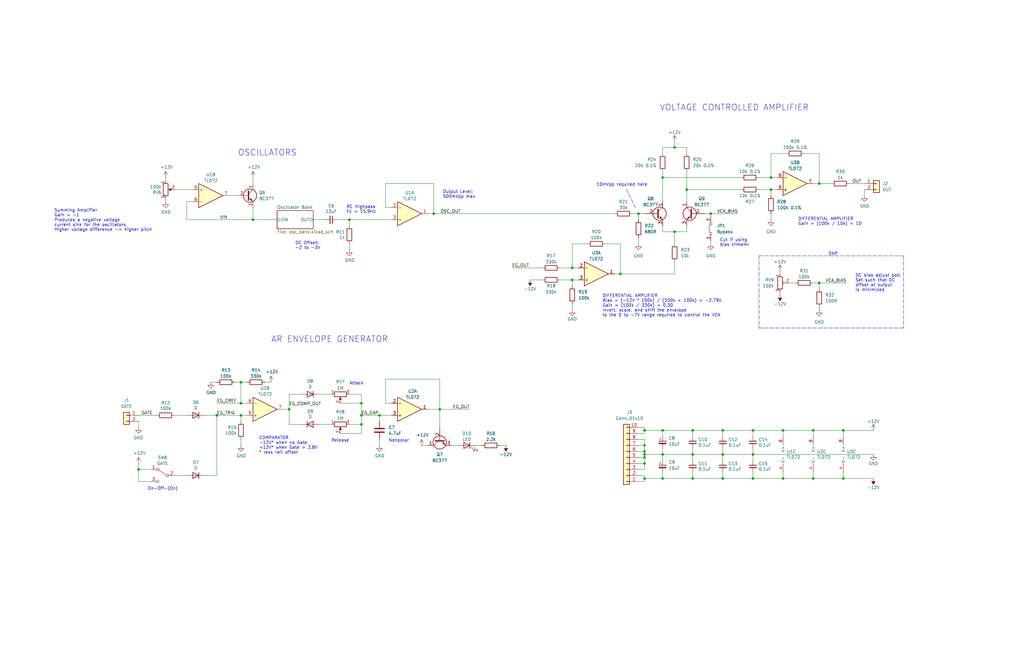
<source format=kicad_sch>
(kicad_sch (version 20211123) (generator eeschema)

  (uuid 076046ab-4b56-4060-b8d9-0d80806d0277)

  (paper "USLedger")

  (title_block
    (title "Minidrone")
    (date "2022-03-22")
    (rev "0.1")
    (company "Max Proskauer")
  )

  (lib_symbols
    (symbol "Amplifier_Operational:TL072" (pin_names (offset 0.127)) (in_bom yes) (on_board yes)
      (property "Reference" "U" (id 0) (at 0 5.08 0)
        (effects (font (size 1.27 1.27)) (justify left))
      )
      (property "Value" "TL072" (id 1) (at 0 -5.08 0)
        (effects (font (size 1.27 1.27)) (justify left))
      )
      (property "Footprint" "" (id 2) (at 0 0 0)
        (effects (font (size 1.27 1.27)) hide)
      )
      (property "Datasheet" "http://www.ti.com/lit/ds/symlink/tl071.pdf" (id 3) (at 0 0 0)
        (effects (font (size 1.27 1.27)) hide)
      )
      (property "ki_locked" "" (id 4) (at 0 0 0)
        (effects (font (size 1.27 1.27)))
      )
      (property "ki_keywords" "dual opamp" (id 5) (at 0 0 0)
        (effects (font (size 1.27 1.27)) hide)
      )
      (property "ki_description" "Dual Low-Noise JFET-Input Operational Amplifiers, DIP-8/SOIC-8" (id 6) (at 0 0 0)
        (effects (font (size 1.27 1.27)) hide)
      )
      (property "ki_fp_filters" "SOIC*3.9x4.9mm*P1.27mm* DIP*W7.62mm* TO*99* OnSemi*Micro8* TSSOP*3x3mm*P0.65mm* TSSOP*4.4x3mm*P0.65mm* MSOP*3x3mm*P0.65mm* SSOP*3.9x4.9mm*P0.635mm* LFCSP*2x2mm*P0.5mm* *SIP* SOIC*5.3x6.2mm*P1.27mm*" (id 7) (at 0 0 0)
        (effects (font (size 1.27 1.27)) hide)
      )
      (symbol "TL072_1_1"
        (polyline
          (pts
            (xy -5.08 5.08)
            (xy 5.08 0)
            (xy -5.08 -5.08)
            (xy -5.08 5.08)
          )
          (stroke (width 0.254) (type default) (color 0 0 0 0))
          (fill (type background))
        )
        (pin output line (at 7.62 0 180) (length 2.54)
          (name "~" (effects (font (size 1.27 1.27))))
          (number "1" (effects (font (size 1.27 1.27))))
        )
        (pin input line (at -7.62 -2.54 0) (length 2.54)
          (name "-" (effects (font (size 1.27 1.27))))
          (number "2" (effects (font (size 1.27 1.27))))
        )
        (pin input line (at -7.62 2.54 0) (length 2.54)
          (name "+" (effects (font (size 1.27 1.27))))
          (number "3" (effects (font (size 1.27 1.27))))
        )
      )
      (symbol "TL072_2_1"
        (polyline
          (pts
            (xy -5.08 5.08)
            (xy 5.08 0)
            (xy -5.08 -5.08)
            (xy -5.08 5.08)
          )
          (stroke (width 0.254) (type default) (color 0 0 0 0))
          (fill (type background))
        )
        (pin input line (at -7.62 2.54 0) (length 2.54)
          (name "+" (effects (font (size 1.27 1.27))))
          (number "5" (effects (font (size 1.27 1.27))))
        )
        (pin input line (at -7.62 -2.54 0) (length 2.54)
          (name "-" (effects (font (size 1.27 1.27))))
          (number "6" (effects (font (size 1.27 1.27))))
        )
        (pin output line (at 7.62 0 180) (length 2.54)
          (name "~" (effects (font (size 1.27 1.27))))
          (number "7" (effects (font (size 1.27 1.27))))
        )
      )
      (symbol "TL072_3_1"
        (pin power_in line (at -2.54 -7.62 90) (length 3.81)
          (name "V-" (effects (font (size 1.27 1.27))))
          (number "4" (effects (font (size 1.27 1.27))))
        )
        (pin power_in line (at -2.54 7.62 270) (length 3.81)
          (name "V+" (effects (font (size 1.27 1.27))))
          (number "8" (effects (font (size 1.27 1.27))))
        )
      )
    )
    (symbol "Connector_Generic:Conn_01x02" (pin_names (offset 1.016) hide) (in_bom yes) (on_board yes)
      (property "Reference" "J" (id 0) (at 0 2.54 0)
        (effects (font (size 1.27 1.27)))
      )
      (property "Value" "Conn_01x02" (id 1) (at 0 -5.08 0)
        (effects (font (size 1.27 1.27)))
      )
      (property "Footprint" "" (id 2) (at 0 0 0)
        (effects (font (size 1.27 1.27)) hide)
      )
      (property "Datasheet" "~" (id 3) (at 0 0 0)
        (effects (font (size 1.27 1.27)) hide)
      )
      (property "ki_keywords" "connector" (id 4) (at 0 0 0)
        (effects (font (size 1.27 1.27)) hide)
      )
      (property "ki_description" "Generic connector, single row, 01x02, script generated (kicad-library-utils/schlib/autogen/connector/)" (id 5) (at 0 0 0)
        (effects (font (size 1.27 1.27)) hide)
      )
      (property "ki_fp_filters" "Connector*:*_1x??_*" (id 6) (at 0 0 0)
        (effects (font (size 1.27 1.27)) hide)
      )
      (symbol "Conn_01x02_1_1"
        (rectangle (start -1.27 -2.413) (end 0 -2.667)
          (stroke (width 0.1524) (type default) (color 0 0 0 0))
          (fill (type none))
        )
        (rectangle (start -1.27 0.127) (end 0 -0.127)
          (stroke (width 0.1524) (type default) (color 0 0 0 0))
          (fill (type none))
        )
        (rectangle (start -1.27 1.27) (end 1.27 -3.81)
          (stroke (width 0.254) (type default) (color 0 0 0 0))
          (fill (type background))
        )
        (pin passive line (at -5.08 0 0) (length 3.81)
          (name "Pin_1" (effects (font (size 1.27 1.27))))
          (number "1" (effects (font (size 1.27 1.27))))
        )
        (pin passive line (at -5.08 -2.54 0) (length 3.81)
          (name "Pin_2" (effects (font (size 1.27 1.27))))
          (number "2" (effects (font (size 1.27 1.27))))
        )
      )
    )
    (symbol "Connector_Generic:Conn_01x10" (pin_names (offset 1.016) hide) (in_bom yes) (on_board yes)
      (property "Reference" "J" (id 0) (at 0 12.7 0)
        (effects (font (size 1.27 1.27)))
      )
      (property "Value" "Conn_01x10" (id 1) (at 0 -15.24 0)
        (effects (font (size 1.27 1.27)))
      )
      (property "Footprint" "" (id 2) (at 0 0 0)
        (effects (font (size 1.27 1.27)) hide)
      )
      (property "Datasheet" "~" (id 3) (at 0 0 0)
        (effects (font (size 1.27 1.27)) hide)
      )
      (property "ki_keywords" "connector" (id 4) (at 0 0 0)
        (effects (font (size 1.27 1.27)) hide)
      )
      (property "ki_description" "Generic connector, single row, 01x10, script generated (kicad-library-utils/schlib/autogen/connector/)" (id 5) (at 0 0 0)
        (effects (font (size 1.27 1.27)) hide)
      )
      (property "ki_fp_filters" "Connector*:*_1x??_*" (id 6) (at 0 0 0)
        (effects (font (size 1.27 1.27)) hide)
      )
      (symbol "Conn_01x10_1_1"
        (rectangle (start -1.27 -12.573) (end 0 -12.827)
          (stroke (width 0.1524) (type default) (color 0 0 0 0))
          (fill (type none))
        )
        (rectangle (start -1.27 -10.033) (end 0 -10.287)
          (stroke (width 0.1524) (type default) (color 0 0 0 0))
          (fill (type none))
        )
        (rectangle (start -1.27 -7.493) (end 0 -7.747)
          (stroke (width 0.1524) (type default) (color 0 0 0 0))
          (fill (type none))
        )
        (rectangle (start -1.27 -4.953) (end 0 -5.207)
          (stroke (width 0.1524) (type default) (color 0 0 0 0))
          (fill (type none))
        )
        (rectangle (start -1.27 -2.413) (end 0 -2.667)
          (stroke (width 0.1524) (type default) (color 0 0 0 0))
          (fill (type none))
        )
        (rectangle (start -1.27 0.127) (end 0 -0.127)
          (stroke (width 0.1524) (type default) (color 0 0 0 0))
          (fill (type none))
        )
        (rectangle (start -1.27 2.667) (end 0 2.413)
          (stroke (width 0.1524) (type default) (color 0 0 0 0))
          (fill (type none))
        )
        (rectangle (start -1.27 5.207) (end 0 4.953)
          (stroke (width 0.1524) (type default) (color 0 0 0 0))
          (fill (type none))
        )
        (rectangle (start -1.27 7.747) (end 0 7.493)
          (stroke (width 0.1524) (type default) (color 0 0 0 0))
          (fill (type none))
        )
        (rectangle (start -1.27 10.287) (end 0 10.033)
          (stroke (width 0.1524) (type default) (color 0 0 0 0))
          (fill (type none))
        )
        (rectangle (start -1.27 11.43) (end 1.27 -13.97)
          (stroke (width 0.254) (type default) (color 0 0 0 0))
          (fill (type background))
        )
        (pin passive line (at -5.08 10.16 0) (length 3.81)
          (name "Pin_1" (effects (font (size 1.27 1.27))))
          (number "1" (effects (font (size 1.27 1.27))))
        )
        (pin passive line (at -5.08 -12.7 0) (length 3.81)
          (name "Pin_10" (effects (font (size 1.27 1.27))))
          (number "10" (effects (font (size 1.27 1.27))))
        )
        (pin passive line (at -5.08 7.62 0) (length 3.81)
          (name "Pin_2" (effects (font (size 1.27 1.27))))
          (number "2" (effects (font (size 1.27 1.27))))
        )
        (pin passive line (at -5.08 5.08 0) (length 3.81)
          (name "Pin_3" (effects (font (size 1.27 1.27))))
          (number "3" (effects (font (size 1.27 1.27))))
        )
        (pin passive line (at -5.08 2.54 0) (length 3.81)
          (name "Pin_4" (effects (font (size 1.27 1.27))))
          (number "4" (effects (font (size 1.27 1.27))))
        )
        (pin passive line (at -5.08 0 0) (length 3.81)
          (name "Pin_5" (effects (font (size 1.27 1.27))))
          (number "5" (effects (font (size 1.27 1.27))))
        )
        (pin passive line (at -5.08 -2.54 0) (length 3.81)
          (name "Pin_6" (effects (font (size 1.27 1.27))))
          (number "6" (effects (font (size 1.27 1.27))))
        )
        (pin passive line (at -5.08 -5.08 0) (length 3.81)
          (name "Pin_7" (effects (font (size 1.27 1.27))))
          (number "7" (effects (font (size 1.27 1.27))))
        )
        (pin passive line (at -5.08 -7.62 0) (length 3.81)
          (name "Pin_8" (effects (font (size 1.27 1.27))))
          (number "8" (effects (font (size 1.27 1.27))))
        )
        (pin passive line (at -5.08 -10.16 0) (length 3.81)
          (name "Pin_9" (effects (font (size 1.27 1.27))))
          (number "9" (effects (font (size 1.27 1.27))))
        )
      )
    )
    (symbol "Device:C" (pin_numbers hide) (pin_names (offset 0.254)) (in_bom yes) (on_board yes)
      (property "Reference" "C" (id 0) (at 0.635 2.54 0)
        (effects (font (size 1.27 1.27)) (justify left))
      )
      (property "Value" "C" (id 1) (at 0.635 -2.54 0)
        (effects (font (size 1.27 1.27)) (justify left))
      )
      (property "Footprint" "" (id 2) (at 0.9652 -3.81 0)
        (effects (font (size 1.27 1.27)) hide)
      )
      (property "Datasheet" "~" (id 3) (at 0 0 0)
        (effects (font (size 1.27 1.27)) hide)
      )
      (property "ki_keywords" "cap capacitor" (id 4) (at 0 0 0)
        (effects (font (size 1.27 1.27)) hide)
      )
      (property "ki_description" "Unpolarized capacitor" (id 5) (at 0 0 0)
        (effects (font (size 1.27 1.27)) hide)
      )
      (property "ki_fp_filters" "C_*" (id 6) (at 0 0 0)
        (effects (font (size 1.27 1.27)) hide)
      )
      (symbol "C_0_1"
        (polyline
          (pts
            (xy -2.032 -0.762)
            (xy 2.032 -0.762)
          )
          (stroke (width 0.508) (type default) (color 0 0 0 0))
          (fill (type none))
        )
        (polyline
          (pts
            (xy -2.032 0.762)
            (xy 2.032 0.762)
          )
          (stroke (width 0.508) (type default) (color 0 0 0 0))
          (fill (type none))
        )
      )
      (symbol "C_1_1"
        (pin passive line (at 0 3.81 270) (length 2.794)
          (name "~" (effects (font (size 1.27 1.27))))
          (number "1" (effects (font (size 1.27 1.27))))
        )
        (pin passive line (at 0 -3.81 90) (length 2.794)
          (name "~" (effects (font (size 1.27 1.27))))
          (number "2" (effects (font (size 1.27 1.27))))
        )
      )
    )
    (symbol "Device:C_Polarized_Small" (pin_numbers hide) (pin_names (offset 0.254) hide) (in_bom yes) (on_board yes)
      (property "Reference" "C" (id 0) (at 0.254 1.778 0)
        (effects (font (size 1.27 1.27)) (justify left))
      )
      (property "Value" "C_Polarized_Small" (id 1) (at 0.254 -2.032 0)
        (effects (font (size 1.27 1.27)) (justify left))
      )
      (property "Footprint" "" (id 2) (at 0 0 0)
        (effects (font (size 1.27 1.27)) hide)
      )
      (property "Datasheet" "~" (id 3) (at 0 0 0)
        (effects (font (size 1.27 1.27)) hide)
      )
      (property "ki_keywords" "cap capacitor" (id 4) (at 0 0 0)
        (effects (font (size 1.27 1.27)) hide)
      )
      (property "ki_description" "Polarized capacitor, small symbol" (id 5) (at 0 0 0)
        (effects (font (size 1.27 1.27)) hide)
      )
      (property "ki_fp_filters" "CP_*" (id 6) (at 0 0 0)
        (effects (font (size 1.27 1.27)) hide)
      )
      (symbol "C_Polarized_Small_0_1"
        (rectangle (start -1.524 -0.3048) (end 1.524 -0.6858)
          (stroke (width 0) (type default) (color 0 0 0 0))
          (fill (type outline))
        )
        (rectangle (start -1.524 0.6858) (end 1.524 0.3048)
          (stroke (width 0) (type default) (color 0 0 0 0))
          (fill (type none))
        )
        (polyline
          (pts
            (xy -1.27 1.524)
            (xy -0.762 1.524)
          )
          (stroke (width 0) (type default) (color 0 0 0 0))
          (fill (type none))
        )
        (polyline
          (pts
            (xy -1.016 1.27)
            (xy -1.016 1.778)
          )
          (stroke (width 0) (type default) (color 0 0 0 0))
          (fill (type none))
        )
      )
      (symbol "C_Polarized_Small_1_1"
        (pin passive line (at 0 2.54 270) (length 1.8542)
          (name "~" (effects (font (size 1.27 1.27))))
          (number "1" (effects (font (size 1.27 1.27))))
        )
        (pin passive line (at 0 -2.54 90) (length 1.8542)
          (name "~" (effects (font (size 1.27 1.27))))
          (number "2" (effects (font (size 1.27 1.27))))
        )
      )
    )
    (symbol "Device:C_Small" (pin_numbers hide) (pin_names (offset 0.254) hide) (in_bom yes) (on_board yes)
      (property "Reference" "C" (id 0) (at 0.254 1.778 0)
        (effects (font (size 1.27 1.27)) (justify left))
      )
      (property "Value" "C_Small" (id 1) (at 0.254 -2.032 0)
        (effects (font (size 1.27 1.27)) (justify left))
      )
      (property "Footprint" "" (id 2) (at 0 0 0)
        (effects (font (size 1.27 1.27)) hide)
      )
      (property "Datasheet" "~" (id 3) (at 0 0 0)
        (effects (font (size 1.27 1.27)) hide)
      )
      (property "ki_keywords" "capacitor cap" (id 4) (at 0 0 0)
        (effects (font (size 1.27 1.27)) hide)
      )
      (property "ki_description" "Unpolarized capacitor, small symbol" (id 5) (at 0 0 0)
        (effects (font (size 1.27 1.27)) hide)
      )
      (property "ki_fp_filters" "C_*" (id 6) (at 0 0 0)
        (effects (font (size 1.27 1.27)) hide)
      )
      (symbol "C_Small_0_1"
        (polyline
          (pts
            (xy -1.524 -0.508)
            (xy 1.524 -0.508)
          )
          (stroke (width 0.3302) (type default) (color 0 0 0 0))
          (fill (type none))
        )
        (polyline
          (pts
            (xy -1.524 0.508)
            (xy 1.524 0.508)
          )
          (stroke (width 0.3048) (type default) (color 0 0 0 0))
          (fill (type none))
        )
      )
      (symbol "C_Small_1_1"
        (pin passive line (at 0 2.54 270) (length 2.032)
          (name "~" (effects (font (size 1.27 1.27))))
          (number "1" (effects (font (size 1.27 1.27))))
        )
        (pin passive line (at 0 -2.54 90) (length 2.032)
          (name "~" (effects (font (size 1.27 1.27))))
          (number "2" (effects (font (size 1.27 1.27))))
        )
      )
    )
    (symbol "Device:D" (pin_numbers hide) (pin_names (offset 1.016) hide) (in_bom yes) (on_board yes)
      (property "Reference" "D" (id 0) (at 0 2.54 0)
        (effects (font (size 1.27 1.27)))
      )
      (property "Value" "D" (id 1) (at 0 -2.54 0)
        (effects (font (size 1.27 1.27)))
      )
      (property "Footprint" "" (id 2) (at 0 0 0)
        (effects (font (size 1.27 1.27)) hide)
      )
      (property "Datasheet" "~" (id 3) (at 0 0 0)
        (effects (font (size 1.27 1.27)) hide)
      )
      (property "ki_keywords" "diode" (id 4) (at 0 0 0)
        (effects (font (size 1.27 1.27)) hide)
      )
      (property "ki_description" "Diode" (id 5) (at 0 0 0)
        (effects (font (size 1.27 1.27)) hide)
      )
      (property "ki_fp_filters" "TO-???* *_Diode_* *SingleDiode* D_*" (id 6) (at 0 0 0)
        (effects (font (size 1.27 1.27)) hide)
      )
      (symbol "D_0_1"
        (polyline
          (pts
            (xy -1.27 1.27)
            (xy -1.27 -1.27)
          )
          (stroke (width 0.254) (type default) (color 0 0 0 0))
          (fill (type none))
        )
        (polyline
          (pts
            (xy 1.27 0)
            (xy -1.27 0)
          )
          (stroke (width 0) (type default) (color 0 0 0 0))
          (fill (type none))
        )
        (polyline
          (pts
            (xy 1.27 1.27)
            (xy 1.27 -1.27)
            (xy -1.27 0)
            (xy 1.27 1.27)
          )
          (stroke (width 0.254) (type default) (color 0 0 0 0))
          (fill (type none))
        )
      )
      (symbol "D_1_1"
        (pin passive line (at -3.81 0 0) (length 2.54)
          (name "K" (effects (font (size 1.27 1.27))))
          (number "1" (effects (font (size 1.27 1.27))))
        )
        (pin passive line (at 3.81 0 180) (length 2.54)
          (name "A" (effects (font (size 1.27 1.27))))
          (number "2" (effects (font (size 1.27 1.27))))
        )
      )
    )
    (symbol "Device:LED" (pin_numbers hide) (pin_names (offset 1.016) hide) (in_bom yes) (on_board yes)
      (property "Reference" "D" (id 0) (at 0 2.54 0)
        (effects (font (size 1.27 1.27)))
      )
      (property "Value" "LED" (id 1) (at 0 -2.54 0)
        (effects (font (size 1.27 1.27)))
      )
      (property "Footprint" "" (id 2) (at 0 0 0)
        (effects (font (size 1.27 1.27)) hide)
      )
      (property "Datasheet" "~" (id 3) (at 0 0 0)
        (effects (font (size 1.27 1.27)) hide)
      )
      (property "ki_keywords" "LED diode" (id 4) (at 0 0 0)
        (effects (font (size 1.27 1.27)) hide)
      )
      (property "ki_description" "Light emitting diode" (id 5) (at 0 0 0)
        (effects (font (size 1.27 1.27)) hide)
      )
      (property "ki_fp_filters" "LED* LED_SMD:* LED_THT:*" (id 6) (at 0 0 0)
        (effects (font (size 1.27 1.27)) hide)
      )
      (symbol "LED_0_1"
        (polyline
          (pts
            (xy -1.27 -1.27)
            (xy -1.27 1.27)
          )
          (stroke (width 0.254) (type default) (color 0 0 0 0))
          (fill (type none))
        )
        (polyline
          (pts
            (xy -1.27 0)
            (xy 1.27 0)
          )
          (stroke (width 0) (type default) (color 0 0 0 0))
          (fill (type none))
        )
        (polyline
          (pts
            (xy 1.27 -1.27)
            (xy 1.27 1.27)
            (xy -1.27 0)
            (xy 1.27 -1.27)
          )
          (stroke (width 0.254) (type default) (color 0 0 0 0))
          (fill (type none))
        )
        (polyline
          (pts
            (xy -3.048 -0.762)
            (xy -4.572 -2.286)
            (xy -3.81 -2.286)
            (xy -4.572 -2.286)
            (xy -4.572 -1.524)
          )
          (stroke (width 0) (type default) (color 0 0 0 0))
          (fill (type none))
        )
        (polyline
          (pts
            (xy -1.778 -0.762)
            (xy -3.302 -2.286)
            (xy -2.54 -2.286)
            (xy -3.302 -2.286)
            (xy -3.302 -1.524)
          )
          (stroke (width 0) (type default) (color 0 0 0 0))
          (fill (type none))
        )
      )
      (symbol "LED_1_1"
        (pin passive line (at -3.81 0 0) (length 2.54)
          (name "K" (effects (font (size 1.27 1.27))))
          (number "1" (effects (font (size 1.27 1.27))))
        )
        (pin passive line (at 3.81 0 180) (length 2.54)
          (name "A" (effects (font (size 1.27 1.27))))
          (number "2" (effects (font (size 1.27 1.27))))
        )
      )
    )
    (symbol "Device:Q_NPN_CBE" (pin_names (offset 0) hide) (in_bom yes) (on_board yes)
      (property "Reference" "Q" (id 0) (at 5.08 1.27 0)
        (effects (font (size 1.27 1.27)) (justify left))
      )
      (property "Value" "Q_NPN_CBE" (id 1) (at 5.08 -1.27 0)
        (effects (font (size 1.27 1.27)) (justify left))
      )
      (property "Footprint" "" (id 2) (at 5.08 2.54 0)
        (effects (font (size 1.27 1.27)) hide)
      )
      (property "Datasheet" "~" (id 3) (at 0 0 0)
        (effects (font (size 1.27 1.27)) hide)
      )
      (property "ki_keywords" "transistor NPN" (id 4) (at 0 0 0)
        (effects (font (size 1.27 1.27)) hide)
      )
      (property "ki_description" "NPN transistor, collector/base/emitter" (id 5) (at 0 0 0)
        (effects (font (size 1.27 1.27)) hide)
      )
      (symbol "Q_NPN_CBE_0_1"
        (polyline
          (pts
            (xy 0.635 0.635)
            (xy 2.54 2.54)
          )
          (stroke (width 0) (type default) (color 0 0 0 0))
          (fill (type none))
        )
        (polyline
          (pts
            (xy 0.635 -0.635)
            (xy 2.54 -2.54)
            (xy 2.54 -2.54)
          )
          (stroke (width 0) (type default) (color 0 0 0 0))
          (fill (type none))
        )
        (polyline
          (pts
            (xy 0.635 1.905)
            (xy 0.635 -1.905)
            (xy 0.635 -1.905)
          )
          (stroke (width 0.508) (type default) (color 0 0 0 0))
          (fill (type none))
        )
        (polyline
          (pts
            (xy 1.27 -1.778)
            (xy 1.778 -1.27)
            (xy 2.286 -2.286)
            (xy 1.27 -1.778)
            (xy 1.27 -1.778)
          )
          (stroke (width 0) (type default) (color 0 0 0 0))
          (fill (type outline))
        )
        (circle (center 1.27 0) (radius 2.8194)
          (stroke (width 0.254) (type default) (color 0 0 0 0))
          (fill (type none))
        )
      )
      (symbol "Q_NPN_CBE_1_1"
        (pin passive line (at 2.54 5.08 270) (length 2.54)
          (name "C" (effects (font (size 1.27 1.27))))
          (number "1" (effects (font (size 1.27 1.27))))
        )
        (pin input line (at -5.08 0 0) (length 5.715)
          (name "B" (effects (font (size 1.27 1.27))))
          (number "2" (effects (font (size 1.27 1.27))))
        )
        (pin passive line (at 2.54 -5.08 90) (length 2.54)
          (name "E" (effects (font (size 1.27 1.27))))
          (number "3" (effects (font (size 1.27 1.27))))
        )
      )
    )
    (symbol "Device:R" (pin_numbers hide) (pin_names (offset 0)) (in_bom yes) (on_board yes)
      (property "Reference" "R" (id 0) (at 2.032 0 90)
        (effects (font (size 1.27 1.27)))
      )
      (property "Value" "R" (id 1) (at 0 0 90)
        (effects (font (size 1.27 1.27)))
      )
      (property "Footprint" "" (id 2) (at -1.778 0 90)
        (effects (font (size 1.27 1.27)) hide)
      )
      (property "Datasheet" "~" (id 3) (at 0 0 0)
        (effects (font (size 1.27 1.27)) hide)
      )
      (property "ki_keywords" "R res resistor" (id 4) (at 0 0 0)
        (effects (font (size 1.27 1.27)) hide)
      )
      (property "ki_description" "Resistor" (id 5) (at 0 0 0)
        (effects (font (size 1.27 1.27)) hide)
      )
      (property "ki_fp_filters" "R_*" (id 6) (at 0 0 0)
        (effects (font (size 1.27 1.27)) hide)
      )
      (symbol "R_0_1"
        (rectangle (start -1.016 -2.54) (end 1.016 2.54)
          (stroke (width 0.254) (type default) (color 0 0 0 0))
          (fill (type none))
        )
      )
      (symbol "R_1_1"
        (pin passive line (at 0 3.81 270) (length 1.27)
          (name "~" (effects (font (size 1.27 1.27))))
          (number "1" (effects (font (size 1.27 1.27))))
        )
        (pin passive line (at 0 -3.81 90) (length 1.27)
          (name "~" (effects (font (size 1.27 1.27))))
          (number "2" (effects (font (size 1.27 1.27))))
        )
      )
    )
    (symbol "Device:R_POT" (pin_names (offset 1.016) hide) (in_bom yes) (on_board yes)
      (property "Reference" "RV" (id 0) (at -4.445 0 90)
        (effects (font (size 1.27 1.27)))
      )
      (property "Value" "Device_R_POT" (id 1) (at -2.54 0 90)
        (effects (font (size 1.27 1.27)))
      )
      (property "Footprint" "" (id 2) (at 0 0 0)
        (effects (font (size 1.27 1.27)) hide)
      )
      (property "Datasheet" "" (id 3) (at 0 0 0)
        (effects (font (size 1.27 1.27)) hide)
      )
      (property "ki_fp_filters" "Potentiometer*" (id 4) (at 0 0 0)
        (effects (font (size 1.27 1.27)) hide)
      )
      (symbol "R_POT_0_1"
        (polyline
          (pts
            (xy 2.54 0)
            (xy 1.524 0)
          )
          (stroke (width 0) (type default) (color 0 0 0 0))
          (fill (type none))
        )
        (polyline
          (pts
            (xy 1.143 0)
            (xy 2.286 0.508)
            (xy 2.286 -0.508)
            (xy 1.143 0)
          )
          (stroke (width 0) (type default) (color 0 0 0 0))
          (fill (type outline))
        )
        (rectangle (start 1.016 2.54) (end -1.016 -2.54)
          (stroke (width 0.254) (type default) (color 0 0 0 0))
          (fill (type none))
        )
      )
      (symbol "R_POT_1_1"
        (pin passive line (at 0 3.81 270) (length 1.27)
          (name "1" (effects (font (size 1.27 1.27))))
          (number "1" (effects (font (size 1.27 1.27))))
        )
        (pin passive line (at 3.81 0 180) (length 1.27)
          (name "2" (effects (font (size 1.27 1.27))))
          (number "2" (effects (font (size 1.27 1.27))))
        )
        (pin passive line (at 0 -3.81 90) (length 1.27)
          (name "3" (effects (font (size 1.27 1.27))))
          (number "3" (effects (font (size 1.27 1.27))))
        )
      )
    )
    (symbol "Device:R_Potentiometer_Trim" (pin_names (offset 1.016) hide) (in_bom yes) (on_board yes)
      (property "Reference" "RV" (id 0) (at -4.445 0 90)
        (effects (font (size 1.27 1.27)))
      )
      (property "Value" "R_Potentiometer_Trim" (id 1) (at -2.54 0 90)
        (effects (font (size 1.27 1.27)))
      )
      (property "Footprint" "" (id 2) (at 0 0 0)
        (effects (font (size 1.27 1.27)) hide)
      )
      (property "Datasheet" "~" (id 3) (at 0 0 0)
        (effects (font (size 1.27 1.27)) hide)
      )
      (property "ki_keywords" "resistor variable trimpot trimmer" (id 4) (at 0 0 0)
        (effects (font (size 1.27 1.27)) hide)
      )
      (property "ki_description" "Trim-potentiometer" (id 5) (at 0 0 0)
        (effects (font (size 1.27 1.27)) hide)
      )
      (property "ki_fp_filters" "Potentiometer*" (id 6) (at 0 0 0)
        (effects (font (size 1.27 1.27)) hide)
      )
      (symbol "R_Potentiometer_Trim_0_1"
        (polyline
          (pts
            (xy 1.524 0.762)
            (xy 1.524 -0.762)
          )
          (stroke (width 0) (type default) (color 0 0 0 0))
          (fill (type none))
        )
        (polyline
          (pts
            (xy 2.54 0)
            (xy 1.524 0)
          )
          (stroke (width 0) (type default) (color 0 0 0 0))
          (fill (type none))
        )
        (rectangle (start 1.016 2.54) (end -1.016 -2.54)
          (stroke (width 0.254) (type default) (color 0 0 0 0))
          (fill (type none))
        )
      )
      (symbol "R_Potentiometer_Trim_1_1"
        (pin passive line (at 0 3.81 270) (length 1.27)
          (name "1" (effects (font (size 1.27 1.27))))
          (number "1" (effects (font (size 1.27 1.27))))
        )
        (pin passive line (at 3.81 0 180) (length 1.27)
          (name "2" (effects (font (size 1.27 1.27))))
          (number "2" (effects (font (size 1.27 1.27))))
        )
        (pin passive line (at 0 -3.81 90) (length 1.27)
          (name "3" (effects (font (size 1.27 1.27))))
          (number "3" (effects (font (size 1.27 1.27))))
        )
      )
    )
    (symbol "Jumper:Jumper_2_Bridged" (pin_names (offset 0) hide) (in_bom yes) (on_board yes)
      (property "Reference" "JP" (id 0) (at 0 1.905 0)
        (effects (font (size 1.27 1.27)))
      )
      (property "Value" "Jumper_2_Bridged" (id 1) (at 0 -2.54 0)
        (effects (font (size 1.27 1.27)))
      )
      (property "Footprint" "" (id 2) (at 0 0 0)
        (effects (font (size 1.27 1.27)) hide)
      )
      (property "Datasheet" "~" (id 3) (at 0 0 0)
        (effects (font (size 1.27 1.27)) hide)
      )
      (property "ki_keywords" "Jumper SPST" (id 4) (at 0 0 0)
        (effects (font (size 1.27 1.27)) hide)
      )
      (property "ki_description" "Jumper, 2-pole, closed/bridged" (id 5) (at 0 0 0)
        (effects (font (size 1.27 1.27)) hide)
      )
      (property "ki_fp_filters" "Jumper* TestPoint*2Pads* TestPoint*Bridge*" (id 6) (at 0 0 0)
        (effects (font (size 1.27 1.27)) hide)
      )
      (symbol "Jumper_2_Bridged_0_0"
        (circle (center -2.032 0) (radius 0.508)
          (stroke (width 0) (type default) (color 0 0 0 0))
          (fill (type none))
        )
        (circle (center 2.032 0) (radius 0.508)
          (stroke (width 0) (type default) (color 0 0 0 0))
          (fill (type none))
        )
      )
      (symbol "Jumper_2_Bridged_0_1"
        (arc (start 1.524 0.254) (mid 0 0.762) (end -1.524 0.254)
          (stroke (width 0) (type default) (color 0 0 0 0))
          (fill (type none))
        )
      )
      (symbol "Jumper_2_Bridged_1_1"
        (pin passive line (at -5.08 0 0) (length 2.54)
          (name "A" (effects (font (size 1.27 1.27))))
          (number "1" (effects (font (size 1.27 1.27))))
        )
        (pin passive line (at 5.08 0 180) (length 2.54)
          (name "B" (effects (font (size 1.27 1.27))))
          (number "2" (effects (font (size 1.27 1.27))))
        )
      )
    )
    (symbol "Switch:SW_SPDT" (pin_names (offset 0) hide) (in_bom yes) (on_board yes)
      (property "Reference" "SW" (id 0) (at 0 4.318 0)
        (effects (font (size 1.27 1.27)))
      )
      (property "Value" "SW_SPDT" (id 1) (at 0 -5.08 0)
        (effects (font (size 1.27 1.27)))
      )
      (property "Footprint" "" (id 2) (at 0 0 0)
        (effects (font (size 1.27 1.27)) hide)
      )
      (property "Datasheet" "~" (id 3) (at 0 0 0)
        (effects (font (size 1.27 1.27)) hide)
      )
      (property "ki_keywords" "switch single-pole double-throw spdt ON-ON" (id 4) (at 0 0 0)
        (effects (font (size 1.27 1.27)) hide)
      )
      (property "ki_description" "Switch, single pole double throw" (id 5) (at 0 0 0)
        (effects (font (size 1.27 1.27)) hide)
      )
      (symbol "SW_SPDT_0_0"
        (circle (center -2.032 0) (radius 0.508)
          (stroke (width 0) (type default) (color 0 0 0 0))
          (fill (type none))
        )
        (circle (center 2.032 -2.54) (radius 0.508)
          (stroke (width 0) (type default) (color 0 0 0 0))
          (fill (type none))
        )
      )
      (symbol "SW_SPDT_0_1"
        (polyline
          (pts
            (xy -1.524 0.254)
            (xy 1.651 2.286)
          )
          (stroke (width 0) (type default) (color 0 0 0 0))
          (fill (type none))
        )
        (circle (center 2.032 2.54) (radius 0.508)
          (stroke (width 0) (type default) (color 0 0 0 0))
          (fill (type none))
        )
      )
      (symbol "SW_SPDT_1_1"
        (pin passive line (at 5.08 2.54 180) (length 2.54)
          (name "A" (effects (font (size 1.27 1.27))))
          (number "1" (effects (font (size 1.27 1.27))))
        )
        (pin passive line (at -5.08 0 0) (length 2.54)
          (name "B" (effects (font (size 1.27 1.27))))
          (number "2" (effects (font (size 1.27 1.27))))
        )
        (pin passive line (at 5.08 -2.54 180) (length 2.54)
          (name "C" (effects (font (size 1.27 1.27))))
          (number "3" (effects (font (size 1.27 1.27))))
        )
      )
    )
    (symbol "power:+12V" (power) (pin_names (offset 0)) (in_bom yes) (on_board yes)
      (property "Reference" "#PWR" (id 0) (at 0 -3.81 0)
        (effects (font (size 1.27 1.27)) hide)
      )
      (property "Value" "+12V" (id 1) (at 0 3.556 0)
        (effects (font (size 1.27 1.27)))
      )
      (property "Footprint" "" (id 2) (at 0 0 0)
        (effects (font (size 1.27 1.27)) hide)
      )
      (property "Datasheet" "" (id 3) (at 0 0 0)
        (effects (font (size 1.27 1.27)) hide)
      )
      (property "ki_keywords" "power-flag" (id 4) (at 0 0 0)
        (effects (font (size 1.27 1.27)) hide)
      )
      (property "ki_description" "Power symbol creates a global label with name \"+12V\"" (id 5) (at 0 0 0)
        (effects (font (size 1.27 1.27)) hide)
      )
      (symbol "+12V_0_1"
        (polyline
          (pts
            (xy -0.762 1.27)
            (xy 0 2.54)
          )
          (stroke (width 0) (type default) (color 0 0 0 0))
          (fill (type none))
        )
        (polyline
          (pts
            (xy 0 0)
            (xy 0 2.54)
          )
          (stroke (width 0) (type default) (color 0 0 0 0))
          (fill (type none))
        )
        (polyline
          (pts
            (xy 0 2.54)
            (xy 0.762 1.27)
          )
          (stroke (width 0) (type default) (color 0 0 0 0))
          (fill (type none))
        )
      )
      (symbol "+12V_1_1"
        (pin power_in line (at 0 0 90) (length 0) hide
          (name "+12V" (effects (font (size 1.27 1.27))))
          (number "1" (effects (font (size 1.27 1.27))))
        )
      )
    )
    (symbol "power:-12V" (power) (pin_names (offset 0)) (in_bom yes) (on_board yes)
      (property "Reference" "#PWR" (id 0) (at 0 2.54 0)
        (effects (font (size 1.27 1.27)) hide)
      )
      (property "Value" "-12V" (id 1) (at 0 3.81 0)
        (effects (font (size 1.27 1.27)))
      )
      (property "Footprint" "" (id 2) (at 0 0 0)
        (effects (font (size 1.27 1.27)) hide)
      )
      (property "Datasheet" "" (id 3) (at 0 0 0)
        (effects (font (size 1.27 1.27)) hide)
      )
      (property "ki_keywords" "power-flag" (id 4) (at 0 0 0)
        (effects (font (size 1.27 1.27)) hide)
      )
      (property "ki_description" "Power symbol creates a global label with name \"-12V\"" (id 5) (at 0 0 0)
        (effects (font (size 1.27 1.27)) hide)
      )
      (symbol "-12V_0_0"
        (pin power_in line (at 0 0 90) (length 0) hide
          (name "-12V" (effects (font (size 1.27 1.27))))
          (number "1" (effects (font (size 1.27 1.27))))
        )
      )
      (symbol "-12V_0_1"
        (polyline
          (pts
            (xy 0 0)
            (xy 0 1.27)
            (xy 0.762 1.27)
            (xy 0 2.54)
            (xy -0.762 1.27)
            (xy 0 1.27)
          )
          (stroke (width 0) (type default) (color 0 0 0 0))
          (fill (type outline))
        )
      )
    )
    (symbol "power:GND" (power) (pin_names (offset 0)) (in_bom yes) (on_board yes)
      (property "Reference" "#PWR" (id 0) (at 0 -6.35 0)
        (effects (font (size 1.27 1.27)) hide)
      )
      (property "Value" "GND" (id 1) (at 0 -3.81 0)
        (effects (font (size 1.27 1.27)))
      )
      (property "Footprint" "" (id 2) (at 0 0 0)
        (effects (font (size 1.27 1.27)) hide)
      )
      (property "Datasheet" "" (id 3) (at 0 0 0)
        (effects (font (size 1.27 1.27)) hide)
      )
      (property "ki_keywords" "power-flag" (id 4) (at 0 0 0)
        (effects (font (size 1.27 1.27)) hide)
      )
      (property "ki_description" "Power symbol creates a global label with name \"GND\" , ground" (id 5) (at 0 0 0)
        (effects (font (size 1.27 1.27)) hide)
      )
      (symbol "GND_0_1"
        (polyline
          (pts
            (xy 0 0)
            (xy 0 -1.27)
            (xy 1.27 -1.27)
            (xy 0 -2.54)
            (xy -1.27 -1.27)
            (xy 0 -1.27)
          )
          (stroke (width 0) (type default) (color 0 0 0 0))
          (fill (type none))
        )
      )
      (symbol "GND_1_1"
        (pin power_in line (at 0 0 270) (length 0) hide
          (name "GND" (effects (font (size 1.27 1.27))))
          (number "1" (effects (font (size 1.27 1.27))))
        )
      )
    )
  )

  (junction (at 101.6 170.18) (diameter 0) (color 0 0 0 0)
    (uuid 06258f5c-04a1-4bb3-b682-5de085be2106)
  )
  (junction (at 121.92 172.72) (diameter 0) (color 0 0 0 0)
    (uuid 083becc8-e25d-4206-9636-55457650bbe3)
  )
  (junction (at 271.78 181.61) (diameter 0) (color 0 0 0 0)
    (uuid 0ceb97d6-1b0f-4b71-921e-b0955c30c998)
  )
  (junction (at 271.78 195.58) (diameter 0) (color 0 0 0 0)
    (uuid 0fd35a3e-b394-4aae-875a-fac843f9cbb7)
  )
  (junction (at 152.4 170.18) (diameter 0) (color 0 0 0 0)
    (uuid 10d8ad0e-6a08-4053-92aa-23a15910fd21)
  )
  (junction (at 101.6 175.26) (diameter 0) (color 0 0 0 0)
    (uuid 12cf594b-7340-4456-a0d2-9844d48050fa)
  )
  (junction (at 355.6 181.61) (diameter 0) (color 0 0 0 0)
    (uuid 14ae8231-da36-4787-b9f3-b8fd2d0021b7)
  )
  (junction (at 304.8 191.77) (diameter 0) (color 0 0 0 0)
    (uuid 15c0d558-f219-4b32-b7e4-67fd1bdf0816)
  )
  (junction (at 317.5 191.77) (diameter 0) (color 0 0 0 0)
    (uuid 15c0d558-f219-4b32-b7e4-67fd1bdf0817)
  )
  (junction (at 292.1 191.77) (diameter 0) (color 0 0 0 0)
    (uuid 15c0d558-f219-4b32-b7e4-67fd1bdf0818)
  )
  (junction (at 279.4 74.93) (diameter 0) (color 0 0 0 0)
    (uuid 1b3ce9ba-0cf7-496a-a209-face9404cdad)
  )
  (junction (at 342.9 181.61) (diameter 0) (color 0 0 0 0)
    (uuid 1d746226-6132-4cc9-93e0-c6b0fbba61d4)
  )
  (junction (at 58.42 198.12) (diameter 0) (color 0 0 0 0)
    (uuid 1dc75cd0-ca47-4492-826f-c100c7d67908)
  )
  (junction (at 284.48 62.23) (diameter 0) (color 0 0 0 0)
    (uuid 247138a9-0dd4-4184-a2aa-8b58ca90860f)
  )
  (junction (at 325.12 74.93) (diameter 0) (color 0 0 0 0)
    (uuid 262d5dab-0ced-4055-b87b-e64cb2fda4d7)
  )
  (junction (at 271.78 201.93) (diameter 0) (color 0 0 0 0)
    (uuid 2b5a9ad3-7ec4-447d-916c-47adf5f9674f)
  )
  (junction (at 317.5 201.93) (diameter 0) (color 0 0 0 0)
    (uuid 355c3b56-5126-460d-b847-d3b95df2f76e)
  )
  (junction (at 269.24 90.17) (diameter 0) (color 0 0 0 0)
    (uuid 37703e8a-08ba-4dd9-b129-895e390ba426)
  )
  (junction (at 330.2 201.93) (diameter 0) (color 0 0 0 0)
    (uuid 3d1b4dc7-9d77-49b2-a1af-cfa95124dc39)
  )
  (junction (at 279.4 191.77) (diameter 0) (color 0 0 0 0)
    (uuid 3e0392c0-affc-4114-9de5-1f1cfe79418a)
  )
  (junction (at 289.56 80.01) (diameter 0) (color 0 0 0 0)
    (uuid 40590b5d-fd1b-4f0c-a3b9-8e823654df99)
  )
  (junction (at 101.6 161.29) (diameter 0) (color 0 0 0 0)
    (uuid 41bc2485-344a-4ab8-b2cc-6f41e88224f1)
  )
  (junction (at 152.4 175.26) (diameter 0) (color 0 0 0 0)
    (uuid 422b10b9-e829-44a2-8808-05edd8cb3050)
  )
  (junction (at 345.44 77.47) (diameter 0) (color 0 0 0 0)
    (uuid 4473e121-c322-4f47-a9bb-f75cc2fb6303)
  )
  (junction (at 292.1 181.61) (diameter 0) (color 0 0 0 0)
    (uuid 44983587-1af9-4560-bf47-3e2225cdea0c)
  )
  (junction (at 261.62 115.57) (diameter 0) (color 0 0 0 0)
    (uuid 49b79e1c-2902-479a-8abe-3ffec57c83c4)
  )
  (junction (at 271.78 190.5) (diameter 0) (color 0 0 0 0)
    (uuid 4ec618ae-096f-4256-9328-005ee04f13d6)
  )
  (junction (at 106.68 92.71) (diameter 0) (color 0 0 0 0)
    (uuid 5e3673e4-aecf-47e7-b0df-a989b7164552)
  )
  (junction (at 152.4 179.07) (diameter 0) (color 0 0 0 0)
    (uuid 5f312b85-6822-40a3-b417-2df49696ca2d)
  )
  (junction (at 241.3 113.03) (diameter 0) (color 0 0 0 0)
    (uuid 622064e7-0dbe-4376-8b03-f3caba23eafe)
  )
  (junction (at 147.32 92.71) (diameter 0) (color 0 0 0 0)
    (uuid 643ea5f7-b816-4755-84e0-9615a64a4d7c)
  )
  (junction (at 271.78 191.77) (diameter 0) (color 0 0 0 0)
    (uuid 691af561-538d-4e8f-a916-26cad45eb7d6)
  )
  (junction (at 279.4 181.61) (diameter 0) (color 0 0 0 0)
    (uuid 7d0dab95-9e7a-486e-a1d7-fc48860fd57d)
  )
  (junction (at 317.5 181.61) (diameter 0) (color 0 0 0 0)
    (uuid 7eaeaa4b-6da1-4015-9285-9db6a157b28a)
  )
  (junction (at 345.44 119.38) (diameter 0) (color 0 0 0 0)
    (uuid 8a0009ea-900a-4408-b1b4-4530f66c038f)
  )
  (junction (at 284.48 97.79) (diameter 0) (color 0 0 0 0)
    (uuid 8a609076-5f7b-42ff-89ec-8d1c11fb859c)
  )
  (junction (at 241.3 118.11) (diameter 0) (color 0 0 0 0)
    (uuid 8e7466e0-e6c1-4751-b99f-54e79ab49640)
  )
  (junction (at 185.42 172.72) (diameter 0) (color 0 0 0 0)
    (uuid 94629cf1-9b01-4d21-be28-3945c7ab4d67)
  )
  (junction (at 330.2 181.61) (diameter 0) (color 0 0 0 0)
    (uuid a76276bf-548e-4596-a3c8-1a44f40ecb5f)
  )
  (junction (at 304.8 181.61) (diameter 0) (color 0 0 0 0)
    (uuid aa1438ea-b485-4c23-a0fc-c582be9cbb2e)
  )
  (junction (at 292.1 201.93) (diameter 0) (color 0 0 0 0)
    (uuid bf50e6ce-e60f-4115-ab4a-2ddabd436c15)
  )
  (junction (at 355.6 201.93) (diameter 0) (color 0 0 0 0)
    (uuid c72b6422-38ae-4116-bc7d-c9df9468b3ae)
  )
  (junction (at 279.4 201.93) (diameter 0) (color 0 0 0 0)
    (uuid c8a44971-63c1-4a19-879d-b6647b2dc08d)
  )
  (junction (at 271.78 187.96) (diameter 0) (color 0 0 0 0)
    (uuid c8b6b273-3d20-4a46-8069-f6d608563604)
  )
  (junction (at 91.44 175.26) (diameter 0) (color 0 0 0 0)
    (uuid ca540304-3010-4986-b912-81c08d149362)
  )
  (junction (at 271.78 193.04) (diameter 0) (color 0 0 0 0)
    (uuid cc48dd41-7768-48d3-b096-2c4cc2126c9d)
  )
  (junction (at 342.9 201.93) (diameter 0) (color 0 0 0 0)
    (uuid d97c3a1f-fa0a-41ab-bd38-471a92807713)
  )
  (junction (at 182.88 90.17) (diameter 0) (color 0 0 0 0)
    (uuid dd035b43-aada-4fe5-be70-0329b75220dc)
  )
  (junction (at 299.72 90.17) (diameter 0) (color 0 0 0 0)
    (uuid e09612d8-d339-46db-a714-7d560f512413)
  )
  (junction (at 160.02 175.26) (diameter 0) (color 0 0 0 0)
    (uuid e2b24e25-1a0d-434a-876b-c595b47d80d2)
  )
  (junction (at 325.12 80.01) (diameter 0) (color 0 0 0 0)
    (uuid f8ba9eba-c713-40cb-8b11-7320cdb8e270)
  )
  (junction (at 304.8 201.93) (diameter 0) (color 0 0 0 0)
    (uuid ff07c966-306b-4fcf-ad69-6e9478d838e6)
  )

  (wire (pts (xy 284.48 110.49) (xy 284.48 115.57))
    (stroke (width 0) (type default) (color 0 0 0 0))
    (uuid 00fa085e-0855-45d2-935e-3bcf5b845f61)
  )
  (wire (pts (xy 147.32 92.71) (xy 165.1 92.71))
    (stroke (width 0) (type default) (color 0 0 0 0))
    (uuid 01bd5312-0bb9-4b53-ba72-ccfbb5e9f4cb)
  )
  (wire (pts (xy 152.4 170.18) (xy 152.4 175.26))
    (stroke (width 0) (type default) (color 0 0 0 0))
    (uuid 051b8cb0-ae77-4e09-98a7-bf2103319e66)
  )
  (wire (pts (xy 236.22 113.03) (xy 241.3 113.03))
    (stroke (width 0) (type default) (color 0 0 0 0))
    (uuid 0563bc86-8770-4124-ac55-03121c50cf97)
  )
  (wire (pts (xy 269.24 100.33) (xy 269.24 102.87))
    (stroke (width 0) (type default) (color 0 0 0 0))
    (uuid 05f38207-d339-4148-8615-754d5f73a853)
  )
  (wire (pts (xy 255.27 102.87) (xy 261.62 102.87))
    (stroke (width 0) (type default) (color 0 0 0 0))
    (uuid 08ff3c9a-4142-48b3-b147-e5c27c67cdca)
  )
  (wire (pts (xy 147.32 92.71) (xy 147.32 95.25))
    (stroke (width 0) (type default) (color 0 0 0 0))
    (uuid 0ad15ebb-c743-4df7-abc5-75f7006ae6e7)
  )
  (wire (pts (xy 339.09 64.77) (xy 345.44 64.77))
    (stroke (width 0) (type default) (color 0 0 0 0))
    (uuid 0d455b5a-3559-457c-b0a4-5740ba2c02a8)
  )
  (wire (pts (xy 279.4 189.23) (xy 279.4 191.77))
    (stroke (width 0) (type default) (color 0 0 0 0))
    (uuid 0fafc6b9-fd35-4a55-9270-7a8e7ce3cb13)
  )
  (wire (pts (xy 137.16 92.71) (xy 132.08 92.71))
    (stroke (width 0) (type default) (color 0 0 0 0))
    (uuid 10e52e95-44f3-4059-a86d-dcda603e0623)
  )
  (wire (pts (xy 121.92 179.07) (xy 127 179.07))
    (stroke (width 0) (type default) (color 0 0 0 0))
    (uuid 123968c6-74e7-4754-8c36-08ea08e42555)
  )
  (wire (pts (xy 271.78 181.61) (xy 271.78 182.88))
    (stroke (width 0) (type default) (color 0 0 0 0))
    (uuid 1241b7f2-e266-4f5c-8a97-9f0f9d0eef37)
  )
  (wire (pts (xy 292.1 191.77) (xy 279.4 191.77))
    (stroke (width 0) (type default) (color 0 0 0 0))
    (uuid 135397c4-3dba-4ef8-9c4b-dd4267fde2f1)
  )
  (wire (pts (xy 317.5 201.93) (xy 330.2 201.93))
    (stroke (width 0) (type default) (color 0 0 0 0))
    (uuid 141c30aa-d835-4175-bf26-0904b005770c)
  )
  (wire (pts (xy 182.88 90.17) (xy 259.08 90.17))
    (stroke (width 0) (type default) (color 0 0 0 0))
    (uuid 164f4c1d-ae7e-473e-b42f-30690d430576)
  )
  (wire (pts (xy 320.04 74.93) (xy 325.12 74.93))
    (stroke (width 0) (type default) (color 0 0 0 0))
    (uuid 16a5b64f-9904-4745-8ac6-0819994664bd)
  )
  (wire (pts (xy 200.66 187.96) (xy 203.2 187.96))
    (stroke (width 0) (type default) (color 0 0 0 0))
    (uuid 170cdcb3-80f6-4ef2-8de3-543d04f04f87)
  )
  (wire (pts (xy 320.04 80.01) (xy 325.12 80.01))
    (stroke (width 0) (type default) (color 0 0 0 0))
    (uuid 174c4aa7-7f92-4ea7-8741-87b491011382)
  )
  (wire (pts (xy 236.22 118.11) (xy 241.3 118.11))
    (stroke (width 0) (type default) (color 0 0 0 0))
    (uuid 1761c159-47b2-4cf9-a613-ca74c41f0538)
  )
  (wire (pts (xy 269.24 90.17) (xy 269.24 92.71))
    (stroke (width 0) (type default) (color 0 0 0 0))
    (uuid 17e42427-0371-4cdf-9f02-3748b554b94c)
  )
  (wire (pts (xy 327.66 80.01) (xy 325.12 80.01))
    (stroke (width 0) (type default) (color 0 0 0 0))
    (uuid 1803a1cb-b24d-41f9-90c9-adfcf97f3e7c)
  )
  (wire (pts (xy 284.48 115.57) (xy 261.62 115.57))
    (stroke (width 0) (type default) (color 0 0 0 0))
    (uuid 182fa1d6-3283-49d0-a722-13b203c71aa0)
  )
  (wire (pts (xy 284.48 59.69) (xy 284.48 62.23))
    (stroke (width 0) (type default) (color 0 0 0 0))
    (uuid 195f925f-74fd-4a8e-bc4f-cf17ee4c0d78)
  )
  (wire (pts (xy 160.02 185.42) (xy 160.02 187.96))
    (stroke (width 0) (type default) (color 0 0 0 0))
    (uuid 1c9f6fea-1796-4a2d-80b3-ae22ce51c8f5)
  )
  (wire (pts (xy 364.49 80.01) (xy 364.49 82.55))
    (stroke (width 0) (type default) (color 0 0 0 0))
    (uuid 1efd8f4e-f20d-4aae-b1f1-60e73ee09f0f)
  )
  (wire (pts (xy 152.4 175.26) (xy 152.4 179.07))
    (stroke (width 0) (type default) (color 0 0 0 0))
    (uuid 20901d7e-a300-4069-8967-a6a7e97a68bc)
  )
  (wire (pts (xy 101.6 161.29) (xy 104.14 161.29))
    (stroke (width 0) (type default) (color 0 0 0 0))
    (uuid 211fcbbf-ae0a-4407-991f-3c3429d159c0)
  )
  (wire (pts (xy 106.68 92.71) (xy 78.74 92.71))
    (stroke (width 0) (type default) (color 0 0 0 0))
    (uuid 2167e785-2c96-42a6-aaaf-dceb673b3191)
  )
  (wire (pts (xy 325.12 90.17) (xy 325.12 92.71))
    (stroke (width 0) (type default) (color 0 0 0 0))
    (uuid 2632dbec-629f-4da7-895b-5afbe772e126)
  )
  (wire (pts (xy 279.4 201.93) (xy 292.1 201.93))
    (stroke (width 0) (type default) (color 0 0 0 0))
    (uuid 27b2eb82-662b-42d8-90e6-830fec4bb8d2)
  )
  (wire (pts (xy 317.5 189.23) (xy 317.5 191.77))
    (stroke (width 0) (type default) (color 0 0 0 0))
    (uuid 28e10826-2119-4f9d-a036-6d3df52a4533)
  )
  (wire (pts (xy 345.44 64.77) (xy 345.44 77.47))
    (stroke (width 0) (type default) (color 0 0 0 0))
    (uuid 2909edd6-f9b4-4080-86c8-cd24c1094159)
  )
  (wire (pts (xy 345.44 77.47) (xy 342.9 77.47))
    (stroke (width 0) (type default) (color 0 0 0 0))
    (uuid 29846311-4841-4eb2-9ac3-786edd2abac8)
  )
  (wire (pts (xy 142.24 92.71) (xy 147.32 92.71))
    (stroke (width 0) (type default) (color 0 0 0 0))
    (uuid 29bb7297-26fb-4776-9266-2355d022bab0)
  )
  (wire (pts (xy 73.66 80.01) (xy 81.28 80.01))
    (stroke (width 0) (type default) (color 0 0 0 0))
    (uuid 2a1de22d-6451-488d-af77-0bf8841bd695)
  )
  (wire (pts (xy 152.4 179.07) (xy 152.4 182.88))
    (stroke (width 0) (type default) (color 0 0 0 0))
    (uuid 2b64d2cb-d62a-4762-97ea-f1b0d4293c4f)
  )
  (wire (pts (xy 279.4 95.25) (xy 279.4 97.79))
    (stroke (width 0) (type default) (color 0 0 0 0))
    (uuid 2c578360-715a-4b70-9446-f23cd301ca1a)
  )
  (wire (pts (xy 101.6 175.26) (xy 104.14 175.26))
    (stroke (width 0) (type default) (color 0 0 0 0))
    (uuid 2c8b5ec2-a27a-46f3-8ea8-07d7c7badb7c)
  )
  (wire (pts (xy 292.1 199.39) (xy 292.1 201.93))
    (stroke (width 0) (type default) (color 0 0 0 0))
    (uuid 2d05b0a4-f8ed-4e87-a5c1-b82d114fbc10)
  )
  (wire (pts (xy 101.6 185.42) (xy 101.6 187.96))
    (stroke (width 0) (type default) (color 0 0 0 0))
    (uuid 306794c9-a16c-4091-8a2c-f101cc01957c)
  )
  (wire (pts (xy 269.24 190.5) (xy 271.78 190.5))
    (stroke (width 0) (type default) (color 0 0 0 0))
    (uuid 3326423d-8df7-4a7e-a354-349430b8fbd7)
  )
  (wire (pts (xy 279.4 97.79) (xy 284.48 97.79))
    (stroke (width 0) (type default) (color 0 0 0 0))
    (uuid 3503e72f-15a8-4825-baa9-03a0cf56dd17)
  )
  (wire (pts (xy 160.02 175.26) (xy 160.02 177.8))
    (stroke (width 0) (type default) (color 0 0 0 0))
    (uuid 35c09d1f-2914-4d1e-a002-df30af772f3b)
  )
  (wire (pts (xy 271.78 190.5) (xy 271.78 191.77))
    (stroke (width 0) (type default) (color 0 0 0 0))
    (uuid 35ef9c4a-35f6-467b-a704-b1d9354880cf)
  )
  (wire (pts (xy 355.6 201.93) (xy 368.3 201.93))
    (stroke (width 0) (type default) (color 0 0 0 0))
    (uuid 36794e56-8179-4e0b-83a4-173ea59ecc41)
  )
  (wire (pts (xy 355.6 181.61) (xy 368.3 181.61))
    (stroke (width 0) (type default) (color 0 0 0 0))
    (uuid 368735b8-8ca9-4dce-9952-c69418abf657)
  )
  (wire (pts (xy 269.24 90.17) (xy 271.78 90.17))
    (stroke (width 0) (type default) (color 0 0 0 0))
    (uuid 388aee80-11ca-4633-a53f-5a98685e8baa)
  )
  (wire (pts (xy 261.62 115.57) (xy 259.08 115.57))
    (stroke (width 0) (type default) (color 0 0 0 0))
    (uuid 3b040b06-da56-4728-8da6-b3bf36c95bba)
  )
  (wire (pts (xy 162.56 87.63) (xy 162.56 77.47))
    (stroke (width 0) (type default) (color 0 0 0 0))
    (uuid 3b09af64-735d-4a20-9912-7e9761fac37a)
  )
  (wire (pts (xy 185.42 172.72) (xy 198.12 172.72))
    (stroke (width 0) (type default) (color 0 0 0 0))
    (uuid 3b5a54a3-00a1-47c2-8343-d17e868dca4c)
  )
  (wire (pts (xy 327.66 74.93) (xy 325.12 74.93))
    (stroke (width 0) (type default) (color 0 0 0 0))
    (uuid 3c18fe39-d5bb-4ee9-ae58-13e06be8e264)
  )
  (wire (pts (xy 241.3 113.03) (xy 243.84 113.03))
    (stroke (width 0) (type default) (color 0 0 0 0))
    (uuid 3deab4e8-8d9d-4689-87b0-112c5397922a)
  )
  (wire (pts (xy 121.92 166.37) (xy 121.92 172.72))
    (stroke (width 0) (type default) (color 0 0 0 0))
    (uuid 3e3d55c8-e0ea-48fb-8421-a84b7cb7055b)
  )
  (wire (pts (xy 271.78 195.58) (xy 271.78 198.12))
    (stroke (width 0) (type default) (color 0 0 0 0))
    (uuid 4185c36c-c66e-4dbd-be5d-841e551f4885)
  )
  (wire (pts (xy 243.84 118.11) (xy 241.3 118.11))
    (stroke (width 0) (type default) (color 0 0 0 0))
    (uuid 41956d33-2e80-4f4a-9b6d-3bba1e87737a)
  )
  (wire (pts (xy 73.66 175.26) (xy 78.74 175.26))
    (stroke (width 0) (type default) (color 0 0 0 0))
    (uuid 430d6d73-9de6-41ca-b788-178d709f4aae)
  )
  (wire (pts (xy 152.4 170.18) (xy 143.51 170.18))
    (stroke (width 0) (type default) (color 0 0 0 0))
    (uuid 475ed8b3-90bf-48cd-bce5-d8f48b689541)
  )
  (wire (pts (xy 241.3 128.27) (xy 241.3 130.81))
    (stroke (width 0) (type default) (color 0 0 0 0))
    (uuid 47e989b7-dd2f-4f2d-b853-0424cabe335f)
  )
  (wire (pts (xy 284.48 97.79) (xy 284.48 102.87))
    (stroke (width 0) (type default) (color 0 0 0 0))
    (uuid 483b46a7-6fa6-4b45-b647-83f17a5ee348)
  )
  (wire (pts (xy 165.1 175.26) (xy 160.02 175.26))
    (stroke (width 0) (type default) (color 0 0 0 0))
    (uuid 4a7e3849-3bc9-4bb3-b16a-fab2f5cee0e5)
  )
  (wire (pts (xy 317.5 191.77) (xy 304.8 191.77))
    (stroke (width 0) (type default) (color 0 0 0 0))
    (uuid 4b344cef-6ee1-4b6a-9f7a-8687b12a31da)
  )
  (wire (pts (xy 271.78 193.04) (xy 269.24 193.04))
    (stroke (width 0) (type default) (color 0 0 0 0))
    (uuid 4d4fecdd-be4a-47e9-9085-2268d5852d8f)
  )
  (wire (pts (xy 330.2 199.39) (xy 330.2 201.93))
    (stroke (width 0) (type default) (color 0 0 0 0))
    (uuid 4f9ca0bd-b086-4402-a711-8f15c3470ca7)
  )
  (wire (pts (xy 317.5 181.61) (xy 317.5 184.15))
    (stroke (width 0) (type default) (color 0 0 0 0))
    (uuid 4fbc3570-68c6-4572-9e15-3353413694e8)
  )
  (wire (pts (xy 355.6 199.39) (xy 355.6 201.93))
    (stroke (width 0) (type default) (color 0 0 0 0))
    (uuid 5094067e-8261-408f-8690-33ce64aae250)
  )
  (wire (pts (xy 289.56 62.23) (xy 289.56 64.77))
    (stroke (width 0) (type default) (color 0 0 0 0))
    (uuid 521aad2e-32b3-4a74-9d0a-78d58d54d463)
  )
  (wire (pts (xy 304.8 181.61) (xy 304.8 184.15))
    (stroke (width 0) (type default) (color 0 0 0 0))
    (uuid 54d616af-c9f6-4980-9b72-c565900ac915)
  )
  (wire (pts (xy 99.06 161.29) (xy 101.6 161.29))
    (stroke (width 0) (type default) (color 0 0 0 0))
    (uuid 559cbbb6-79a2-41c2-acc4-023f13003254)
  )
  (wire (pts (xy 279.4 74.93) (xy 312.42 74.93))
    (stroke (width 0) (type default) (color 0 0 0 0))
    (uuid 559ec83a-b15c-4bba-ae23-4d2cccf8ab91)
  )
  (wire (pts (xy 289.56 80.01) (xy 312.42 80.01))
    (stroke (width 0) (type default) (color 0 0 0 0))
    (uuid 5a6a5f47-3dc4-4872-be9e-9ccceca769b1)
  )
  (wire (pts (xy 271.78 187.96) (xy 271.78 190.5))
    (stroke (width 0) (type default) (color 0 0 0 0))
    (uuid 5d9921f1-08b3-4cc9-8cf7-e9a72ca2fdb7)
  )
  (wire (pts (xy 106.68 74.93) (xy 106.68 77.47))
    (stroke (width 0) (type default) (color 0 0 0 0))
    (uuid 5d9fe04c-69dd-433d-84e6-f7e0fb149ec7)
  )
  (wire (pts (xy 292.1 189.23) (xy 292.1 191.77))
    (stroke (width 0) (type default) (color 0 0 0 0))
    (uuid 5f82427c-e2a1-4d76-a4b6-2f5f811e49fc)
  )
  (wire (pts (xy 162.56 170.18) (xy 162.56 160.02))
    (stroke (width 0) (type default) (color 0 0 0 0))
    (uuid 5ff19d63-2cb4-438b-93c4-e66d37a05329)
  )
  (wire (pts (xy 185.42 160.02) (xy 185.42 172.72))
    (stroke (width 0) (type default) (color 0 0 0 0))
    (uuid 616287d9-a51f-498c-8b91-be46a0aa3a7f)
  )
  (wire (pts (xy 279.4 201.93) (xy 271.78 201.93))
    (stroke (width 0) (type default) (color 0 0 0 0))
    (uuid 6241e6d3-a754-45b6-9f7c-e43019b93226)
  )
  (wire (pts (xy 165.1 170.18) (xy 162.56 170.18))
    (stroke (width 0) (type default) (color 0 0 0 0))
    (uuid 637f12be-fa48-4ce4-96b2-04c21a8795c8)
  )
  (wire (pts (xy 279.4 74.93) (xy 279.4 85.09))
    (stroke (width 0) (type default) (color 0 0 0 0))
    (uuid 64accb5a-0338-4e1d-a85a-c15c9d35ce3a)
  )
  (wire (pts (xy 279.4 191.77) (xy 279.4 194.31))
    (stroke (width 0) (type default) (color 0 0 0 0))
    (uuid 6513181c-0a6a-4560-9a18-17450c36ae2a)
  )
  (wire (pts (xy 241.3 118.11) (xy 241.3 120.65))
    (stroke (width 0) (type default) (color 0 0 0 0))
    (uuid 6538ae61-4b9b-47f6-8763-dc8ad4331a83)
  )
  (wire (pts (xy 279.4 181.61) (xy 292.1 181.61))
    (stroke (width 0) (type default) (color 0 0 0 0))
    (uuid 66218487-e316-4467-9eba-79d4626ab24e)
  )
  (polyline (pts (xy 320.04 107.95) (xy 381 107.95))
    (stroke (width 0) (type default) (color 0 0 0 0))
    (uuid 67f06123-6a20-46fa-9322-9156a7b524f1)
  )

  (wire (pts (xy 111.76 161.29) (xy 114.3 161.29))
    (stroke (width 0) (type default) (color 0 0 0 0))
    (uuid 68b1ad92-4a40-4631-9e49-6d1c25b7a523)
  )
  (wire (pts (xy 86.36 175.26) (xy 91.44 175.26))
    (stroke (width 0) (type default) (color 0 0 0 0))
    (uuid 6b017851-8b08-49ae-b7b6-d5d6b4e79848)
  )
  (wire (pts (xy 58.42 203.2) (xy 63.5 203.2))
    (stroke (width 0) (type default) (color 0 0 0 0))
    (uuid 6c05490b-2ce9-47b6-8734-39dd32ba7164)
  )
  (wire (pts (xy 345.44 121.92) (xy 345.44 119.38))
    (stroke (width 0) (type default) (color 0 0 0 0))
    (uuid 6c4e0066-31c4-44cf-89cb-1355a6e494fd)
  )
  (wire (pts (xy 345.44 119.38) (xy 342.9 119.38))
    (stroke (width 0) (type default) (color 0 0 0 0))
    (uuid 6ce8ed13-6cab-40bb-aa61-59bf083d4a29)
  )
  (wire (pts (xy 165.1 87.63) (xy 162.56 87.63))
    (stroke (width 0) (type default) (color 0 0 0 0))
    (uuid 6e949561-8010-434e-b330-80b0ce87fc9f)
  )
  (wire (pts (xy 304.8 191.77) (xy 292.1 191.77))
    (stroke (width 0) (type default) (color 0 0 0 0))
    (uuid 6f40915a-062c-452f-a594-8b3415260ed3)
  )
  (wire (pts (xy 96.52 82.55) (xy 99.06 82.55))
    (stroke (width 0) (type default) (color 0 0 0 0))
    (uuid 6f4b8561-7385-4e00-b57c-7d0f0e0ffec5)
  )
  (wire (pts (xy 289.56 72.39) (xy 289.56 80.01))
    (stroke (width 0) (type default) (color 0 0 0 0))
    (uuid 713ec669-03d3-4526-8e9a-8120b18ce639)
  )
  (wire (pts (xy 271.78 193.04) (xy 271.78 195.58))
    (stroke (width 0) (type default) (color 0 0 0 0))
    (uuid 71c6e723-673c-45a9-a0e4-9742220c52a3)
  )
  (wire (pts (xy 121.92 172.72) (xy 119.38 172.72))
    (stroke (width 0) (type default) (color 0 0 0 0))
    (uuid 725cdf26-4b92-46db-bca9-10d930002dda)
  )
  (wire (pts (xy 106.68 87.63) (xy 106.68 92.71))
    (stroke (width 0) (type default) (color 0 0 0 0))
    (uuid 7674fac8-5e45-4763-bc24-196e6525363b)
  )
  (wire (pts (xy 101.6 161.29) (xy 101.6 170.18))
    (stroke (width 0) (type default) (color 0 0 0 0))
    (uuid 791b10ab-e14e-4564-ab29-aeb6c1f47988)
  )
  (wire (pts (xy 134.62 179.07) (xy 139.7 179.07))
    (stroke (width 0) (type default) (color 0 0 0 0))
    (uuid 79451892-db6b-4999-916d-6392174ee493)
  )
  (wire (pts (xy 279.4 199.39) (xy 279.4 201.93))
    (stroke (width 0) (type default) (color 0 0 0 0))
    (uuid 79476267-290e-445f-995b-0afd0e11a4b5)
  )
  (wire (pts (xy 121.92 172.72) (xy 121.92 179.07))
    (stroke (width 0) (type default) (color 0 0 0 0))
    (uuid 7acd513a-187b-4936-9f93-2e521ce33ad5)
  )
  (wire (pts (xy 147.32 166.37) (xy 152.4 166.37))
    (stroke (width 0) (type default) (color 0 0 0 0))
    (uuid 7b766787-7689-40b8-9ef5-c0b1af45a9ae)
  )
  (wire (pts (xy 289.56 80.01) (xy 289.56 85.09))
    (stroke (width 0) (type default) (color 0 0 0 0))
    (uuid 7c50e25d-c6d2-4d7d-b018-4584c95ab90c)
  )
  (wire (pts (xy 289.56 97.79) (xy 289.56 95.25))
    (stroke (width 0) (type default) (color 0 0 0 0))
    (uuid 7cd16639-248f-4b27-85ec-3bdc252edf3e)
  )
  (wire (pts (xy 271.78 191.77) (xy 271.78 193.04))
    (stroke (width 0) (type default) (color 0 0 0 0))
    (uuid 7ce7415d-7c22-49f6-8215-488853ccc8c6)
  )
  (wire (pts (xy 266.7 90.17) (xy 269.24 90.17))
    (stroke (width 0) (type default) (color 0 0 0 0))
    (uuid 7fafc038-9b89-4dd7-82f4-6fa9d76dc27a)
  )
  (wire (pts (xy 345.44 119.38) (xy 356.87 119.38))
    (stroke (width 0) (type default) (color 0 0 0 0))
    (uuid 8184c9be-2a42-4269-89eb-ff7e37f977d7)
  )
  (wire (pts (xy 292.1 201.93) (xy 304.8 201.93))
    (stroke (width 0) (type default) (color 0 0 0 0))
    (uuid 830c7ee4-5ede-4d5c-9900-694590825e0c)
  )
  (wire (pts (xy 101.6 170.18) (xy 104.14 170.18))
    (stroke (width 0) (type default) (color 0 0 0 0))
    (uuid 83b699a2-7f52-439c-a756-6b018906f9d6)
  )
  (wire (pts (xy 247.65 102.87) (xy 241.3 102.87))
    (stroke (width 0) (type default) (color 0 0 0 0))
    (uuid 83f4a281-e969-449a-b7db-7dfde4ad4ca3)
  )
  (wire (pts (xy 69.85 74.93) (xy 69.85 76.2))
    (stroke (width 0) (type default) (color 0 0 0 0))
    (uuid 844d7d7a-b386-45a8-aaf6-bf41bbcb43b5)
  )
  (wire (pts (xy 271.78 185.42) (xy 271.78 187.96))
    (stroke (width 0) (type default) (color 0 0 0 0))
    (uuid 8458d41c-5d62-455d-b6e1-9f718c0faac9)
  )
  (polyline (pts (xy 320.04 107.95) (xy 320.04 138.43))
    (stroke (width 0) (type default) (color 0 0 0 0))
    (uuid 84f36c0c-9eda-411b-8042-088756d386de)
  )

  (wire (pts (xy 190.5 187.96) (xy 193.04 187.96))
    (stroke (width 0) (type default) (color 0 0 0 0))
    (uuid 87cc0c8d-1e14-4e88-9c87-ecefcecd553c)
  )
  (wire (pts (xy 269.24 185.42) (xy 271.78 185.42))
    (stroke (width 0) (type default) (color 0 0 0 0))
    (uuid 8de2d84c-ff45-4d4f-bc49-c166f6ae6b91)
  )
  (wire (pts (xy 134.62 166.37) (xy 139.7 166.37))
    (stroke (width 0) (type default) (color 0 0 0 0))
    (uuid 8e295ed4-82cb-4d9f-8888-7ad2dd4d5129)
  )
  (wire (pts (xy 185.42 172.72) (xy 185.42 180.34))
    (stroke (width 0) (type default) (color 0 0 0 0))
    (uuid 8edb11c6-1a13-45c4-8ef2-028d0c014da1)
  )
  (polyline (pts (xy 381 107.95) (xy 381 138.43))
    (stroke (width 0) (type default) (color 0 0 0 0))
    (uuid 8f1aa178-24f9-46dd-b308-f8d0a69078b7)
  )

  (wire (pts (xy 269.24 187.96) (xy 271.78 187.96))
    (stroke (width 0) (type default) (color 0 0 0 0))
    (uuid 92035a88-6c95-4a61-bd8a-cb8dd9e5018a)
  )
  (wire (pts (xy 271.78 182.88) (xy 269.24 182.88))
    (stroke (width 0) (type default) (color 0 0 0 0))
    (uuid 935057d5-6882-4c15-9a35-54677912ba12)
  )
  (wire (pts (xy 292.1 181.61) (xy 304.8 181.61))
    (stroke (width 0) (type default) (color 0 0 0 0))
    (uuid 94e242d7-35e0-475a-b4b9-44f308c9500b)
  )
  (wire (pts (xy 330.2 181.61) (xy 342.9 181.61))
    (stroke (width 0) (type default) (color 0 0 0 0))
    (uuid 953248bb-4c28-45f8-ab1d-9916f3c91dd0)
  )
  (wire (pts (xy 91.44 200.66) (xy 86.36 200.66))
    (stroke (width 0) (type default) (color 0 0 0 0))
    (uuid 9543df2e-3b18-4438-86c0-b7d7caf92c38)
  )
  (wire (pts (xy 180.34 90.17) (xy 182.88 90.17))
    (stroke (width 0) (type default) (color 0 0 0 0))
    (uuid 95f00662-fe08-4ed9-aa1e-300303577ed8)
  )
  (wire (pts (xy 299.72 90.17) (xy 299.72 91.44))
    (stroke (width 0) (type default) (color 0 0 0 0))
    (uuid 96095a7d-bae7-4f20-b8f4-35ce2c6ffcd5)
  )
  (wire (pts (xy 317.5 181.61) (xy 330.2 181.61))
    (stroke (width 0) (type default) (color 0 0 0 0))
    (uuid 9666c452-87d6-4389-a0b2-801e35a98648)
  )
  (wire (pts (xy 152.4 182.88) (xy 143.51 182.88))
    (stroke (width 0) (type default) (color 0 0 0 0))
    (uuid 99186658-0361-40ba-ae93-62f23c5622e6)
  )
  (wire (pts (xy 342.9 201.93) (xy 355.6 201.93))
    (stroke (width 0) (type default) (color 0 0 0 0))
    (uuid 9b141a10-3269-4421-9af7-43d26fa55380)
  )
  (wire (pts (xy 304.8 189.23) (xy 304.8 191.77))
    (stroke (width 0) (type default) (color 0 0 0 0))
    (uuid 9b9a77ed-154a-493b-be84-03a2f2686f4d)
  )
  (wire (pts (xy 58.42 198.12) (xy 58.42 203.2))
    (stroke (width 0) (type default) (color 0 0 0 0))
    (uuid 9c55026d-a5cd-450b-a164-704a9dfdbd07)
  )
  (wire (pts (xy 271.78 203.2) (xy 269.24 203.2))
    (stroke (width 0) (type default) (color 0 0 0 0))
    (uuid 9dcdc92b-2219-4a4a-8954-45f02cc3ab25)
  )
  (wire (pts (xy 91.44 170.18) (xy 101.6 170.18))
    (stroke (width 0) (type default) (color 0 0 0 0))
    (uuid 9f574cf2-d152-499c-afb7-1830a9541bc3)
  )
  (wire (pts (xy 279.4 62.23) (xy 284.48 62.23))
    (stroke (width 0) (type default) (color 0 0 0 0))
    (uuid a1293b10-eaf7-4aa9-a436-4f4431f724ef)
  )
  (wire (pts (xy 299.72 101.6) (xy 299.72 102.87))
    (stroke (width 0) (type default) (color 0 0 0 0))
    (uuid a27ab8c4-88e1-4fb4-b653-87d47158f783)
  )
  (wire (pts (xy 180.34 172.72) (xy 185.42 172.72))
    (stroke (width 0) (type default) (color 0 0 0 0))
    (uuid a599509f-fbb9-4db4-9adf-9e96bab1138d)
  )
  (wire (pts (xy 69.85 83.82) (xy 69.85 85.09))
    (stroke (width 0) (type default) (color 0 0 0 0))
    (uuid a62609cd-29b7-4918-b97d-7b2404ba61cf)
  )
  (wire (pts (xy 182.88 77.47) (xy 182.88 90.17))
    (stroke (width 0) (type default) (color 0 0 0 0))
    (uuid a63f9fe7-deba-4a5f-b15e-a89e247348f4)
  )
  (wire (pts (xy 325.12 80.01) (xy 325.12 82.55))
    (stroke (width 0) (type default) (color 0 0 0 0))
    (uuid a67a1e5e-6fe1-4cfe-b76b-055837b51ffa)
  )
  (polyline (pts (xy 381 138.43) (xy 320.04 138.43))
    (stroke (width 0) (type default) (color 0 0 0 0))
    (uuid a6f84d6a-1a4d-439c-b78a-e669f0c8b414)
  )

  (wire (pts (xy 325.12 74.93) (xy 325.12 64.77))
    (stroke (width 0) (type default) (color 0 0 0 0))
    (uuid a72ba3ef-2c4c-444a-a816-ab8a168ba305)
  )
  (wire (pts (xy 78.74 92.71) (xy 78.74 85.09))
    (stroke (width 0) (type default) (color 0 0 0 0))
    (uuid a7e999b2-ac51-42e2-9212-1163c147424c)
  )
  (wire (pts (xy 271.78 181.61) (xy 279.4 181.61))
    (stroke (width 0) (type default) (color 0 0 0 0))
    (uuid a7f25f41-0b4c-4430-b6cd-b2160b2db099)
  )
  (wire (pts (xy 241.3 102.87) (xy 241.3 113.03))
    (stroke (width 0) (type default) (color 0 0 0 0))
    (uuid a87e3374-eb4f-4d85-88f3-1ca11d63db85)
  )
  (wire (pts (xy 271.78 198.12) (xy 269.24 198.12))
    (stroke (width 0) (type default) (color 0 0 0 0))
    (uuid a8b4bc7e-da32-4fb8-b71a-d7b47c6f741f)
  )
  (wire (pts (xy 330.2 201.93) (xy 342.9 201.93))
    (stroke (width 0) (type default) (color 0 0 0 0))
    (uuid aaa41a55-02ba-492f-85ce-acc51ff82c41)
  )
  (wire (pts (xy 299.72 90.17) (xy 311.15 90.17))
    (stroke (width 0) (type default) (color 0 0 0 0))
    (uuid ab990d8c-d2da-44e4-aced-c67cf7b4ed85)
  )
  (wire (pts (xy 101.6 175.26) (xy 101.6 177.8))
    (stroke (width 0) (type default) (color 0 0 0 0))
    (uuid acb87749-3f08-4996-855f-b845f64e6dfa)
  )
  (wire (pts (xy 317.5 191.77) (xy 317.5 194.31))
    (stroke (width 0) (type default) (color 0 0 0 0))
    (uuid ada1b967-feb3-4608-a249-00baafca2f2d)
  )
  (wire (pts (xy 279.4 184.15) (xy 279.4 181.61))
    (stroke (width 0) (type default) (color 0 0 0 0))
    (uuid aeb03be9-98f0-43f6-9432-1bb35aa04bab)
  )
  (wire (pts (xy 162.56 77.47) (xy 182.88 77.47))
    (stroke (width 0) (type default) (color 0 0 0 0))
    (uuid b40f6c5f-e1ae-49a8-89f8-624f540a8f78)
  )
  (wire (pts (xy 271.78 195.58) (xy 269.24 195.58))
    (stroke (width 0) (type default) (color 0 0 0 0))
    (uuid b4833916-7a3e-4498-86fb-ec6d13262ffe)
  )
  (wire (pts (xy 91.44 175.26) (xy 101.6 175.26))
    (stroke (width 0) (type default) (color 0 0 0 0))
    (uuid b4d675c4-2717-4e5c-b7ae-26a9ed5e8e2f)
  )
  (wire (pts (xy 271.78 191.77) (xy 279.4 191.77))
    (stroke (width 0) (type default) (color 0 0 0 0))
    (uuid b59f18ce-2e34-4b6e-b14d-8d73b8268179)
  )
  (wire (pts (xy 358.14 77.47) (xy 364.49 77.47))
    (stroke (width 0) (type default) (color 0 0 0 0))
    (uuid b7a72e84-8fb6-43bb-849c-0686ba29359f)
  )
  (wire (pts (xy 284.48 97.79) (xy 289.56 97.79))
    (stroke (width 0) (type default) (color 0 0 0 0))
    (uuid b87de854-e250-43cb-8d0e-22ae3ece8e3b)
  )
  (wire (pts (xy 271.78 200.66) (xy 271.78 201.93))
    (stroke (width 0) (type default) (color 0 0 0 0))
    (uuid b8b961e9-8a60-45fc-999a-a7a3baff4e0d)
  )
  (wire (pts (xy 317.5 199.39) (xy 317.5 201.93))
    (stroke (width 0) (type default) (color 0 0 0 0))
    (uuid bb5bb38c-b36d-4d4a-a886-94202b222a09)
  )
  (wire (pts (xy 345.44 130.81) (xy 345.44 129.54))
    (stroke (width 0) (type default) (color 0 0 0 0))
    (uuid bc40c1a1-a921-42eb-8c3c-b03e503d8ff0)
  )
  (wire (pts (xy 328.93 123.19) (xy 328.93 124.46))
    (stroke (width 0) (type default) (color 0 0 0 0))
    (uuid bce2c2bf-37e1-403f-811d-482c7b74c355)
  )
  (wire (pts (xy 88.9 161.29) (xy 91.44 161.29))
    (stroke (width 0) (type default) (color 0 0 0 0))
    (uuid bd3b21f2-533b-49e1-8714-4d387e67a771)
  )
  (wire (pts (xy 73.66 200.66) (xy 78.74 200.66))
    (stroke (width 0) (type default) (color 0 0 0 0))
    (uuid befbf026-3966-4136-936e-2e6f668b7bd9)
  )
  (wire (pts (xy 292.1 181.61) (xy 292.1 184.15))
    (stroke (width 0) (type default) (color 0 0 0 0))
    (uuid c2795393-440e-4b6d-9237-44d782b1be9d)
  )
  (wire (pts (xy 58.42 198.12) (xy 63.5 198.12))
    (stroke (width 0) (type default) (color 0 0 0 0))
    (uuid c3b274c7-e465-46d7-b65a-8ebd99632d08)
  )
  (wire (pts (xy 91.44 175.26) (xy 91.44 200.66))
    (stroke (width 0) (type default) (color 0 0 0 0))
    (uuid c3b7e16c-93ae-4088-865e-4aa28e7e7c9f)
  )
  (wire (pts (xy 342.9 181.61) (xy 355.6 181.61))
    (stroke (width 0) (type default) (color 0 0 0 0))
    (uuid c3d78f72-38e3-4cca-bfef-b9b8e8158c9e)
  )
  (wire (pts (xy 58.42 175.26) (xy 66.04 175.26))
    (stroke (width 0) (type default) (color 0 0 0 0))
    (uuid c4bf8139-61bf-47a8-aa78-64f6e5133fba)
  )
  (wire (pts (xy 116.84 92.71) (xy 106.68 92.71))
    (stroke (width 0) (type default) (color 0 0 0 0))
    (uuid c5ab2522-5b51-4540-813b-9446c7b9c352)
  )
  (wire (pts (xy 177.8 187.96) (xy 180.34 187.96))
    (stroke (width 0) (type default) (color 0 0 0 0))
    (uuid c6b30915-ef92-43ab-add5-1e5b5c832718)
  )
  (wire (pts (xy 297.18 90.17) (xy 299.72 90.17))
    (stroke (width 0) (type default) (color 0 0 0 0))
    (uuid c7517781-2c3c-4aca-9898-ee00088c1579)
  )
  (wire (pts (xy 304.8 191.77) (xy 304.8 194.31))
    (stroke (width 0) (type default) (color 0 0 0 0))
    (uuid c9775835-8c32-4682-b110-918f5f31149e)
  )
  (wire (pts (xy 325.12 64.77) (xy 331.47 64.77))
    (stroke (width 0) (type default) (color 0 0 0 0))
    (uuid cb7d048a-8cfb-49d1-aba6-638f2fa507a0)
  )
  (wire (pts (xy 223.52 118.11) (xy 228.6 118.11))
    (stroke (width 0) (type default) (color 0 0 0 0))
    (uuid cb9895e7-6e3c-438e-ad10-690eab504ee2)
  )
  (wire (pts (xy 368.3 191.77) (xy 317.5 191.77))
    (stroke (width 0) (type default) (color 0 0 0 0))
    (uuid cf815d51-c956-4c5a-adde-c373cb025b07)
  )
  (wire (pts (xy 304.8 201.93) (xy 317.5 201.93))
    (stroke (width 0) (type default) (color 0 0 0 0))
    (uuid d065fafe-82ba-4a27-8dd5-79950736d690)
  )
  (wire (pts (xy 279.4 72.39) (xy 279.4 74.93))
    (stroke (width 0) (type default) (color 0 0 0 0))
    (uuid d36b6a1a-583d-4306-b9ba-06104e970188)
  )
  (wire (pts (xy 304.8 181.61) (xy 317.5 181.61))
    (stroke (width 0) (type default) (color 0 0 0 0))
    (uuid d37cff45-bc2f-48a4-9266-7f3bc6cc4ef4)
  )
  (wire (pts (xy 261.62 102.87) (xy 261.62 115.57))
    (stroke (width 0) (type default) (color 0 0 0 0))
    (uuid d63c3979-6c91-4c37-9297-bc8d1a8e3a84)
  )
  (wire (pts (xy 292.1 191.77) (xy 292.1 194.31))
    (stroke (width 0) (type default) (color 0 0 0 0))
    (uuid d7978941-327f-41e3-8460-f2f00396344e)
  )
  (wire (pts (xy 330.2 181.61) (xy 330.2 184.15))
    (stroke (width 0) (type default) (color 0 0 0 0))
    (uuid d99a2d06-793f-4e34-a45d-7761be682b44)
  )
  (wire (pts (xy 284.48 62.23) (xy 289.56 62.23))
    (stroke (width 0) (type default) (color 0 0 0 0))
    (uuid da2be80c-d0d6-4411-8443-ed9b5ad13bfc)
  )
  (wire (pts (xy 269.24 200.66) (xy 271.78 200.66))
    (stroke (width 0) (type default) (color 0 0 0 0))
    (uuid dae72997-44fc-4275-b36f-cd70bf46cfba)
  )
  (polyline (pts (xy 267.97 87.63) (xy 264.16 80.01))
    (stroke (width 0) (type default) (color 0 0 0 0))
    (uuid dbb45dee-7927-411e-806e-2a8152a81540)
  )

  (wire (pts (xy 335.28 119.38) (xy 332.74 119.38))
    (stroke (width 0) (type default) (color 0 0 0 0))
    (uuid dd35417c-0fd0-4369-941b-f18a5536b297)
  )
  (wire (pts (xy 58.42 177.8) (xy 58.42 180.34))
    (stroke (width 0) (type default) (color 0 0 0 0))
    (uuid dde8619c-5a8c-40eb-9845-65e6a654222d)
  )
  (wire (pts (xy 152.4 166.37) (xy 152.4 170.18))
    (stroke (width 0) (type default) (color 0 0 0 0))
    (uuid df2a6036-7274-4398-9365-148b6ddab90d)
  )
  (wire (pts (xy 269.24 180.34) (xy 271.78 180.34))
    (stroke (width 0) (type default) (color 0 0 0 0))
    (uuid e091e263-c616-48ef-a460-465c70218987)
  )
  (wire (pts (xy 147.32 102.87) (xy 147.32 105.41))
    (stroke (width 0) (type default) (color 0 0 0 0))
    (uuid e29c96f3-9e92-4730-8f54-987eb0ecd75a)
  )
  (wire (pts (xy 342.9 199.39) (xy 342.9 201.93))
    (stroke (width 0) (type default) (color 0 0 0 0))
    (uuid e523e55e-45b7-42e5-813c-e4e4a63e504d)
  )
  (wire (pts (xy 213.36 187.96) (xy 210.82 187.96))
    (stroke (width 0) (type default) (color 0 0 0 0))
    (uuid e75ceaf3-d804-461e-9d77-5f1a891f152b)
  )
  (wire (pts (xy 328.93 114.3) (xy 328.93 115.57))
    (stroke (width 0) (type default) (color 0 0 0 0))
    (uuid e81115d9-c25a-44c6-a29d-262565bc6ce5)
  )
  (wire (pts (xy 342.9 181.61) (xy 342.9 184.15))
    (stroke (width 0) (type default) (color 0 0 0 0))
    (uuid e8d4f8a1-d6a4-4875-b270-07b4f208b44f)
  )
  (wire (pts (xy 345.44 77.47) (xy 350.52 77.47))
    (stroke (width 0) (type default) (color 0 0 0 0))
    (uuid ea7df40d-4ace-4e7a-a071-64cde2c87ee0)
  )
  (wire (pts (xy 228.6 113.03) (xy 215.9 113.03))
    (stroke (width 0) (type default) (color 0 0 0 0))
    (uuid edfe1205-6ea4-4629-8bef-14b230520710)
  )
  (wire (pts (xy 127 166.37) (xy 121.92 166.37))
    (stroke (width 0) (type default) (color 0 0 0 0))
    (uuid ee29d712-3378-4507-a00b-003526b29bb1)
  )
  (wire (pts (xy 271.78 201.93) (xy 271.78 203.2))
    (stroke (width 0) (type default) (color 0 0 0 0))
    (uuid f1782535-55f4-4299-bd4f-6f51b0b7259c)
  )
  (wire (pts (xy 78.74 85.09) (xy 81.28 85.09))
    (stroke (width 0) (type default) (color 0 0 0 0))
    (uuid f34308d0-78a4-4e25-a53d-41162394682c)
  )
  (wire (pts (xy 271.78 180.34) (xy 271.78 181.61))
    (stroke (width 0) (type default) (color 0 0 0 0))
    (uuid f357ddb5-3f44-43b0-b00d-d64f5c62ba4a)
  )
  (wire (pts (xy 355.6 181.61) (xy 355.6 184.15))
    (stroke (width 0) (type default) (color 0 0 0 0))
    (uuid f4892a99-5158-418c-ba72-eac9b4781fa0)
  )
  (wire (pts (xy 279.4 64.77) (xy 279.4 62.23))
    (stroke (width 0) (type default) (color 0 0 0 0))
    (uuid f6c8715f-a033-443f-bdbc-37a91a9b0d57)
  )
  (wire (pts (xy 58.42 195.58) (xy 58.42 198.12))
    (stroke (width 0) (type default) (color 0 0 0 0))
    (uuid f7a8f7ba-24a8-46a4-9146-acf0ed7c93ec)
  )
  (wire (pts (xy 162.56 160.02) (xy 185.42 160.02))
    (stroke (width 0) (type default) (color 0 0 0 0))
    (uuid fa00d3f4-bb71-4b1d-aa40-ae9267e2c41f)
  )
  (wire (pts (xy 152.4 175.26) (xy 160.02 175.26))
    (stroke (width 0) (type default) (color 0 0 0 0))
    (uuid fad4c712-0a2e-465d-a9f8-83d26bd66e37)
  )
  (wire (pts (xy 152.4 179.07) (xy 147.32 179.07))
    (stroke (width 0) (type default) (color 0 0 0 0))
    (uuid fc83cd71-1198-4019-87a1-dc154bceead3)
  )
  (wire (pts (xy 304.8 199.39) (xy 304.8 201.93))
    (stroke (width 0) (type default) (color 0 0 0 0))
    (uuid fd712f6b-d20a-42d0-acc1-4effc7073429)
  )

  (text "On-Off-(On)" (at 62.23 207.01 0)
    (effects (font (size 1.27 1.27)) (justify left bottom))
    (uuid 08282667-4594-4e18-8f1f-24b5a9d001f7)
  )
  (text "DC bias adjust pot:\nSet such that DC\noffset at output\nis minimized\n"
    (at 360.68 123.19 0)
    (effects (font (size 1.27 1.27)) (justify left bottom))
    (uuid 11eb9abb-9802-40c7-8aea-449e67caffd7)
  )
  (text "COMPARATOR\n-12V* when no Gate\n+12V* when Gate > 2.8V\n* less rail offset"
    (at 109.22 191.77 0)
    (effects (font (size 1.27 1.27)) (justify left bottom))
    (uuid 247ebffd-2cb6-4379-ba6e-21861fea3913)
  )
  (text "Release" (at 139.7 186.69 0)
    (effects (font (size 1.27 1.27)) (justify left bottom))
    (uuid 2c95b9a6-9c71-4108-9cde-57ddfdd2dd19)
  )
  (text "AR ENVELOPE GENERATOR\n" (at 114.3 144.78 0)
    (effects (font (size 2.54 2.54)) (justify left bottom))
    (uuid 3a274e87-96a9-4ff3-8ba5-88f7bd9fca12)
  )
  (text "OSCILLATORS" (at 100.33 66.04 0)
    (effects (font (size 2.54 2.54)) (justify left bottom))
    (uuid 4512a01b-83cf-46a8-92bb-15bfa4726c2b)
  )
  (text "VOLTAGE CONTROLLED AMPLIFIER" (at 278.13 46.99 0)
    (effects (font (size 2.54 2.54)) (justify left bottom))
    (uuid 4c16606f-11dc-4c91-a9b4-99ba22c6d3ce)
  )
  (text "DIFFERENTIAL AMPLIFIER\nBias = (-12V * 100k) / (330k + 100k) = -2.79V\nGain = (100k / 330k) = 0.30\nInvert, scale, and shift the envelope\nto the 0 to -7V range required to control the VCA\n\n"
    (at 254 135.89 0)
    (effects (font (size 1.27 1.27)) (justify left bottom))
    (uuid 5e609aa7-c4cd-4ecd-b097-04e8f1569c80)
  )
  (text "DIFFERENTIAL AMPLIFIER\nGain = (100k / 10k) = 10" (at 336.55 95.25 0)
    (effects (font (size 1.27 1.27)) (justify left bottom))
    (uuid 6ae7c47b-e29a-4126-ac7e-34ab65acd5d1)
  )
  (text "DNP" (at 349.25 107.95 0)
    (effects (font (size 1.27 1.27)) (justify left bottom))
    (uuid 8a759aa8-f732-4d61-b3c6-113d8449a388)
  )
  (text "Summing Amplifier\nGain = -1\nProduces a negative voltage\ncurrent sink for the oscillators\nHigher voltage difference -> higher pitch"
    (at 22.86 97.79 0)
    (effects (font (size 1.27 1.27)) (justify left bottom))
    (uuid 91458efb-2783-44ff-ad36-50de1524ceb3)
  )
  (text "RC Highpass\nFc = 15.9Hz" (at 146.05 90.17 0)
    (effects (font (size 1.27 1.27)) (justify left bottom))
    (uuid 9d47c3b2-bccf-475d-b00f-782c427cc00b)
  )
  (text "DC Offset:\n-2 to -3V" (at 124.46 105.41 0)
    (effects (font (size 1.27 1.27)) (justify left bottom))
    (uuid 9e01012e-503a-4667-9384-4b304a5a952d)
  )
  (text "Attack" (at 147.32 162.56 0)
    (effects (font (size 1.27 1.27)) (justify left bottom))
    (uuid aee7520e-3bfc-435f-a66b-1dd1f5aa6a87)
  )
  (text "Output Level:\n500mVpp max\n" (at 186.69 83.82 0)
    (effects (font (size 1.27 1.27)) (justify left bottom))
    (uuid cc909164-3c93-4058-8da4-f8c0e6609784)
  )
  (text "10mVpp required here" (at 251.46 78.74 0)
    (effects (font (size 1.27 1.27)) (justify left bottom))
    (uuid dca193ba-40ea-451b-9726-4e01731a1e76)
  )
  (text "Nonpolar" (at 163.83 186.69 0)
    (effects (font (size 1.27 1.27)) (justify left bottom))
    (uuid e5286cdb-9e02-4696-8eef-0c06b296ba8e)
  )
  (text "Cut if using\nbias trimemr" (at 303.53 104.14 0)
    (effects (font (size 1.27 1.27)) (justify left bottom))
    (uuid e64e31be-6cf0-4ea7-a7fa-5bf179fc35ab)
  )

  (label "OSC_OUT" (at 194.31 90.17 180)
    (effects (font (size 1.27 1.27)) (justify right bottom))
    (uuid 0f0041ad-db8f-4cbb-8d77-cae60a5db815)
  )
  (label "EG_TRIG" (at 91.44 175.26 0)
    (effects (font (size 1.27 1.27)) (justify left bottom))
    (uuid 11042276-a2fa-4ea8-a5d5-dece06caa01b)
  )
  (label "GATE" (at 59.69 175.26 0)
    (effects (font (size 1.27 1.27)) (justify left bottom))
    (uuid 13986ca6-3fce-4aa4-a8f5-9785b2da426f)
  )
  (label "EG_OUT" (at 198.12 172.72 180)
    (effects (font (size 1.27 1.27)) (justify right bottom))
    (uuid 1c5e278b-0d0b-4527-a77e-220c0e6bc0d7)
  )
  (label "VCA_BIAS" (at 356.87 119.38 180)
    (effects (font (size 1.27 1.27)) (justify right bottom))
    (uuid 1d7d46a8-046c-4dae-800a-dabd1a49cac0)
  )
  (label "VCA_BIAS" (at 311.15 90.17 180)
    (effects (font (size 1.27 1.27)) (justify right bottom))
    (uuid 2bc752e2-f58a-4bf7-9ed8-2caaba5b8753)
  )
  (label "EG_OUT" (at 215.9 113.03 0)
    (effects (font (size 1.27 1.27)) (justify left bottom))
    (uuid 95ab5299-763f-46ec-852d-f2d0d5393dce)
  )
  (label "VIN" (at 92.71 92.71 0)
    (effects (font (size 1.27 1.27)) (justify left bottom))
    (uuid b4d705c7-8c4f-4bc6-b158-c82332d15e87)
  )
  (label "EG_COMP_OUT" (at 121.92 171.45 0)
    (effects (font (size 1.27 1.27)) (justify left bottom))
    (uuid c8eb704f-0b9e-4648-a400-12c91b8f0cfe)
  )
  (label "EG_CAP" (at 152.4 175.26 0)
    (effects (font (size 1.27 1.27)) (justify left bottom))
    (uuid ce0d60b9-add1-49ae-bbc0-889f746feb48)
  )
  (label "OUT" (at 359.41 77.47 0)
    (effects (font (size 1.27 1.27)) (justify left bottom))
    (uuid d0d49cf3-e136-46d1-b819-d70af4ff14cc)
  )
  (label "EG_CREF" (at 91.44 170.18 0)
    (effects (font (size 1.27 1.27)) (justify left bottom))
    (uuid ede53c70-552e-4e83-b0ac-84c1a81ec6ca)
  )

  (symbol (lib_id "Amplifier_Operational:TL072") (at 88.9 82.55 0) (unit 2)
    (in_bom yes) (on_board yes)
    (uuid 00000000-0000-0000-0000-000060186985)
    (property "Reference" "U1" (id 0) (at 88.9 73.66 0))
    (property "Value" "TL072" (id 1) (at 88.9 76.2 0))
    (property "Footprint" "Package_DIP:DIP-8_W7.62mm" (id 2) (at 88.9 82.55 0)
      (effects (font (size 1.27 1.27)) hide)
    )
    (property "Datasheet" "http://www.ti.com/lit/ds/symlink/tl071.pdf" (id 3) (at 88.9 82.55 0)
      (effects (font (size 1.27 1.27)) hide)
    )
    (pin "5" (uuid 7a2f3595-7d70-49fe-84db-ef115f3192f9))
    (pin "6" (uuid d2cf522b-d43d-42aa-b1bf-8c995d2821a7))
    (pin "7" (uuid 5b6b1e39-f691-4099-abbb-198bb062b2a5))
  )

  (symbol (lib_id "power:-12V") (at 368.3 201.93 180) (unit 1)
    (in_bom yes) (on_board yes)
    (uuid 00000000-0000-0000-0000-000060190663)
    (property "Reference" "#PWR030" (id 0) (at 368.3 204.47 0)
      (effects (font (size 1.27 1.27)) hide)
    )
    (property "Value" "-12V" (id 1) (at 368.3 205.74 0))
    (property "Footprint" "" (id 2) (at 368.3 201.93 0)
      (effects (font (size 1.27 1.27)) hide)
    )
    (property "Datasheet" "" (id 3) (at 368.3 201.93 0)
      (effects (font (size 1.27 1.27)) hide)
    )
    (pin "1" (uuid cd1e20b9-1edd-4731-9e77-753e39ddce60))
  )

  (symbol (lib_id "power:+12V") (at 368.3 181.61 0) (unit 1)
    (in_bom yes) (on_board yes)
    (uuid 00000000-0000-0000-0000-000060190795)
    (property "Reference" "#PWR028" (id 0) (at 368.3 185.42 0)
      (effects (font (size 1.27 1.27)) hide)
    )
    (property "Value" "+12V" (id 1) (at 368.3 177.8 0))
    (property "Footprint" "" (id 2) (at 368.3 181.61 0)
      (effects (font (size 1.27 1.27)) hide)
    )
    (property "Datasheet" "" (id 3) (at 368.3 181.61 0)
      (effects (font (size 1.27 1.27)) hide)
    )
    (pin "1" (uuid 1796b6dc-5a37-4073-ac31-fa5ded564a42))
  )

  (symbol (lib_id "power:GND") (at 368.3 191.77 0) (unit 1)
    (in_bom yes) (on_board yes)
    (uuid 00000000-0000-0000-0000-000060190c2b)
    (property "Reference" "#PWR029" (id 0) (at 368.3 198.12 0)
      (effects (font (size 1.27 1.27)) hide)
    )
    (property "Value" "GND" (id 1) (at 368.3 195.58 0))
    (property "Footprint" "" (id 2) (at 368.3 191.77 0)
      (effects (font (size 1.27 1.27)) hide)
    )
    (property "Datasheet" "" (id 3) (at 368.3 191.77 0)
      (effects (font (size 1.27 1.27)) hide)
    )
    (pin "1" (uuid da9cf1d9-cc4c-4c81-b499-efff9ab62206))
  )

  (symbol (lib_id "Device:C_Small") (at 139.7 92.71 270) (unit 1)
    (in_bom yes) (on_board yes)
    (uuid 00000000-0000-0000-0000-0000601f7a48)
    (property "Reference" "C6" (id 0) (at 139.7 86.8934 90))
    (property "Value" "10uF" (id 1) (at 139.7 89.2048 90))
    (property "Footprint" "Capacitor_THT:C_Disc_D3.0mm_W1.6mm_P2.50mm" (id 2) (at 139.7 92.71 0)
      (effects (font (size 1.27 1.27)) hide)
    )
    (property "Datasheet" "~" (id 3) (at 139.7 92.71 0)
      (effects (font (size 1.27 1.27)) hide)
    )
    (pin "1" (uuid 4fd9c687-6fad-4eb3-9dbd-207554a849ca))
    (pin "2" (uuid 7f532c6b-e4ac-4222-8526-77f097d52fe2))
  )

  (symbol (lib_id "Connector_Generic:Conn_01x10") (at 264.16 193.04 180) (unit 1)
    (in_bom yes) (on_board yes)
    (uuid 00000000-0000-0000-0000-0000604c2ba3)
    (property "Reference" "J3" (id 0) (at 265.43 173.99 0))
    (property "Value" "Conn_01x10" (id 1) (at 265.43 176.53 0))
    (property "Footprint" "Connector_IDC:IDC-Header_2x05_P2.54mm_Vertical" (id 2) (at 264.16 193.04 0)
      (effects (font (size 1.27 1.27)) hide)
    )
    (property "Datasheet" "~" (id 3) (at 264.16 193.04 0)
      (effects (font (size 1.27 1.27)) hide)
    )
    (pin "1" (uuid a1709084-e10e-49da-b184-a760d0e8ebfa))
    (pin "10" (uuid a7a872a2-9b02-46d3-bb84-c770390c2613))
    (pin "2" (uuid 8620991b-53a1-42b2-ba32-90b561639528))
    (pin "3" (uuid 0b09ceec-df6a-4567-aaf9-e886181c878f))
    (pin "4" (uuid 6cf5b42d-4847-4f8d-a893-2a7a486d6301))
    (pin "5" (uuid bad2af97-cb31-4643-a4a1-3355f19fb651))
    (pin "6" (uuid 49b11d6b-d375-4220-8f0c-cccd00b38cba))
    (pin "7" (uuid 8f504bd6-a9e4-4a3c-8cba-582c5ca13f66))
    (pin "8" (uuid 1b5ad6cd-b1b8-4d57-b14f-e8b8b63c4f70))
    (pin "9" (uuid b3d85781-ca2a-4768-87d1-0f26f0315c44))
  )

  (symbol (lib_id "Amplifier_Operational:TL072") (at 172.72 90.17 0) (mirror x) (unit 1)
    (in_bom yes) (on_board yes)
    (uuid 00000000-0000-0000-0000-00006068af0c)
    (property "Reference" "U1" (id 0) (at 172.72 81.28 0))
    (property "Value" "TL072" (id 1) (at 172.72 83.82 0))
    (property "Footprint" "Package_DIP:DIP-8_W7.62mm" (id 2) (at 172.72 90.17 0)
      (effects (font (size 1.27 1.27)) hide)
    )
    (property "Datasheet" "http://www.ti.com/lit/ds/symlink/tl071.pdf" (id 3) (at 172.72 90.17 0)
      (effects (font (size 1.27 1.27)) hide)
    )
    (pin "1" (uuid 9fc8674f-40c5-41e4-9487-74d2241d5d7c))
    (pin "2" (uuid 075a08ae-8f48-42b9-9a75-f27e1336c508))
    (pin "3" (uuid d98b61e0-d6cf-45e0-be2d-5e2be469e041))
  )

  (symbol (lib_id "power:+12V") (at 69.85 74.93 0) (unit 1)
    (in_bom yes) (on_board yes)
    (uuid 00000000-0000-0000-0000-00006068af12)
    (property "Reference" "#PWR06" (id 0) (at 69.85 78.74 0)
      (effects (font (size 1.27 1.27)) hide)
    )
    (property "Value" "+12V" (id 1) (at 70.231 70.5358 0))
    (property "Footprint" "" (id 2) (at 69.85 74.93 0)
      (effects (font (size 1.27 1.27)) hide)
    )
    (property "Datasheet" "" (id 3) (at 69.85 74.93 0)
      (effects (font (size 1.27 1.27)) hide)
    )
    (pin "1" (uuid 8d701298-01ab-4d1d-b9d2-272eb10677c8))
  )

  (symbol (lib_id "Device:R_POT") (at 69.85 80.01 0) (unit 1)
    (in_bom yes) (on_board yes)
    (uuid 00000000-0000-0000-0000-00006068af1d)
    (property "Reference" "RV6" (id 0) (at 68.0974 81.1784 0)
      (effects (font (size 1.27 1.27)) (justify right))
    )
    (property "Value" "100k" (id 1) (at 68.0974 78.867 0)
      (effects (font (size 1.27 1.27)) (justify right))
    )
    (property "Footprint" "minidrone:Bourns_PVT09A" (id 2) (at 69.85 80.01 0)
      (effects (font (size 1.27 1.27)) hide)
    )
    (property "Datasheet" "~" (id 3) (at 69.85 80.01 0)
      (effects (font (size 1.27 1.27)) hide)
    )
    (pin "1" (uuid 801b2c28-5633-4dac-b7b7-c39c21b5cac3))
    (pin "2" (uuid 50c14e89-3766-4b89-bf53-e6e3b5e09db1))
    (pin "3" (uuid cdf50700-26cf-412f-8864-fbf49026a653))
  )

  (symbol (lib_id "power:GND") (at 69.85 85.09 0) (unit 1)
    (in_bom yes) (on_board yes)
    (uuid 00000000-0000-0000-0000-00006068af23)
    (property "Reference" "#PWR07" (id 0) (at 69.85 91.44 0)
      (effects (font (size 1.27 1.27)) hide)
    )
    (property "Value" "GND" (id 1) (at 69.977 89.4842 0))
    (property "Footprint" "" (id 2) (at 69.85 85.09 0)
      (effects (font (size 1.27 1.27)) hide)
    )
    (property "Datasheet" "" (id 3) (at 69.85 85.09 0)
      (effects (font (size 1.27 1.27)) hide)
    )
    (pin "1" (uuid 72cdce77-591e-4a42-875e-57440a284211))
  )

  (symbol (lib_id "power:GND") (at 58.42 180.34 0) (mirror y) (unit 1)
    (in_bom yes) (on_board yes)
    (uuid 00000000-0000-0000-0000-0000606dc613)
    (property "Reference" "#PWR010" (id 0) (at 58.42 186.69 0)
      (effects (font (size 1.27 1.27)) hide)
    )
    (property "Value" "GND" (id 1) (at 58.293 184.7342 0))
    (property "Footprint" "" (id 2) (at 58.42 180.34 0)
      (effects (font (size 1.27 1.27)) hide)
    )
    (property "Datasheet" "" (id 3) (at 58.42 180.34 0)
      (effects (font (size 1.27 1.27)) hide)
    )
    (pin "1" (uuid 75b68118-6c3f-4e56-8c80-102167ef35d4))
  )

  (symbol (lib_id "Amplifier_Operational:TL072") (at 172.72 172.72 0) (mirror x) (unit 1)
    (in_bom yes) (on_board yes)
    (uuid 00000000-0000-0000-0000-00006077f2ae)
    (property "Reference" "U2" (id 0) (at 173.99 165.1 0))
    (property "Value" "TL072" (id 1) (at 173.99 167.64 0))
    (property "Footprint" "Package_DIP:DIP-8_W7.62mm" (id 2) (at 172.72 172.72 0)
      (effects (font (size 1.27 1.27)) hide)
    )
    (property "Datasheet" "http://www.ti.com/lit/ds/symlink/tl071.pdf" (id 3) (at 172.72 172.72 0)
      (effects (font (size 1.27 1.27)) hide)
    )
    (pin "1" (uuid ca9ea858-e4b8-4cc1-8dd6-ac4c90cf9967))
    (pin "2" (uuid 86a74993-7168-4515-aae5-6ccad585e642))
    (pin "3" (uuid 82b800d4-1501-4f72-90bd-8910cba2efda))
  )

  (symbol (lib_id "Amplifier_Operational:TL072") (at 111.76 172.72 0) (mirror x) (unit 2)
    (in_bom yes) (on_board yes)
    (uuid 00000000-0000-0000-0000-00006077f2b4)
    (property "Reference" "U2" (id 0) (at 111.76 163.83 0))
    (property "Value" "TL072" (id 1) (at 111.76 166.37 0))
    (property "Footprint" "Package_DIP:DIP-8_W7.62mm" (id 2) (at 111.76 172.72 0)
      (effects (font (size 1.27 1.27)) hide)
    )
    (property "Datasheet" "http://www.ti.com/lit/ds/symlink/tl071.pdf" (id 3) (at 111.76 172.72 0)
      (effects (font (size 1.27 1.27)) hide)
    )
    (pin "5" (uuid 4f3c5a31-6551-4bbc-82d0-434a619b8b04))
    (pin "6" (uuid 8a068d19-d5ef-4958-b912-22925f5da269))
    (pin "7" (uuid c95f236c-5535-48e4-a591-b695a08783e0))
  )

  (symbol (lib_id "Amplifier_Operational:TL072") (at 358.14 191.77 0) (unit 3)
    (in_bom yes) (on_board yes)
    (uuid 00000000-0000-0000-0000-00006077f2ba)
    (property "Reference" "U3" (id 0) (at 357.0732 190.6016 0)
      (effects (font (size 1.27 1.27)) (justify left))
    )
    (property "Value" "TL072" (id 1) (at 357.0732 192.913 0)
      (effects (font (size 1.27 1.27)) (justify left))
    )
    (property "Footprint" "Package_DIP:DIP-8_W7.62mm" (id 2) (at 358.14 191.77 0)
      (effects (font (size 1.27 1.27)) hide)
    )
    (property "Datasheet" "http://www.ti.com/lit/ds/symlink/tl071.pdf" (id 3) (at 358.14 191.77 0)
      (effects (font (size 1.27 1.27)) hide)
    )
    (pin "4" (uuid 15538a83-4ae4-454c-a4fb-d291e402df6c))
    (pin "8" (uuid ffa1a7b5-0025-43f0-af20-c199cba6b86f))
  )

  (symbol (lib_id "Device:D") (at 130.81 166.37 180) (unit 1)
    (in_bom yes) (on_board yes)
    (uuid 00000000-0000-0000-0000-00006077f2ea)
    (property "Reference" "D8" (id 0) (at 130.81 160.8836 0))
    (property "Value" "D" (id 1) (at 130.81 163.195 0))
    (property "Footprint" "Diode_THT:D_DO-35_SOD27_P7.62mm_Horizontal" (id 2) (at 130.81 166.37 0)
      (effects (font (size 1.27 1.27)) hide)
    )
    (property "Datasheet" "~" (id 3) (at 130.81 166.37 0)
      (effects (font (size 1.27 1.27)) hide)
    )
    (pin "1" (uuid 4bb7b591-18ce-46dc-9e22-5fdc38622021))
    (pin "2" (uuid e6475e3a-d516-4c45-94e4-d988fae01ab5))
  )

  (symbol (lib_id "Device:R") (at 101.6 181.61 0) (mirror y) (unit 1)
    (in_bom yes) (on_board yes)
    (uuid 00000000-0000-0000-0000-00006077f2f5)
    (property "Reference" "R15" (id 0) (at 99.822 180.4416 0)
      (effects (font (size 1.27 1.27)) (justify left))
    )
    (property "Value" "100k" (id 1) (at 99.822 182.753 0)
      (effects (font (size 1.27 1.27)) (justify left))
    )
    (property "Footprint" "Resistor_THT:R_Axial_DIN0207_L6.3mm_D2.5mm_P10.16mm_Horizontal" (id 2) (at 103.378 181.61 90)
      (effects (font (size 1.27 1.27)) hide)
    )
    (property "Datasheet" "~" (id 3) (at 101.6 181.61 0)
      (effects (font (size 1.27 1.27)) hide)
    )
    (pin "1" (uuid b6c57aeb-0997-46a3-9323-1afc6e631db8))
    (pin "2" (uuid ec557bcb-b156-4121-913c-3f84f7bf44d8))
  )

  (symbol (lib_id "power:GND") (at 101.6 187.96 0) (unit 1)
    (in_bom yes) (on_board yes)
    (uuid 00000000-0000-0000-0000-00006077f2fd)
    (property "Reference" "#PWR013" (id 0) (at 101.6 194.31 0)
      (effects (font (size 1.27 1.27)) hide)
    )
    (property "Value" "GND" (id 1) (at 101.727 192.3542 0))
    (property "Footprint" "" (id 2) (at 101.6 187.96 0)
      (effects (font (size 1.27 1.27)) hide)
    )
    (property "Datasheet" "" (id 3) (at 101.6 187.96 0)
      (effects (font (size 1.27 1.27)) hide)
    )
    (pin "1" (uuid 83ae59b5-c19c-4a4b-8e92-abd5001dff18))
  )

  (symbol (lib_id "power:+12V") (at 114.3 161.29 0) (unit 1)
    (in_bom yes) (on_board yes)
    (uuid 00000000-0000-0000-0000-00006077f317)
    (property "Reference" "#PWR014" (id 0) (at 114.3 165.1 0)
      (effects (font (size 1.27 1.27)) hide)
    )
    (property "Value" "+12V" (id 1) (at 114.681 156.8958 0))
    (property "Footprint" "" (id 2) (at 114.3 161.29 0)
      (effects (font (size 1.27 1.27)) hide)
    )
    (property "Datasheet" "" (id 3) (at 114.3 161.29 0)
      (effects (font (size 1.27 1.27)) hide)
    )
    (pin "1" (uuid e62f43dd-b69c-4e23-9dbe-5a31a0a98b45))
  )

  (symbol (lib_id "Device:D") (at 82.55 175.26 180) (unit 1)
    (in_bom yes) (on_board yes)
    (uuid 00000000-0000-0000-0000-00006077f31e)
    (property "Reference" "D6" (id 0) (at 82.55 169.7736 0))
    (property "Value" "D" (id 1) (at 82.55 172.085 0))
    (property "Footprint" "Diode_THT:D_DO-35_SOD27_P7.62mm_Horizontal" (id 2) (at 82.55 175.26 0)
      (effects (font (size 1.27 1.27)) hide)
    )
    (property "Datasheet" "~" (id 3) (at 82.55 175.26 0)
      (effects (font (size 1.27 1.27)) hide)
    )
    (pin "1" (uuid 8fc81816-185d-461f-861c-2f13bd9a77b2))
    (pin "2" (uuid 31f0c46f-c370-4fe0-9f1d-6f8c9c866c70))
  )

  (symbol (lib_id "Device:R") (at 69.85 175.26 270) (unit 1)
    (in_bom yes) (on_board yes)
    (uuid 00000000-0000-0000-0000-00006077f324)
    (property "Reference" "R12" (id 0) (at 69.85 170.0022 90))
    (property "Value" "100k" (id 1) (at 69.85 172.3136 90))
    (property "Footprint" "Resistor_THT:R_Axial_DIN0207_L6.3mm_D2.5mm_P10.16mm_Horizontal" (id 2) (at 69.85 173.482 90)
      (effects (font (size 1.27 1.27)) hide)
    )
    (property "Datasheet" "~" (id 3) (at 69.85 175.26 0)
      (effects (font (size 1.27 1.27)) hide)
    )
    (pin "1" (uuid 74ee0ada-a1c0-4a57-ac59-1d3d0172ec5b))
    (pin "2" (uuid df6b1f8d-eb41-485a-9b39-2d996d051296))
  )

  (symbol (lib_id "Device:D") (at 130.81 179.07 0) (unit 1)
    (in_bom yes) (on_board yes)
    (uuid 00000000-0000-0000-0000-00006077f32e)
    (property "Reference" "D9" (id 0) (at 130.81 173.5836 0))
    (property "Value" "D" (id 1) (at 130.81 175.895 0))
    (property "Footprint" "Diode_THT:D_DO-35_SOD27_P7.62mm_Horizontal" (id 2) (at 130.81 179.07 0)
      (effects (font (size 1.27 1.27)) hide)
    )
    (property "Datasheet" "~" (id 3) (at 130.81 179.07 0)
      (effects (font (size 1.27 1.27)) hide)
    )
    (pin "1" (uuid a7ca8ead-0ab1-4fb3-ac63-4b45d0746291))
    (pin "2" (uuid f61a552a-1c8d-4e4a-a497-ddf53496bf6e))
  )

  (symbol (lib_id "Device:R_POT") (at 143.51 179.07 90) (mirror x) (unit 1)
    (in_bom yes) (on_board yes)
    (uuid 00000000-0000-0000-0000-00006077f334)
    (property "Reference" "RV8" (id 0) (at 143.51 173.8122 90))
    (property "Value" "1M" (id 1) (at 143.51 176.53 90))
    (property "Footprint" "minidrone:Bourns_PDB12-H" (id 2) (at 143.51 179.07 0)
      (effects (font (size 1.27 1.27)) hide)
    )
    (property "Datasheet" "~" (id 3) (at 143.51 179.07 0)
      (effects (font (size 1.27 1.27)) hide)
    )
    (pin "1" (uuid e4c38048-1c7c-4ec2-8197-0cc3a0a2bff8))
    (pin "2" (uuid 27ebb569-f706-44fa-8e35-c51621f426b9))
    (pin "3" (uuid b699d791-7f9f-4836-ab76-bce0ff11f87b))
  )

  (symbol (lib_id "Device:R_POT") (at 143.51 166.37 90) (mirror x) (unit 1)
    (in_bom yes) (on_board yes)
    (uuid 00000000-0000-0000-0000-00006077f33a)
    (property "Reference" "RV7" (id 0) (at 143.51 161.1122 90))
    (property "Value" "1M" (id 1) (at 143.51 163.83 90))
    (property "Footprint" "minidrone:Bourns_PDB12-H" (id 2) (at 143.51 166.37 0)
      (effects (font (size 1.27 1.27)) hide)
    )
    (property "Datasheet" "~" (id 3) (at 143.51 166.37 0)
      (effects (font (size 1.27 1.27)) hide)
    )
    (pin "1" (uuid 7d1e094b-500c-4121-b093-55fb8248793d))
    (pin "2" (uuid e2c617d3-b4e3-4390-a82f-f6587c9e251a))
    (pin "3" (uuid 4ef09835-f6f6-4cef-a9a9-28371e7ac0f0))
  )

  (symbol (lib_id "power:GND") (at 160.02 187.96 0) (unit 1)
    (in_bom yes) (on_board yes)
    (uuid 00000000-0000-0000-0000-00006077f35f)
    (property "Reference" "#PWR015" (id 0) (at 160.02 194.31 0)
      (effects (font (size 1.27 1.27)) hide)
    )
    (property "Value" "GND" (id 1) (at 160.147 192.3542 0))
    (property "Footprint" "" (id 2) (at 160.02 187.96 0)
      (effects (font (size 1.27 1.27)) hide)
    )
    (property "Datasheet" "" (id 3) (at 160.02 187.96 0)
      (effects (font (size 1.27 1.27)) hide)
    )
    (pin "1" (uuid 221f32fb-4377-4311-b0c3-d2f5d844935f))
  )

  (symbol (lib_id "Device:C_Small") (at 292.1 196.85 0) (unit 1)
    (in_bom yes) (on_board yes)
    (uuid 035f481c-5d9b-4679-85ff-dd8a3029d8e9)
    (property "Reference" "C11" (id 0) (at 294.4368 195.6816 0)
      (effects (font (size 1.27 1.27)) (justify left))
    )
    (property "Value" "0.1uF" (id 1) (at 294.4368 197.993 0)
      (effects (font (size 1.27 1.27)) (justify left))
    )
    (property "Footprint" "Capacitor_THT:C_Disc_D3.0mm_W1.6mm_P2.50mm" (id 2) (at 292.1 196.85 0)
      (effects (font (size 1.27 1.27)) hide)
    )
    (property "Datasheet" "~" (id 3) (at 292.1 196.85 0)
      (effects (font (size 1.27 1.27)) hide)
    )
    (pin "1" (uuid f23588a8-e62b-4004-98ee-2b01fb762782))
    (pin "2" (uuid 1f92ed41-a906-48dd-a2c1-ad153f99a99e))
  )

  (symbol (lib_id "Device:D") (at 82.55 200.66 180) (unit 1)
    (in_bom yes) (on_board yes)
    (uuid 098635d3-7880-468d-8fab-e5faeb72132e)
    (property "Reference" "D7" (id 0) (at 82.55 195.1736 0))
    (property "Value" "D" (id 1) (at 82.55 197.485 0))
    (property "Footprint" "Diode_THT:D_DO-35_SOD27_P7.62mm_Horizontal" (id 2) (at 82.55 200.66 0)
      (effects (font (size 1.27 1.27)) hide)
    )
    (property "Datasheet" "~" (id 3) (at 82.55 200.66 0)
      (effects (font (size 1.27 1.27)) hide)
    )
    (pin "1" (uuid 3bd69045-8350-4d83-a414-244bb95e2d39))
    (pin "2" (uuid 2c491187-e96f-4db3-b8e8-f2a5fcea77f4))
  )

  (symbol (lib_id "Device:R") (at 339.09 119.38 90) (unit 1)
    (in_bom yes) (on_board yes)
    (uuid 09c347c6-94f0-48bb-849e-c3040533fdd3)
    (property "Reference" "R31" (id 0) (at 339.09 114.3 90))
    (property "Value" "100k" (id 1) (at 339.09 116.84 90))
    (property "Footprint" "Resistor_THT:R_Axial_DIN0207_L6.3mm_D2.5mm_P2.54mm_Vertical" (id 2) (at 339.09 121.158 90)
      (effects (font (size 1.27 1.27)) hide)
    )
    (property "Datasheet" "~" (id 3) (at 339.09 119.38 0)
      (effects (font (size 1.27 1.27)) hide)
    )
    (pin "1" (uuid ecdf6de5-d025-4d0a-9d8d-331eae653763))
    (pin "2" (uuid 3d1e35d5-5467-40c2-9a5d-761ff5882a13))
  )

  (symbol (lib_id "Amplifier_Operational:TL072") (at 335.28 77.47 0) (mirror x) (unit 2)
    (in_bom yes) (on_board yes)
    (uuid 0e8cc0a6-de72-41cf-8159-3a4ac34aee10)
    (property "Reference" "U3" (id 0) (at 335.28 68.58 0))
    (property "Value" "TL072" (id 1) (at 335.28 71.12 0))
    (property "Footprint" "Package_DIP:DIP-8_W7.62mm" (id 2) (at 335.28 77.47 0)
      (effects (font (size 1.27 1.27)) hide)
    )
    (property "Datasheet" "http://www.ti.com/lit/ds/symlink/tl071.pdf" (id 3) (at 335.28 77.47 0)
      (effects (font (size 1.27 1.27)) hide)
    )
    (pin "5" (uuid 1113922c-7b68-4ae2-ae4c-67aff49f7382))
    (pin "6" (uuid f0a45b1a-b0a6-4c6a-b4ee-a8532245b9b7))
    (pin "7" (uuid 037230b0-264c-4eca-b0fd-11b9b9f8c31e))
  )

  (symbol (lib_id "Device:R") (at 345.44 125.73 0) (unit 1)
    (in_bom yes) (on_board yes)
    (uuid 1b2db1e2-80b6-43a2-b3df-a4525c0535cb)
    (property "Reference" "R32" (id 0) (at 347.98 124.4599 0)
      (effects (font (size 1.27 1.27)) (justify left))
    )
    (property "Value" "100R" (id 1) (at 347.98 126.9999 0)
      (effects (font (size 1.27 1.27)) (justify left))
    )
    (property "Footprint" "Resistor_THT:R_Axial_DIN0207_L6.3mm_D2.5mm_P2.54mm_Vertical" (id 2) (at 343.662 125.73 90)
      (effects (font (size 1.27 1.27)) hide)
    )
    (property "Datasheet" "~" (id 3) (at 345.44 125.73 0)
      (effects (font (size 1.27 1.27)) hide)
    )
    (pin "1" (uuid 580c5a0c-9748-4667-8366-08307e45eea6))
    (pin "2" (uuid 7809e619-0f6d-45b0-bd98-68f0c28a32d8))
  )

  (symbol (lib_id "power:-12V") (at 328.93 124.46 180) (unit 1)
    (in_bom yes) (on_board yes)
    (uuid 1b7265cb-2346-48f0-ae26-1c618d79892e)
    (property "Reference" "#PWR026" (id 0) (at 328.93 127 0)
      (effects (font (size 1.27 1.27)) hide)
    )
    (property "Value" "-12V" (id 1) (at 328.93 128.27 0))
    (property "Footprint" "" (id 2) (at 328.93 124.46 0)
      (effects (font (size 1.27 1.27)) hide)
    )
    (property "Datasheet" "" (id 3) (at 328.93 124.46 0)
      (effects (font (size 1.27 1.27)) hide)
    )
    (pin "1" (uuid 56905cd5-da01-40bc-a702-33792eab2a24))
  )

  (symbol (lib_id "Device:R") (at 335.28 64.77 90) (unit 1)
    (in_bom yes) (on_board yes)
    (uuid 1bd5140e-59da-4c1f-94a9-aba72cd350f1)
    (property "Reference" "R29" (id 0) (at 335.28 59.69 90))
    (property "Value" "100k 0.1%" (id 1) (at 335.28 62.23 90))
    (property "Footprint" "Resistor_THT:R_Axial_DIN0207_L6.3mm_D2.5mm_P10.16mm_Horizontal" (id 2) (at 335.28 66.548 90)
      (effects (font (size 1.27 1.27)) hide)
    )
    (property "Datasheet" "~" (id 3) (at 335.28 64.77 0)
      (effects (font (size 1.27 1.27)) hide)
    )
    (pin "1" (uuid 49dec78c-e8af-42c4-be70-57252c0635aa))
    (pin "2" (uuid 40185ddd-7ab0-4db1-85ea-287bbfc8d56c))
  )

  (symbol (lib_id "Device:C_Polarized_Small") (at 279.4 186.69 0) (unit 1)
    (in_bom yes) (on_board yes) (fields_autoplaced)
    (uuid 218ffe9a-d8be-49b4-a85a-a9206c07f7a8)
    (property "Reference" "C8" (id 0) (at 281.94 184.8738 0)
      (effects (font (size 1.27 1.27)) (justify left))
    )
    (property "Value" "10uF" (id 1) (at 281.94 187.4138 0)
      (effects (font (size 1.27 1.27)) (justify left))
    )
    (property "Footprint" "Capacitor_THT:CP_Radial_D5.0mm_P2.50mm" (id 2) (at 279.4 186.69 0)
      (effects (font (size 1.27 1.27)) hide)
    )
    (property "Datasheet" "~" (id 3) (at 279.4 186.69 0)
      (effects (font (size 1.27 1.27)) hide)
    )
    (pin "1" (uuid 7c74e103-9ff3-4a4e-b0dc-f2c773369a6a))
    (pin "2" (uuid d6fb8e78-0626-4c90-99f6-9057a13aa7a3))
  )

  (symbol (lib_id "Device:R") (at 316.23 74.93 90) (unit 1)
    (in_bom yes) (on_board yes)
    (uuid 231f02c0-46ed-46b1-b35b-b4ad6db8e1b1)
    (property "Reference" "R26" (id 0) (at 316.23 69.85 90))
    (property "Value" "10k 0.1%" (id 1) (at 316.23 72.39 90))
    (property "Footprint" "Resistor_THT:R_Axial_DIN0207_L6.3mm_D2.5mm_P10.16mm_Horizontal" (id 2) (at 316.23 76.708 90)
      (effects (font (size 1.27 1.27)) hide)
    )
    (property "Datasheet" "~" (id 3) (at 316.23 74.93 0)
      (effects (font (size 1.27 1.27)) hide)
    )
    (pin "1" (uuid 3a3f0afe-12a7-48e1-a1bc-5278a7dda74c))
    (pin "2" (uuid 6e3141d2-5c9a-4d79-b4fa-0cecbcfd44e8))
  )

  (symbol (lib_id "Device:R") (at 95.25 161.29 270) (mirror x) (unit 1)
    (in_bom yes) (on_board yes)
    (uuid 25b227de-5746-4ff3-95ea-9b35550438b3)
    (property "Reference" "R13" (id 0) (at 95.25 156.21 90))
    (property "Value" "100k" (id 1) (at 95.25 158.75 90))
    (property "Footprint" "Resistor_THT:R_Axial_DIN0207_L6.3mm_D2.5mm_P10.16mm_Horizontal" (id 2) (at 95.25 163.068 90)
      (effects (font (size 1.27 1.27)) hide)
    )
    (property "Datasheet" "~" (id 3) (at 95.25 161.29 0)
      (effects (font (size 1.27 1.27)) hide)
    )
    (pin "1" (uuid 7b9360eb-6fe8-4001-8d0c-06382e2432fe))
    (pin "2" (uuid 68a0935a-21d8-4fd9-a830-e14f3b10c0c8))
  )

  (symbol (lib_id "Device:Q_NPN_CBE") (at 276.86 90.17 0) (unit 1)
    (in_bom yes) (on_board yes)
    (uuid 314aa28e-57eb-48a7-a082-d9b7374c2710)
    (property "Reference" "Q8" (id 0) (at 274.32 83.82 0))
    (property "Value" "BC377" (id 1) (at 274.32 86.36 0))
    (property "Footprint" "Package_TO_SOT_THT:TO-92L_Inline_Wide" (id 2) (at 281.94 87.63 0)
      (effects (font (size 1.27 1.27)) hide)
    )
    (property "Datasheet" "~" (id 3) (at 276.86 90.17 0)
      (effects (font (size 1.27 1.27)) hide)
    )
    (pin "1" (uuid 3b7120bd-01aa-415c-9217-3273a4cddd65))
    (pin "2" (uuid 583898c7-32d6-4944-8123-732e1d4bd522))
    (pin "3" (uuid cac7d37a-718f-4f59-ac85-6ee8061715a9))
  )

  (symbol (lib_id "power:GND") (at 269.24 102.87 0) (unit 1)
    (in_bom yes) (on_board yes) (fields_autoplaced)
    (uuid 33aa8673-2d26-4703-875a-ad4dc69d20c9)
    (property "Reference" "#PWR020" (id 0) (at 269.24 109.22 0)
      (effects (font (size 1.27 1.27)) hide)
    )
    (property "Value" "GND" (id 1) (at 269.24 107.95 0))
    (property "Footprint" "" (id 2) (at 269.24 102.87 0)
      (effects (font (size 1.27 1.27)) hide)
    )
    (property "Datasheet" "" (id 3) (at 269.24 102.87 0)
      (effects (font (size 1.27 1.27)) hide)
    )
    (pin "1" (uuid 178a24ab-bdcf-4256-b86c-50655178d20a))
  )

  (symbol (lib_id "Device:R") (at 241.3 124.46 0) (unit 1)
    (in_bom yes) (on_board yes)
    (uuid 37f2748e-f43d-4513-9848-0c561e551482)
    (property "Reference" "R19" (id 0) (at 243.84 123.19 0)
      (effects (font (size 1.27 1.27)) (justify left))
    )
    (property "Value" "100k" (id 1) (at 243.84 125.73 0)
      (effects (font (size 1.27 1.27)) (justify left))
    )
    (property "Footprint" "Resistor_THT:R_Axial_DIN0207_L6.3mm_D2.5mm_P10.16mm_Horizontal" (id 2) (at 239.522 124.46 90)
      (effects (font (size 1.27 1.27)) hide)
    )
    (property "Datasheet" "~" (id 3) (at 241.3 124.46 0)
      (effects (font (size 1.27 1.27)) hide)
    )
    (pin "1" (uuid 813e65e8-f5d8-4327-9574-91c5498344e1))
    (pin "2" (uuid 60bc3f05-5d75-410a-89eb-d185cb053079))
  )

  (symbol (lib_id "Device:R") (at 232.41 113.03 90) (unit 1)
    (in_bom yes) (on_board yes)
    (uuid 3bea03a9-7552-4445-90ae-229d502e2df0)
    (property "Reference" "R17" (id 0) (at 232.41 107.95 90))
    (property "Value" "330k" (id 1) (at 232.41 110.49 90))
    (property "Footprint" "Resistor_THT:R_Axial_DIN0207_L6.3mm_D2.5mm_P10.16mm_Horizontal" (id 2) (at 232.41 114.808 90)
      (effects (font (size 1.27 1.27)) hide)
    )
    (property "Datasheet" "~" (id 3) (at 232.41 113.03 0)
      (effects (font (size 1.27 1.27)) hide)
    )
    (pin "1" (uuid d2a34ffa-b983-4ea1-af2b-e378f4deffea))
    (pin "2" (uuid 66c2911e-f2f2-4b29-b098-a7cd887edb26))
  )

  (symbol (lib_id "Device:R") (at 316.23 80.01 90) (mirror x) (unit 1)
    (in_bom yes) (on_board yes)
    (uuid 3ce7dd0a-8a45-41f8-b9a8-3cec3cff06e5)
    (property "Reference" "R27" (id 0) (at 316.23 85.09 90))
    (property "Value" "10k 0.1%" (id 1) (at 316.23 82.55 90))
    (property "Footprint" "Resistor_THT:R_Axial_DIN0207_L6.3mm_D2.5mm_P10.16mm_Horizontal" (id 2) (at 316.23 78.232 90)
      (effects (font (size 1.27 1.27)) hide)
    )
    (property "Datasheet" "~" (id 3) (at 316.23 80.01 0)
      (effects (font (size 1.27 1.27)) hide)
    )
    (pin "1" (uuid e6b2e20e-977d-4727-816f-45c0e359489c))
    (pin "2" (uuid db60af65-a1f8-4e4e-acf2-872a37f16c93))
  )

  (symbol (lib_id "power:+12V") (at 58.42 195.58 0) (unit 1)
    (in_bom yes) (on_board yes)
    (uuid 44f16159-5397-4507-93af-d28c9ff5f533)
    (property "Reference" "#PWR011" (id 0) (at 58.42 199.39 0)
      (effects (font (size 1.27 1.27)) hide)
    )
    (property "Value" "+12V" (id 1) (at 58.801 191.1858 0))
    (property "Footprint" "" (id 2) (at 58.42 195.58 0)
      (effects (font (size 1.27 1.27)) hide)
    )
    (property "Datasheet" "" (id 3) (at 58.42 195.58 0)
      (effects (font (size 1.27 1.27)) hide)
    )
    (pin "1" (uuid edeb13cc-df0d-4d16-9b05-82cacc799734))
  )

  (symbol (lib_id "Connector_Generic:Conn_01x02") (at 53.34 175.26 0) (mirror y) (unit 1)
    (in_bom yes) (on_board yes) (fields_autoplaced)
    (uuid 5510de5c-ed9c-4322-9889-8115353c3c9e)
    (property "Reference" "J1" (id 0) (at 53.34 168.91 0))
    (property "Value" "GATE" (id 1) (at 53.34 171.45 0))
    (property "Footprint" "Connector_Molex:Molex_KK-254_AE-6410-02A_1x02_P2.54mm_Vertical" (id 2) (at 53.34 175.26 0)
      (effects (font (size 1.27 1.27)) hide)
    )
    (property "Datasheet" "~" (id 3) (at 53.34 175.26 0)
      (effects (font (size 1.27 1.27)) hide)
    )
    (pin "1" (uuid 8fc6a513-9ad4-46cb-b0bb-2c16049e2b2e))
    (pin "2" (uuid 500b0f51-4e82-412f-83a0-ed932886e180))
  )

  (symbol (lib_id "Device:R") (at 289.56 68.58 0) (unit 1)
    (in_bom yes) (on_board yes)
    (uuid 554be4dc-cf03-49f2-8514-7ec8175785dd)
    (property "Reference" "R25" (id 0) (at 292.1 67.31 0)
      (effects (font (size 1.27 1.27)) (justify left))
    )
    (property "Value" "20k 0.1%" (id 1) (at 292.1 69.85 0)
      (effects (font (size 1.27 1.27)) (justify left))
    )
    (property "Footprint" "Resistor_THT:R_Axial_DIN0207_L6.3mm_D2.5mm_P10.16mm_Horizontal" (id 2) (at 287.782 68.58 90)
      (effects (font (size 1.27 1.27)) hide)
    )
    (property "Datasheet" "~" (id 3) (at 289.56 68.58 0)
      (effects (font (size 1.27 1.27)) hide)
    )
    (pin "1" (uuid 3d7b9cc3-1a61-4c34-b188-dc88cab8715e))
    (pin "2" (uuid ee46346d-4599-4834-9288-ada15f11d1b8))
  )

  (symbol (lib_id "power:GND") (at 325.12 92.71 0) (unit 1)
    (in_bom yes) (on_board yes)
    (uuid 56f14408-418b-4efb-8afb-1ab0e49ace81)
    (property "Reference" "#PWR023" (id 0) (at 325.12 99.06 0)
      (effects (font (size 1.27 1.27)) hide)
    )
    (property "Value" "GND" (id 1) (at 325.12 97.79 0))
    (property "Footprint" "" (id 2) (at 325.12 92.71 0)
      (effects (font (size 1.27 1.27)) hide)
    )
    (property "Datasheet" "" (id 3) (at 325.12 92.71 0)
      (effects (font (size 1.27 1.27)) hide)
    )
    (pin "1" (uuid d4f63f21-2f74-4388-8572-94cb76690054))
  )

  (symbol (lib_id "Amplifier_Operational:TL072") (at 332.74 191.77 0) (unit 3)
    (in_bom yes) (on_board yes)
    (uuid 59bb5fc5-a4b1-411a-bd89-30ef9011b39c)
    (property "Reference" "U1" (id 0) (at 331.6732 190.6016 0)
      (effects (font (size 1.27 1.27)) (justify left))
    )
    (property "Value" "TL072" (id 1) (at 331.6732 192.913 0)
      (effects (font (size 1.27 1.27)) (justify left))
    )
    (property "Footprint" "Package_DIP:DIP-8_W7.62mm" (id 2) (at 332.74 191.77 0)
      (effects (font (size 1.27 1.27)) hide)
    )
    (property "Datasheet" "http://www.ti.com/lit/ds/symlink/tl071.pdf" (id 3) (at 332.74 191.77 0)
      (effects (font (size 1.27 1.27)) hide)
    )
    (pin "4" (uuid 2fe0c9a1-49c4-4ece-bb5f-e967ec25e8db))
    (pin "8" (uuid 60dfc1b9-03ff-4da8-a69b-00b3b1524c25))
  )

  (symbol (lib_id "Device:Q_NPN_CBE") (at 292.1 90.17 0) (mirror y) (unit 1)
    (in_bom yes) (on_board yes)
    (uuid 67a3e010-9895-42b3-a47b-e83a7225d293)
    (property "Reference" "Q9" (id 0) (at 295.91 83.82 0))
    (property "Value" "BC377" (id 1) (at 295.91 86.36 0))
    (property "Footprint" "Package_TO_SOT_THT:TO-92L_Inline_Wide" (id 2) (at 287.02 87.63 0)
      (effects (font (size 1.27 1.27)) hide)
    )
    (property "Datasheet" "~" (id 3) (at 292.1 90.17 0)
      (effects (font (size 1.27 1.27)) hide)
    )
    (pin "1" (uuid 4da14e64-81bd-404b-94dd-e965b89b3ba1))
    (pin "2" (uuid 384947f5-272c-42b4-9b6a-6efa993dfbb1))
    (pin "3" (uuid bba25826-8d9e-4f6c-b1fb-0f7ae7eeadc6))
  )

  (symbol (lib_id "Device:C") (at 160.02 181.61 0) (unit 1)
    (in_bom yes) (on_board yes) (fields_autoplaced)
    (uuid 6c55d83d-cab2-43c2-b809-d6a8fa81ec51)
    (property "Reference" "C7" (id 0) (at 163.83 180.3399 0)
      (effects (font (size 1.27 1.27)) (justify left))
    )
    (property "Value" "4.7uF" (id 1) (at 163.83 182.8799 0)
      (effects (font (size 1.27 1.27)) (justify left))
    )
    (property "Footprint" "Capacitor_THT:C_Disc_D3.0mm_W1.6mm_P2.50mm" (id 2) (at 160.9852 185.42 0)
      (effects (font (size 1.27 1.27)) hide)
    )
    (property "Datasheet" "~" (id 3) (at 160.02 181.61 0)
      (effects (font (size 1.27 1.27)) hide)
    )
    (pin "1" (uuid a75ba3ba-8d25-4df9-a06e-c1cfdca70eca))
    (pin "2" (uuid 37edc573-15d3-467c-a9f3-651a5d575f2b))
  )

  (symbol (lib_id "Amplifier_Operational:TL072") (at 251.46 115.57 0) (mirror x) (unit 1)
    (in_bom yes) (on_board yes)
    (uuid 723971b6-e870-40e0-b85c-306bdab854bf)
    (property "Reference" "U3" (id 0) (at 251.46 106.68 0))
    (property "Value" "TL072" (id 1) (at 251.46 109.22 0))
    (property "Footprint" "Package_DIP:DIP-8_W7.62mm" (id 2) (at 251.46 115.57 0)
      (effects (font (size 1.27 1.27)) hide)
    )
    (property "Datasheet" "http://www.ti.com/lit/ds/symlink/tl071.pdf" (id 3) (at 251.46 115.57 0)
      (effects (font (size 1.27 1.27)) hide)
    )
    (pin "1" (uuid 4485ec86-e64a-464c-a132-656ed304a8b4))
    (pin "2" (uuid 86322051-6565-472f-953c-fd84cd038266))
    (pin "3" (uuid 5801c690-a401-47f2-9f20-1cd0c479b7e0))
  )

  (symbol (lib_id "power:GND") (at 345.44 130.81 0) (unit 1)
    (in_bom yes) (on_board yes) (fields_autoplaced)
    (uuid 7be0f124-898c-47c1-9844-5d0fda7dc4f4)
    (property "Reference" "#PWR027" (id 0) (at 345.44 137.16 0)
      (effects (font (size 1.27 1.27)) hide)
    )
    (property "Value" "GND" (id 1) (at 345.44 135.89 0))
    (property "Footprint" "" (id 2) (at 345.44 130.81 0)
      (effects (font (size 1.27 1.27)) hide)
    )
    (property "Datasheet" "" (id 3) (at 345.44 130.81 0)
      (effects (font (size 1.27 1.27)) hide)
    )
    (pin "1" (uuid 221f4654-df69-4068-af2b-c473b3ee9c72))
  )

  (symbol (lib_id "Device:R") (at 107.95 161.29 270) (mirror x) (unit 1)
    (in_bom yes) (on_board yes)
    (uuid 816b728b-04c7-4fcd-8120-cc11636c82dc)
    (property "Reference" "R14" (id 0) (at 107.95 156.21 90))
    (property "Value" "330k" (id 1) (at 107.95 158.75 90))
    (property "Footprint" "Resistor_THT:R_Axial_DIN0207_L6.3mm_D2.5mm_P10.16mm_Horizontal" (id 2) (at 107.95 163.068 90)
      (effects (font (size 1.27 1.27)) hide)
    )
    (property "Datasheet" "~" (id 3) (at 107.95 161.29 0)
      (effects (font (size 1.27 1.27)) hide)
    )
    (pin "1" (uuid 17532a2e-d820-4579-a903-84b69cf8d59b))
    (pin "2" (uuid 8d8f19da-e03e-4a51-b3da-e0ec57f01ae7))
  )

  (symbol (lib_id "Device:R") (at 207.01 187.96 90) (unit 1)
    (in_bom yes) (on_board yes)
    (uuid 8505c997-d383-499d-a7b5-e8719aeb54f5)
    (property "Reference" "R16" (id 0) (at 207.01 182.88 90))
    (property "Value" "2.2k" (id 1) (at 207.01 185.42 90))
    (property "Footprint" "Resistor_THT:R_Axial_DIN0207_L6.3mm_D2.5mm_P10.16mm_Horizontal" (id 2) (at 207.01 189.738 90)
      (effects (font (size 1.27 1.27)) hide)
    )
    (property "Datasheet" "~" (id 3) (at 207.01 187.96 0)
      (effects (font (size 1.27 1.27)) hide)
    )
    (pin "1" (uuid c31190e9-6ba7-470c-bae4-eb82f46ce428))
    (pin "2" (uuid c51ec692-0eda-401d-91de-73a69d74fd17))
  )

  (symbol (lib_id "Switch:SW_SPDT") (at 68.58 200.66 0) (mirror y) (unit 1)
    (in_bom yes) (on_board yes) (fields_autoplaced)
    (uuid 8925ddeb-89ef-4cef-9cca-44e4f7ae5dab)
    (property "Reference" "SW6" (id 0) (at 68.58 193.04 0))
    (property "Value" "GATE" (id 1) (at 68.58 195.58 0))
    (property "Footprint" "modular:Switch_SPDT" (id 2) (at 68.58 200.66 0)
      (effects (font (size 1.27 1.27)) hide)
    )
    (property "Datasheet" "~" (id 3) (at 68.58 200.66 0)
      (effects (font (size 1.27 1.27)) hide)
    )
    (pin "1" (uuid 35c6ed3c-6d05-45ba-84eb-843c019e6e5e))
    (pin "2" (uuid 57babf7a-7681-49ba-ad01-57d5b76c0300))
    (pin "3" (uuid 2c10d99b-8f27-4c2e-86f2-70155c05100d))
  )

  (symbol (lib_id "Device:C_Small") (at 304.8 186.69 0) (unit 1)
    (in_bom yes) (on_board yes)
    (uuid 8b1751a7-93c1-4f30-8aa1-36c0fe97de44)
    (property "Reference" "C12" (id 0) (at 307.1368 185.5216 0)
      (effects (font (size 1.27 1.27)) (justify left))
    )
    (property "Value" "0.1uF" (id 1) (at 307.1368 187.833 0)
      (effects (font (size 1.27 1.27)) (justify left))
    )
    (property "Footprint" "Capacitor_THT:C_Disc_D3.0mm_W1.6mm_P2.50mm" (id 2) (at 304.8 186.69 0)
      (effects (font (size 1.27 1.27)) hide)
    )
    (property "Datasheet" "~" (id 3) (at 304.8 186.69 0)
      (effects (font (size 1.27 1.27)) hide)
    )
    (pin "1" (uuid f8e3496f-2162-4049-a57e-0e31dfd69cfb))
    (pin "2" (uuid 9c365b52-5aba-4f13-aacc-a45949beb7a8))
  )

  (symbol (lib_id "Device:R_Potentiometer_Trim") (at 328.93 119.38 0) (unit 1)
    (in_bom yes) (on_board yes)
    (uuid 8bbed13f-b16d-4e81-99eb-73e0f88677b4)
    (property "Reference" "RV9" (id 0) (at 326.39 118.11 0)
      (effects (font (size 1.27 1.27)) (justify right))
    )
    (property "Value" "100k" (id 1) (at 326.39 120.65 0)
      (effects (font (size 1.27 1.27)) (justify right))
    )
    (property "Footprint" "Potentiometer_THT:Potentiometer_Bourns_3296Y_Vertical" (id 2) (at 328.93 119.38 0)
      (effects (font (size 1.27 1.27)) hide)
    )
    (property "Datasheet" "~" (id 3) (at 328.93 119.38 0)
      (effects (font (size 1.27 1.27)) hide)
    )
    (pin "1" (uuid 36797c27-70be-4d7b-8fc9-cd32b698b5f6))
    (pin "2" (uuid a42aa02c-9794-4560-8af3-16a81c1e8fed))
    (pin "3" (uuid 4107c7a9-249b-48d0-87a9-0a43a5f26295))
  )

  (symbol (lib_id "power:+12V") (at 284.48 59.69 0) (unit 1)
    (in_bom yes) (on_board yes)
    (uuid 8c7d81df-44cb-4231-aa7b-41f872098209)
    (property "Reference" "#PWR021" (id 0) (at 284.48 63.5 0)
      (effects (font (size 1.27 1.27)) hide)
    )
    (property "Value" "+12V" (id 1) (at 284.48 55.88 0))
    (property "Footprint" "" (id 2) (at 284.48 59.69 0)
      (effects (font (size 1.27 1.27)) hide)
    )
    (property "Datasheet" "" (id 3) (at 284.48 59.69 0)
      (effects (font (size 1.27 1.27)) hide)
    )
    (pin "1" (uuid 28d3f8c3-1a4a-47bd-92e6-ce7a100d0a03))
  )

  (symbol (lib_id "Device:LED") (at 196.85 187.96 0) (mirror y) (unit 1)
    (in_bom yes) (on_board yes)
    (uuid 8f8d065a-c942-4760-b09c-3f72fa34bc8c)
    (property "Reference" "D10" (id 0) (at 196.85 182.88 0))
    (property "Value" "LED" (id 1) (at 196.85 185.42 0))
    (property "Footprint" "LED_THT:LED_D5.0mm" (id 2) (at 196.85 187.96 0)
      (effects (font (size 1.27 1.27)) hide)
    )
    (property "Datasheet" "~" (id 3) (at 196.85 187.96 0)
      (effects (font (size 1.27 1.27)) hide)
    )
    (pin "1" (uuid e5a080b7-1294-498d-ab1f-de6381d36198))
    (pin "2" (uuid 6613f211-3036-44b3-a958-e530e3d58e2e))
  )

  (symbol (lib_id "Amplifier_Operational:TL072") (at 345.44 191.77 0) (unit 3)
    (in_bom yes) (on_board yes)
    (uuid 92aff920-36cb-4e6e-9feb-a8e590e3b511)
    (property "Reference" "U2" (id 0) (at 344.3732 190.6016 0)
      (effects (font (size 1.27 1.27)) (justify left))
    )
    (property "Value" "TL072" (id 1) (at 344.3732 192.913 0)
      (effects (font (size 1.27 1.27)) (justify left))
    )
    (property "Footprint" "Package_DIP:DIP-8_W7.62mm" (id 2) (at 345.44 191.77 0)
      (effects (font (size 1.27 1.27)) hide)
    )
    (property "Datasheet" "http://www.ti.com/lit/ds/symlink/tl071.pdf" (id 3) (at 345.44 191.77 0)
      (effects (font (size 1.27 1.27)) hide)
    )
    (pin "4" (uuid 9bfd3fe5-f476-41fe-ae9d-b1e4890912d0))
    (pin "8" (uuid 3ec64e8e-3f7a-4610-994a-b5b5a0a5a823))
  )

  (symbol (lib_id "Device:R") (at 251.46 102.87 90) (unit 1)
    (in_bom yes) (on_board yes)
    (uuid 992f17e8-17ba-4600-ac7c-771547b72a2c)
    (property "Reference" "R20" (id 0) (at 251.46 97.79 90))
    (property "Value" "100k" (id 1) (at 251.46 100.33 90))
    (property "Footprint" "Resistor_THT:R_Axial_DIN0207_L6.3mm_D2.5mm_P10.16mm_Horizontal" (id 2) (at 251.46 104.648 90)
      (effects (font (size 1.27 1.27)) hide)
    )
    (property "Datasheet" "~" (id 3) (at 251.46 102.87 0)
      (effects (font (size 1.27 1.27)) hide)
    )
    (pin "1" (uuid 9af45208-4ff1-4456-8577-41f583dfc97b))
    (pin "2" (uuid ea077a82-d1e7-4a80-be75-637866c78016))
  )

  (symbol (lib_id "power:+12V") (at 106.68 74.93 0) (unit 1)
    (in_bom yes) (on_board yes)
    (uuid 9b1b700b-f651-4526-a098-c7df4a970a71)
    (property "Reference" "#PWR08" (id 0) (at 106.68 78.74 0)
      (effects (font (size 1.27 1.27)) hide)
    )
    (property "Value" "+12V" (id 1) (at 107.061 70.5358 0))
    (property "Footprint" "" (id 2) (at 106.68 74.93 0)
      (effects (font (size 1.27 1.27)) hide)
    )
    (property "Datasheet" "" (id 3) (at 106.68 74.93 0)
      (effects (font (size 1.27 1.27)) hide)
    )
    (pin "1" (uuid 78700181-2ece-4665-b9e7-d192a183c175))
  )

  (symbol (lib_id "power:GND") (at 299.72 102.87 0) (unit 1)
    (in_bom yes) (on_board yes) (fields_autoplaced)
    (uuid 9e9cdab5-6dd3-445b-a7b4-b14cee10aa4f)
    (property "Reference" "#PWR022" (id 0) (at 299.72 109.22 0)
      (effects (font (size 1.27 1.27)) hide)
    )
    (property "Value" "GND" (id 1) (at 299.72 107.95 0))
    (property "Footprint" "" (id 2) (at 299.72 102.87 0)
      (effects (font (size 1.27 1.27)) hide)
    )
    (property "Datasheet" "" (id 3) (at 299.72 102.87 0)
      (effects (font (size 1.27 1.27)) hide)
    )
    (pin "1" (uuid f1b75548-b953-4e15-978b-6cd20dc821f9))
  )

  (symbol (lib_id "power:GND") (at 147.32 105.41 0) (unit 1)
    (in_bom yes) (on_board yes)
    (uuid 9f7b8483-f665-431e-81a3-ad223dba3e52)
    (property "Reference" "#PWR09" (id 0) (at 147.32 111.76 0)
      (effects (font (size 1.27 1.27)) hide)
    )
    (property "Value" "GND" (id 1) (at 147.447 109.8042 0))
    (property "Footprint" "" (id 2) (at 147.32 105.41 0)
      (effects (font (size 1.27 1.27)) hide)
    )
    (property "Datasheet" "" (id 3) (at 147.32 105.41 0)
      (effects (font (size 1.27 1.27)) hide)
    )
    (pin "1" (uuid 931773fd-8226-4bcd-925f-d18489d55920))
  )

  (symbol (lib_id "Device:R") (at 284.48 106.68 0) (unit 1)
    (in_bom yes) (on_board yes)
    (uuid a1e57bd1-ff8d-4f6f-b5bc-d8e21ebe9c29)
    (property "Reference" "R23" (id 0) (at 287.02 105.41 0)
      (effects (font (size 1.27 1.27)) (justify left))
    )
    (property "Value" "10k" (id 1) (at 287.02 107.95 0)
      (effects (font (size 1.27 1.27)) (justify left))
    )
    (property "Footprint" "Resistor_THT:R_Axial_DIN0207_L6.3mm_D2.5mm_P10.16mm_Horizontal" (id 2) (at 282.702 106.68 90)
      (effects (font (size 1.27 1.27)) hide)
    )
    (property "Datasheet" "~" (id 3) (at 284.48 106.68 0)
      (effects (font (size 1.27 1.27)) hide)
    )
    (pin "1" (uuid b85d9919-0005-4052-b05d-814e8d997b2c))
    (pin "2" (uuid 855ee135-a4fd-4c76-8b54-91116f199348))
  )

  (symbol (lib_id "Device:R") (at 354.33 77.47 90) (unit 1)
    (in_bom yes) (on_board yes)
    (uuid a2bde4fa-8d26-4b7a-ab5a-f18f9b4248ee)
    (property "Reference" "R30" (id 0) (at 354.33 72.39 90))
    (property "Value" "1k" (id 1) (at 354.33 74.93 90))
    (property "Footprint" "Resistor_THT:R_Axial_DIN0207_L6.3mm_D2.5mm_P10.16mm_Horizontal" (id 2) (at 354.33 79.248 90)
      (effects (font (size 1.27 1.27)) hide)
    )
    (property "Datasheet" "~" (id 3) (at 354.33 77.47 0)
      (effects (font (size 1.27 1.27)) hide)
    )
    (pin "1" (uuid 3367b804-81a7-409c-8daf-81188d5d2586))
    (pin "2" (uuid b1770fb3-48ae-4552-9617-12bab644ea39))
  )

  (symbol (lib_id "power:-12V") (at 213.36 187.96 180) (unit 1)
    (in_bom yes) (on_board yes)
    (uuid a42ca36d-3603-44d1-8c48-7df8a57da82d)
    (property "Reference" "#PWR017" (id 0) (at 213.36 190.5 0)
      (effects (font (size 1.27 1.27)) hide)
    )
    (property "Value" "-12V" (id 1) (at 213.36 191.77 0))
    (property "Footprint" "" (id 2) (at 213.36 187.96 0)
      (effects (font (size 1.27 1.27)) hide)
    )
    (property "Datasheet" "" (id 3) (at 213.36 187.96 0)
      (effects (font (size 1.27 1.27)) hide)
    )
    (pin "1" (uuid 57ab3a82-d2cb-4500-85e8-315da38f1a59))
  )

  (symbol (lib_id "Device:R") (at 232.41 118.11 270) (unit 1)
    (in_bom yes) (on_board yes)
    (uuid a6e23db5-dd5d-49ba-ac1b-225714e491d5)
    (property "Reference" "R18" (id 0) (at 232.41 120.65 90))
    (property "Value" "330k" (id 1) (at 232.41 123.19 90))
    (property "Footprint" "Resistor_THT:R_Axial_DIN0207_L6.3mm_D2.5mm_P10.16mm_Horizontal" (id 2) (at 232.41 116.332 90)
      (effects (font (size 1.27 1.27)) hide)
    )
    (property "Datasheet" "~" (id 3) (at 232.41 118.11 0)
      (effects (font (size 1.27 1.27)) hide)
    )
    (pin "1" (uuid d985f594-d210-46e8-8aeb-dd960394e0cc))
    (pin "2" (uuid 52473070-3d1d-4fe1-a215-c785a334d939))
  )

  (symbol (lib_id "Device:Q_NPN_CBE") (at 185.42 185.42 90) (mirror x) (unit 1)
    (in_bom yes) (on_board yes) (fields_autoplaced)
    (uuid a95c96bf-8dfa-4df2-b264-4f9c4d685921)
    (property "Reference" "Q7" (id 0) (at 185.42 191.77 90))
    (property "Value" "BC377" (id 1) (at 185.42 194.31 90))
    (property "Footprint" "Package_TO_SOT_THT:TO-92L_Inline_Wide" (id 2) (at 182.88 190.5 0)
      (effects (font (size 1.27 1.27)) hide)
    )
    (property "Datasheet" "~" (id 3) (at 185.42 185.42 0)
      (effects (font (size 1.27 1.27)) hide)
    )
    (pin "1" (uuid 0687d168-dedd-4199-bea7-072125b17d1f))
    (pin "2" (uuid a1cc3f4b-426e-4fd1-a3a5-bfd8b5771b2f))
    (pin "3" (uuid 3cceda2b-8ef8-4642-b879-1cf6b7945b7b))
  )

  (symbol (lib_id "power:-12V") (at 223.52 118.11 180) (unit 1)
    (in_bom yes) (on_board yes)
    (uuid b20795c7-1500-4bd1-b1b3-1a2a606cc1f8)
    (property "Reference" "#PWR018" (id 0) (at 223.52 120.65 0)
      (effects (font (size 1.27 1.27)) hide)
    )
    (property "Value" "-12V" (id 1) (at 223.52 121.92 0))
    (property "Footprint" "" (id 2) (at 223.52 118.11 0)
      (effects (font (size 1.27 1.27)) hide)
    )
    (property "Datasheet" "" (id 3) (at 223.52 118.11 0)
      (effects (font (size 1.27 1.27)) hide)
    )
    (pin "1" (uuid 23010b16-477a-484b-9c3c-9ef3242e8b11))
  )

  (symbol (lib_id "Device:R") (at 279.4 68.58 0) (mirror y) (unit 1)
    (in_bom yes) (on_board yes)
    (uuid b6522ad3-0c36-4d24-b82c-94bc6005e0cc)
    (property "Reference" "R24" (id 0) (at 276.86 67.31 0)
      (effects (font (size 1.27 1.27)) (justify left))
    )
    (property "Value" "20k 0.1%" (id 1) (at 276.86 69.85 0)
      (effects (font (size 1.27 1.27)) (justify left))
    )
    (property "Footprint" "Resistor_THT:R_Axial_DIN0207_L6.3mm_D2.5mm_P10.16mm_Horizontal" (id 2) (at 281.178 68.58 90)
      (effects (font (size 1.27 1.27)) hide)
    )
    (property "Datasheet" "~" (id 3) (at 279.4 68.58 0)
      (effects (font (size 1.27 1.27)) hide)
    )
    (pin "1" (uuid 44b1f820-d3fb-4691-bfc8-dbb1aaef864e))
    (pin "2" (uuid 0fd7a28a-86b1-46db-9376-cc9e28936d0a))
  )

  (symbol (lib_id "Device:C_Polarized_Small") (at 279.4 196.85 0) (unit 1)
    (in_bom yes) (on_board yes) (fields_autoplaced)
    (uuid bbbf7c00-02bb-4dd3-8969-c9245c6baa00)
    (property "Reference" "C9" (id 0) (at 281.94 195.0338 0)
      (effects (font (size 1.27 1.27)) (justify left))
    )
    (property "Value" "10uF" (id 1) (at 281.94 197.5738 0)
      (effects (font (size 1.27 1.27)) (justify left))
    )
    (property "Footprint" "Capacitor_THT:CP_Radial_D5.0mm_P2.50mm" (id 2) (at 279.4 196.85 0)
      (effects (font (size 1.27 1.27)) hide)
    )
    (property "Datasheet" "~" (id 3) (at 279.4 196.85 0)
      (effects (font (size 1.27 1.27)) hide)
    )
    (pin "1" (uuid 398d3842-d33e-4f41-a7fc-2ca4c8d90ca5))
    (pin "2" (uuid 50100435-b550-4c9f-a973-b445f433408c))
  )

  (symbol (lib_id "Device:C_Small") (at 317.5 186.69 0) (unit 1)
    (in_bom yes) (on_board yes)
    (uuid be02e459-090c-4874-862d-2a25ae0c1d88)
    (property "Reference" "C14" (id 0) (at 319.8368 185.5216 0)
      (effects (font (size 1.27 1.27)) (justify left))
    )
    (property "Value" "0.1uF" (id 1) (at 319.8368 187.833 0)
      (effects (font (size 1.27 1.27)) (justify left))
    )
    (property "Footprint" "Capacitor_THT:C_Disc_D3.0mm_W1.6mm_P2.50mm" (id 2) (at 317.5 186.69 0)
      (effects (font (size 1.27 1.27)) hide)
    )
    (property "Datasheet" "~" (id 3) (at 317.5 186.69 0)
      (effects (font (size 1.27 1.27)) hide)
    )
    (pin "1" (uuid 478ebdee-698d-4ee3-b771-9b54f0cf7b3a))
    (pin "2" (uuid ff44e626-70e9-409e-a13b-3464d24938c8))
  )

  (symbol (lib_id "Device:Q_NPN_CBE") (at 104.14 82.55 0) (unit 1)
    (in_bom yes) (on_board yes) (fields_autoplaced)
    (uuid c007ca73-e0e6-4e7c-ad4e-c5d15c8c5ea4)
    (property "Reference" "Q6" (id 0) (at 109.22 81.2799 0)
      (effects (font (size 1.27 1.27)) (justify left))
    )
    (property "Value" "BC377" (id 1) (at 109.22 83.8199 0)
      (effects (font (size 1.27 1.27)) (justify left))
    )
    (property "Footprint" "Package_TO_SOT_THT:TO-92L_Inline_Wide" (id 2) (at 109.22 80.01 0)
      (effects (font (size 1.27 1.27)) hide)
    )
    (property "Datasheet" "~" (id 3) (at 104.14 82.55 0)
      (effects (font (size 1.27 1.27)) hide)
    )
    (pin "1" (uuid 66c7c12d-f6f2-4009-9d87-04e9101d2c2e))
    (pin "2" (uuid d7e52df9-e0a1-4d11-b66a-d0a7c5adbaa5))
    (pin "3" (uuid de620276-eaeb-4bda-9b52-b831aaf5d7c4))
  )

  (symbol (lib_id "Device:R") (at 325.12 86.36 0) (unit 1)
    (in_bom yes) (on_board yes)
    (uuid c05b4511-6709-4723-8923-3314049e94b1)
    (property "Reference" "R28" (id 0) (at 327.66 85.09 0)
      (effects (font (size 1.27 1.27)) (justify left))
    )
    (property "Value" "100k 0.1%" (id 1) (at 327.66 87.63 0)
      (effects (font (size 1.27 1.27)) (justify left))
    )
    (property "Footprint" "Resistor_THT:R_Axial_DIN0207_L6.3mm_D2.5mm_P10.16mm_Horizontal" (id 2) (at 323.342 86.36 90)
      (effects (font (size 1.27 1.27)) hide)
    )
    (property "Datasheet" "~" (id 3) (at 325.12 86.36 0)
      (effects (font (size 1.27 1.27)) hide)
    )
    (pin "1" (uuid 392a9604-c61f-4eca-a219-38fcfcb6a812))
    (pin "2" (uuid 629d269f-be2e-440f-a6ac-c1e6e288c45f))
  )

  (symbol (lib_id "Device:R") (at 147.32 99.06 0) (mirror x) (unit 1)
    (in_bom yes) (on_board yes)
    (uuid d2e2fc1d-63aa-4a6d-9460-420df06f7e7f)
    (property "Reference" "R11" (id 0) (at 145.542 97.8916 0)
      (effects (font (size 1.27 1.27)) (justify right))
    )
    (property "Value" "1k" (id 1) (at 145.542 100.203 0)
      (effects (font (size 1.27 1.27)) (justify right))
    )
    (property "Footprint" "Resistor_THT:R_Axial_DIN0207_L6.3mm_D2.5mm_P10.16mm_Horizontal" (id 2) (at 145.542 99.06 90)
      (effects (font (size 1.27 1.27)) hide)
    )
    (property "Datasheet" "~" (id 3) (at 147.32 99.06 0)
      (effects (font (size 1.27 1.27)) hide)
    )
    (pin "1" (uuid e215985e-73e7-4ebe-b9d8-8bc7aa853c96))
    (pin "2" (uuid 948a0009-12c3-41fe-9cb5-3bc38e292f8c))
  )

  (symbol (lib_id "Device:C_Small") (at 317.5 196.85 0) (unit 1)
    (in_bom yes) (on_board yes)
    (uuid d3d64905-643c-4ca1-ba09-93434a6c1ee1)
    (property "Reference" "C15" (id 0) (at 319.8368 195.6816 0)
      (effects (font (size 1.27 1.27)) (justify left))
    )
    (property "Value" "0.1uF" (id 1) (at 319.8368 197.993 0)
      (effects (font (size 1.27 1.27)) (justify left))
    )
    (property "Footprint" "Capacitor_THT:C_Disc_D3.0mm_W1.6mm_P2.50mm" (id 2) (at 317.5 196.85 0)
      (effects (font (size 1.27 1.27)) hide)
    )
    (property "Datasheet" "~" (id 3) (at 317.5 196.85 0)
      (effects (font (size 1.27 1.27)) hide)
    )
    (pin "1" (uuid ec292485-3f27-4ce0-abaa-5e8ce020c71c))
    (pin "2" (uuid b6997506-cbe9-43fe-8fcf-fef210cad7c5))
  )

  (symbol (lib_id "Device:R") (at 262.89 90.17 90) (unit 1)
    (in_bom yes) (on_board yes)
    (uuid e1f16118-a2c4-4549-a045-798105ac5650)
    (property "Reference" "R21" (id 0) (at 262.89 85.09 90))
    (property "Value" "33k" (id 1) (at 262.89 87.63 90))
    (property "Footprint" "Resistor_THT:R_Axial_DIN0207_L6.3mm_D2.5mm_P10.16mm_Horizontal" (id 2) (at 262.89 91.948 90)
      (effects (font (size 1.27 1.27)) hide)
    )
    (property "Datasheet" "~" (id 3) (at 262.89 90.17 0)
      (effects (font (size 1.27 1.27)) hide)
    )
    (pin "1" (uuid 4d4288d1-c692-420d-9c0c-021ac17353bf))
    (pin "2" (uuid 61d92070-a1a9-4aa3-8748-2ae8674d1d8d))
  )

  (symbol (lib_id "Jumper:Jumper_2_Bridged") (at 299.72 96.52 90) (unit 1)
    (in_bom yes) (on_board yes)
    (uuid e4172b04-fbd5-4d51-af9c-59655ed9ed32)
    (property "Reference" "JP1" (id 0) (at 302.26 95.25 90)
      (effects (font (size 1.27 1.27)) (justify right))
    )
    (property "Value" "Bypass" (id 1) (at 302.26 97.79 90)
      (effects (font (size 1.27 1.27)) (justify right))
    )
    (property "Footprint" "Jumper:SolderJumper-2_P1.3mm_Bridged_RoundedPad1.0x1.5mm" (id 2) (at 299.72 96.52 0)
      (effects (font (size 1.27 1.27)) hide)
    )
    (property "Datasheet" "~" (id 3) (at 299.72 96.52 0)
      (effects (font (size 1.27 1.27)) hide)
    )
    (pin "1" (uuid 6c45f618-0756-4cc9-83d7-491ad046acf7))
    (pin "2" (uuid 4ba001fa-4665-4862-91f7-b903af8027e5))
  )

  (symbol (lib_id "Device:C_Small") (at 304.8 196.85 0) (unit 1)
    (in_bom yes) (on_board yes)
    (uuid e8e1fc9f-d95b-49c2-b678-def2fca540d9)
    (property "Reference" "C13" (id 0) (at 307.1368 195.6816 0)
      (effects (font (size 1.27 1.27)) (justify left))
    )
    (property "Value" "0.1uF" (id 1) (at 307.1368 197.993 0)
      (effects (font (size 1.27 1.27)) (justify left))
    )
    (property "Footprint" "Capacitor_THT:C_Disc_D3.0mm_W1.6mm_P2.50mm" (id 2) (at 304.8 196.85 0)
      (effects (font (size 1.27 1.27)) hide)
    )
    (property "Datasheet" "~" (id 3) (at 304.8 196.85 0)
      (effects (font (size 1.27 1.27)) hide)
    )
    (pin "1" (uuid dffea98b-d172-4a23-a420-afce1b0ab0f3))
    (pin "2" (uuid 3990e7c0-1fcb-4cc2-a693-e04e179db6ab))
  )

  (symbol (lib_id "power:GND") (at 241.3 130.81 0) (unit 1)
    (in_bom yes) (on_board yes)
    (uuid ed16e7db-fc4a-49eb-9998-c289f7660465)
    (property "Reference" "#PWR019" (id 0) (at 241.3 137.16 0)
      (effects (font (size 1.27 1.27)) hide)
    )
    (property "Value" "GND" (id 1) (at 241.3 134.62 0))
    (property "Footprint" "" (id 2) (at 241.3 130.81 0)
      (effects (font (size 1.27 1.27)) hide)
    )
    (property "Datasheet" "" (id 3) (at 241.3 130.81 0)
      (effects (font (size 1.27 1.27)) hide)
    )
    (pin "1" (uuid aa8f6b22-e69e-458e-b7e1-b3c033e05932))
  )

  (symbol (lib_id "Connector_Generic:Conn_01x02") (at 369.57 77.47 0) (unit 1)
    (in_bom yes) (on_board yes) (fields_autoplaced)
    (uuid f2830f39-bb1d-4d1b-8621-15b333a072dc)
    (property "Reference" "J2" (id 0) (at 372.11 77.4699 0)
      (effects (font (size 1.27 1.27)) (justify left))
    )
    (property "Value" "OUT" (id 1) (at 372.11 80.0099 0)
      (effects (font (size 1.27 1.27)) (justify left))
    )
    (property "Footprint" "Connector_Molex:Molex_KK-254_AE-6410-02A_1x02_P2.54mm_Vertical" (id 2) (at 369.57 77.47 0)
      (effects (font (size 1.27 1.27)) hide)
    )
    (property "Datasheet" "~" (id 3) (at 369.57 77.47 0)
      (effects (font (size 1.27 1.27)) hide)
    )
    (pin "1" (uuid ddcd80c0-0aff-4670-b650-0bf7967547bd))
    (pin "2" (uuid 335b28f9-1ef5-41e1-9713-59a32e9df63e))
  )

  (symbol (lib_id "power:GND") (at 364.49 82.55 0) (unit 1)
    (in_bom yes) (on_board yes)
    (uuid f2a105b7-7979-40af-b222-a7687a364eb7)
    (property "Reference" "#PWR024" (id 0) (at 364.49 88.9 0)
      (effects (font (size 1.27 1.27)) hide)
    )
    (property "Value" "GND" (id 1) (at 364.617 86.9442 0))
    (property "Footprint" "" (id 2) (at 364.49 82.55 0)
      (effects (font (size 1.27 1.27)) hide)
    )
    (property "Datasheet" "" (id 3) (at 364.49 82.55 0)
      (effects (font (size 1.27 1.27)) hide)
    )
    (pin "1" (uuid aac1ad69-f10d-4adf-bcf7-ed104f543de1))
  )

  (symbol (lib_id "power:GND") (at 88.9 161.29 0) (unit 1)
    (in_bom yes) (on_board yes)
    (uuid f37f5d6b-151c-4514-82d9-8c4c43138d04)
    (property "Reference" "#PWR012" (id 0) (at 88.9 167.64 0)
      (effects (font (size 1.27 1.27)) hide)
    )
    (property "Value" "GND" (id 1) (at 89.027 165.6842 0))
    (property "Footprint" "" (id 2) (at 88.9 161.29 0)
      (effects (font (size 1.27 1.27)) hide)
    )
    (property "Datasheet" "" (id 3) (at 88.9 161.29 0)
      (effects (font (size 1.27 1.27)) hide)
    )
    (pin "1" (uuid 1d64e6a6-47d5-42a1-ac68-90fc6391a639))
  )

  (symbol (lib_id "Device:C_Small") (at 292.1 186.69 0) (unit 1)
    (in_bom yes) (on_board yes)
    (uuid f833a5c8-5e82-4662-98e1-1e0f6641cb94)
    (property "Reference" "C10" (id 0) (at 294.4368 185.5216 0)
      (effects (font (size 1.27 1.27)) (justify left))
    )
    (property "Value" "0.1uF" (id 1) (at 294.4368 187.833 0)
      (effects (font (size 1.27 1.27)) (justify left))
    )
    (property "Footprint" "Capacitor_THT:C_Disc_D3.0mm_W1.6mm_P2.50mm" (id 2) (at 292.1 186.69 0)
      (effects (font (size 1.27 1.27)) hide)
    )
    (property "Datasheet" "~" (id 3) (at 292.1 186.69 0)
      (effects (font (size 1.27 1.27)) hide)
    )
    (pin "1" (uuid 5fa1d2c2-939a-497d-8bb9-1498a21111ef))
    (pin "2" (uuid 09c6762d-39a2-48a9-8fbe-e784aec9388e))
  )

  (symbol (lib_id "power:+12V") (at 177.8 187.96 0) (unit 1)
    (in_bom yes) (on_board yes)
    (uuid f8c6b8e7-6d3d-4319-8e65-cc5a767106f7)
    (property "Reference" "#PWR016" (id 0) (at 177.8 191.77 0)
      (effects (font (size 1.27 1.27)) hide)
    )
    (property "Value" "+12V" (id 1) (at 178.181 183.5658 0))
    (property "Footprint" "" (id 2) (at 177.8 187.96 0)
      (effects (font (size 1.27 1.27)) hide)
    )
    (property "Datasheet" "" (id 3) (at 177.8 187.96 0)
      (effects (font (size 1.27 1.27)) hide)
    )
    (pin "1" (uuid 9a927937-8f3d-43f2-94f4-ee6d6994d91b))
  )

  (symbol (lib_id "power:+12V") (at 328.93 114.3 0) (unit 1)
    (in_bom yes) (on_board yes)
    (uuid f9cdc68d-7c9a-4f19-8464-0c6a1aff1af1)
    (property "Reference" "#PWR025" (id 0) (at 328.93 118.11 0)
      (effects (font (size 1.27 1.27)) hide)
    )
    (property "Value" "+12V" (id 1) (at 328.93 110.49 0))
    (property "Footprint" "" (id 2) (at 328.93 114.3 0)
      (effects (font (size 1.27 1.27)) hide)
    )
    (property "Datasheet" "" (id 3) (at 328.93 114.3 0)
      (effects (font (size 1.27 1.27)) hide)
    )
    (pin "1" (uuid b3efe21e-5e9a-439c-a271-c7f044900e08))
  )

  (symbol (lib_id "Device:R") (at 269.24 96.52 0) (unit 1)
    (in_bom yes) (on_board yes) (fields_autoplaced)
    (uuid fb29bb2e-2194-4ad7-acf8-dc89f43e2bdb)
    (property "Reference" "R22" (id 0) (at 271.78 95.2499 0)
      (effects (font (size 1.27 1.27)) (justify left))
    )
    (property "Value" "680R" (id 1) (at 271.78 97.7899 0)
      (effects (font (size 1.27 1.27)) (justify left))
    )
    (property "Footprint" "Resistor_THT:R_Axial_DIN0207_L6.3mm_D2.5mm_P10.16mm_Horizontal" (id 2) (at 267.462 96.52 90)
      (effects (font (size 1.27 1.27)) hide)
    )
    (property "Datasheet" "~" (id 3) (at 269.24 96.52 0)
      (effects (font (size 1.27 1.27)) hide)
    )
    (pin "1" (uuid c28d2790-8cfa-47ef-9a1c-e4ff9a704d9a))
    (pin "2" (uuid 84c700aa-7331-4247-aa70-a26be9a954ab))
  )

  (sheet (at 116.84 88.9) (size 15.24 7.62) (fields_autoplaced)
    (stroke (width 0) (type solid) (color 0 0 0 0))
    (fill (color 0 0 0 0.0000))
    (uuid 00000000-0000-0000-0000-00006062f1e6)
    (property "Sheet name" "Oscillator Bank" (id 0) (at 116.84 88.1884 0)
      (effects (font (size 1.27 1.27)) (justify left bottom))
    )
    (property "Sheet file" "osc_bank.kicad_sch" (id 1) (at 116.84 97.1046 0)
      (effects (font (size 1.27 1.27)) (justify left top))
    )
    (pin "OUT" output (at 132.08 92.71 0)
      (effects (font (size 1.27 1.27)) (justify right))
      (uuid 255ad3fc-7594-4df2-935f-a1a73c40d96f)
    )
    (pin "VIN" input (at 116.84 92.71 180)
      (effects (font (size 1.27 1.27)) (justify left))
      (uuid fe1cb683-64d7-470e-821a-db1f060561d7)
    )
  )

  (sheet_instances
    (path "/" (page "1"))
    (path "/00000000-0000-0000-0000-00006062f1e6" (page "7"))
  )

  (symbol_instances
    (path "/00000000-0000-0000-0000-00006062f1e6/6b0422d9-15da-4349-a4e0-1c8973b5d395"
      (reference "#PWR01") (unit 1) (value "-12V") (footprint "")
    )
    (path "/00000000-0000-0000-0000-00006062f1e6/c2c4a2be-6218-447e-b77c-db9d1c36ecc4"
      (reference "#PWR02") (unit 1) (value "-12V") (footprint "")
    )
    (path "/00000000-0000-0000-0000-00006062f1e6/c0aab1ee-5bed-42fc-96c6-001221c394b5"
      (reference "#PWR03") (unit 1) (value "-12V") (footprint "")
    )
    (path "/00000000-0000-0000-0000-00006062f1e6/b0ffcccb-4aa7-494a-a3ea-8dc6c9c0657f"
      (reference "#PWR04") (unit 1) (value "-12V") (footprint "")
    )
    (path "/00000000-0000-0000-0000-00006062f1e6/fa40070f-4948-4167-b2ce-892401b32fa4"
      (reference "#PWR05") (unit 1) (value "-12V") (footprint "")
    )
    (path "/00000000-0000-0000-0000-00006068af12"
      (reference "#PWR06") (unit 1) (value "+12V") (footprint "")
    )
    (path "/00000000-0000-0000-0000-00006068af23"
      (reference "#PWR07") (unit 1) (value "GND") (footprint "")
    )
    (path "/9b1b700b-f651-4526-a098-c7df4a970a71"
      (reference "#PWR08") (unit 1) (value "+12V") (footprint "")
    )
    (path "/9f7b8483-f665-431e-81a3-ad223dba3e52"
      (reference "#PWR09") (unit 1) (value "GND") (footprint "")
    )
    (path "/00000000-0000-0000-0000-0000606dc613"
      (reference "#PWR010") (unit 1) (value "GND") (footprint "")
    )
    (path "/44f16159-5397-4507-93af-d28c9ff5f533"
      (reference "#PWR011") (unit 1) (value "+12V") (footprint "")
    )
    (path "/f37f5d6b-151c-4514-82d9-8c4c43138d04"
      (reference "#PWR012") (unit 1) (value "GND") (footprint "")
    )
    (path "/00000000-0000-0000-0000-00006077f2fd"
      (reference "#PWR013") (unit 1) (value "GND") (footprint "")
    )
    (path "/00000000-0000-0000-0000-00006077f317"
      (reference "#PWR014") (unit 1) (value "+12V") (footprint "")
    )
    (path "/00000000-0000-0000-0000-00006077f35f"
      (reference "#PWR015") (unit 1) (value "GND") (footprint "")
    )
    (path "/f8c6b8e7-6d3d-4319-8e65-cc5a767106f7"
      (reference "#PWR016") (unit 1) (value "+12V") (footprint "")
    )
    (path "/a42ca36d-3603-44d1-8c48-7df8a57da82d"
      (reference "#PWR017") (unit 1) (value "-12V") (footprint "")
    )
    (path "/b20795c7-1500-4bd1-b1b3-1a2a606cc1f8"
      (reference "#PWR018") (unit 1) (value "-12V") (footprint "")
    )
    (path "/ed16e7db-fc4a-49eb-9998-c289f7660465"
      (reference "#PWR019") (unit 1) (value "GND") (footprint "")
    )
    (path "/33aa8673-2d26-4703-875a-ad4dc69d20c9"
      (reference "#PWR020") (unit 1) (value "GND") (footprint "")
    )
    (path "/8c7d81df-44cb-4231-aa7b-41f872098209"
      (reference "#PWR021") (unit 1) (value "+12V") (footprint "")
    )
    (path "/9e9cdab5-6dd3-445b-a7b4-b14cee10aa4f"
      (reference "#PWR022") (unit 1) (value "GND") (footprint "")
    )
    (path "/56f14408-418b-4efb-8afb-1ab0e49ace81"
      (reference "#PWR023") (unit 1) (value "GND") (footprint "")
    )
    (path "/f2a105b7-7979-40af-b222-a7687a364eb7"
      (reference "#PWR024") (unit 1) (value "GND") (footprint "")
    )
    (path "/f9cdc68d-7c9a-4f19-8464-0c6a1aff1af1"
      (reference "#PWR025") (unit 1) (value "+12V") (footprint "")
    )
    (path "/1b7265cb-2346-48f0-ae26-1c618d79892e"
      (reference "#PWR026") (unit 1) (value "-12V") (footprint "")
    )
    (path "/7be0f124-898c-47c1-9844-5d0fda7dc4f4"
      (reference "#PWR027") (unit 1) (value "GND") (footprint "")
    )
    (path "/00000000-0000-0000-0000-000060190795"
      (reference "#PWR028") (unit 1) (value "+12V") (footprint "")
    )
    (path "/00000000-0000-0000-0000-000060190c2b"
      (reference "#PWR029") (unit 1) (value "GND") (footprint "")
    )
    (path "/00000000-0000-0000-0000-000060190663"
      (reference "#PWR030") (unit 1) (value "-12V") (footprint "")
    )
    (path "/00000000-0000-0000-0000-00006062f1e6/5cdfe313-8605-4373-9a45-7b9f1b58e8c5"
      (reference "C1") (unit 1) (value "10uF") (footprint "Capacitor_THT:CP_Radial_D5.0mm_P2.50mm")
    )
    (path "/00000000-0000-0000-0000-00006062f1e6/aec29d77-94e5-42f0-95da-95693a16d662"
      (reference "C2") (unit 1) (value "4.7uF") (footprint "Capacitor_THT:CP_Radial_D5.0mm_P2.50mm")
    )
    (path "/00000000-0000-0000-0000-00006062f1e6/64b1ea82-aab2-425c-8de1-0c410cd57b41"
      (reference "C3") (unit 1) (value "4.7uF") (footprint "Capacitor_THT:CP_Radial_D5.0mm_P2.50mm")
    )
    (path "/00000000-0000-0000-0000-00006062f1e6/62a09132-70e2-44a5-b40e-5ba7252f9bc4"
      (reference "C4") (unit 1) (value "4.7uF") (footprint "Capacitor_THT:CP_Radial_D5.0mm_P2.50mm")
    )
    (path "/00000000-0000-0000-0000-00006062f1e6/f3ba220a-9491-4428-aaef-043296955447"
      (reference "C5") (unit 1) (value "1uF") (footprint "Capacitor_THT:CP_Radial_D5.0mm_P2.50mm")
    )
    (path "/00000000-0000-0000-0000-0000601f7a48"
      (reference "C6") (unit 1) (value "10uF") (footprint "Capacitor_THT:C_Disc_D3.0mm_W1.6mm_P2.50mm")
    )
    (path "/6c55d83d-cab2-43c2-b809-d6a8fa81ec51"
      (reference "C7") (unit 1) (value "4.7uF") (footprint "Capacitor_THT:C_Disc_D3.0mm_W1.6mm_P2.50mm")
    )
    (path "/218ffe9a-d8be-49b4-a85a-a9206c07f7a8"
      (reference "C8") (unit 1) (value "10uF") (footprint "Capacitor_THT:CP_Radial_D5.0mm_P2.50mm")
    )
    (path "/bbbf7c00-02bb-4dd3-8969-c9245c6baa00"
      (reference "C9") (unit 1) (value "10uF") (footprint "Capacitor_THT:CP_Radial_D5.0mm_P2.50mm")
    )
    (path "/f833a5c8-5e82-4662-98e1-1e0f6641cb94"
      (reference "C10") (unit 1) (value "0.1uF") (footprint "Capacitor_THT:C_Disc_D3.0mm_W1.6mm_P2.50mm")
    )
    (path "/035f481c-5d9b-4679-85ff-dd8a3029d8e9"
      (reference "C11") (unit 1) (value "0.1uF") (footprint "Capacitor_THT:C_Disc_D3.0mm_W1.6mm_P2.50mm")
    )
    (path "/8b1751a7-93c1-4f30-8aa1-36c0fe97de44"
      (reference "C12") (unit 1) (value "0.1uF") (footprint "Capacitor_THT:C_Disc_D3.0mm_W1.6mm_P2.50mm")
    )
    (path "/e8e1fc9f-d95b-49c2-b678-def2fca540d9"
      (reference "C13") (unit 1) (value "0.1uF") (footprint "Capacitor_THT:C_Disc_D3.0mm_W1.6mm_P2.50mm")
    )
    (path "/be02e459-090c-4874-862d-2a25ae0c1d88"
      (reference "C14") (unit 1) (value "0.1uF") (footprint "Capacitor_THT:C_Disc_D3.0mm_W1.6mm_P2.50mm")
    )
    (path "/d3d64905-643c-4ca1-ba09-93434a6c1ee1"
      (reference "C15") (unit 1) (value "0.1uF") (footprint "Capacitor_THT:C_Disc_D3.0mm_W1.6mm_P2.50mm")
    )
    (path "/00000000-0000-0000-0000-00006062f1e6/99b48895-8d6b-4814-a3bb-725f27f1333c"
      (reference "D1") (unit 1) (value "LED") (footprint "LED_THT:LED_D5.0mm")
    )
    (path "/00000000-0000-0000-0000-00006062f1e6/c2170ee3-8e49-488b-b29c-b133898262ec"
      (reference "D2") (unit 1) (value "LED") (footprint "LED_THT:LED_D5.0mm")
    )
    (path "/00000000-0000-0000-0000-00006062f1e6/4ab43932-b21e-433b-b564-1132a50c4a2c"
      (reference "D3") (unit 1) (value "LED") (footprint "LED_THT:LED_D5.0mm")
    )
    (path "/00000000-0000-0000-0000-00006062f1e6/680e2005-d696-46d2-ae53-36ea658116e0"
      (reference "D4") (unit 1) (value "LED") (footprint "LED_THT:LED_D5.0mm")
    )
    (path "/00000000-0000-0000-0000-00006062f1e6/b010fad1-dfe9-47d0-a67f-990c31f79046"
      (reference "D5") (unit 1) (value "LED") (footprint "LED_THT:LED_D5.0mm")
    )
    (path "/00000000-0000-0000-0000-00006077f31e"
      (reference "D6") (unit 1) (value "D") (footprint "Diode_THT:D_DO-35_SOD27_P7.62mm_Horizontal")
    )
    (path "/098635d3-7880-468d-8fab-e5faeb72132e"
      (reference "D7") (unit 1) (value "D") (footprint "Diode_THT:D_DO-35_SOD27_P7.62mm_Horizontal")
    )
    (path "/00000000-0000-0000-0000-00006077f2ea"
      (reference "D8") (unit 1) (value "D") (footprint "Diode_THT:D_DO-35_SOD27_P7.62mm_Horizontal")
    )
    (path "/00000000-0000-0000-0000-00006077f32e"
      (reference "D9") (unit 1) (value "D") (footprint "Diode_THT:D_DO-35_SOD27_P7.62mm_Horizontal")
    )
    (path "/8f8d065a-c942-4760-b09c-3f72fa34bc8c"
      (reference "D10") (unit 1) (value "LED") (footprint "LED_THT:LED_D5.0mm")
    )
    (path "/5510de5c-ed9c-4322-9889-8115353c3c9e"
      (reference "J1") (unit 1) (value "GATE") (footprint "Connector_Molex:Molex_KK-254_AE-6410-02A_1x02_P2.54mm_Vertical")
    )
    (path "/f2830f39-bb1d-4d1b-8621-15b333a072dc"
      (reference "J2") (unit 1) (value "OUT") (footprint "Connector_Molex:Molex_KK-254_AE-6410-02A_1x02_P2.54mm_Vertical")
    )
    (path "/00000000-0000-0000-0000-0000604c2ba3"
      (reference "J3") (unit 1) (value "Conn_01x10") (footprint "Connector_IDC:IDC-Header_2x05_P2.54mm_Vertical")
    )
    (path "/e4172b04-fbd5-4d51-af9c-59655ed9ed32"
      (reference "JP1") (unit 1) (value "Bypass") (footprint "Jumper:SolderJumper-2_P1.3mm_Bridged_RoundedPad1.0x1.5mm")
    )
    (path "/00000000-0000-0000-0000-00006062f1e6/32f80d1a-e708-4bc7-a2e4-ec5ce8b9dd28"
      (reference "Q1") (unit 1) (value "BC337") (footprint "Package_TO_SOT_THT:TO-92-2")
    )
    (path "/00000000-0000-0000-0000-00006062f1e6/c620553c-d6c9-4d9f-8e6b-39a5b5639a9d"
      (reference "Q2") (unit 1) (value "BC337") (footprint "Package_TO_SOT_THT:TO-92-2")
    )
    (path "/00000000-0000-0000-0000-00006062f1e6/466a1b5b-0b5e-4411-8ec0-3fb646dad639"
      (reference "Q3") (unit 1) (value "BC337") (footprint "Package_TO_SOT_THT:TO-92-2")
    )
    (path "/00000000-0000-0000-0000-00006062f1e6/e4646b80-a26b-4eee-9427-b0a099aa4377"
      (reference "Q4") (unit 1) (value "BC337") (footprint "Package_TO_SOT_THT:TO-92-2")
    )
    (path "/00000000-0000-0000-0000-00006062f1e6/ec2c62bd-b4d7-40c8-82f4-1f12b15ec547"
      (reference "Q5") (unit 1) (value "BC337") (footprint "Package_TO_SOT_THT:TO-92-2")
    )
    (path "/c007ca73-e0e6-4e7c-ad4e-c5d15c8c5ea4"
      (reference "Q6") (unit 1) (value "BC377") (footprint "Package_TO_SOT_THT:TO-92L_Inline_Wide")
    )
    (path "/a95c96bf-8dfa-4df2-b264-4f9c4d685921"
      (reference "Q7") (unit 1) (value "BC377") (footprint "Package_TO_SOT_THT:TO-92L_Inline_Wide")
    )
    (path "/314aa28e-57eb-48a7-a082-d9b7374c2710"
      (reference "Q8") (unit 1) (value "BC377") (footprint "Package_TO_SOT_THT:TO-92L_Inline_Wide")
    )
    (path "/67a3e010-9895-42b3-a47b-e83a7225d293"
      (reference "Q9") (unit 1) (value "BC377") (footprint "Package_TO_SOT_THT:TO-92L_Inline_Wide")
    )
    (path "/00000000-0000-0000-0000-00006062f1e6/c909c3a3-db41-4eb2-8504-91184acf1d41"
      (reference "R1") (unit 1) (value "1k") (footprint "Resistor_THT:R_Axial_DIN0207_L6.3mm_D2.5mm_P10.16mm_Horizontal")
    )
    (path "/00000000-0000-0000-0000-00006062f1e6/7038061d-f78b-4459-9b8b-1862df60fc47"
      (reference "R2") (unit 1) (value "100k") (footprint "Resistor_THT:R_Axial_DIN0207_L6.3mm_D2.5mm_P10.16mm_Horizontal")
    )
    (path "/00000000-0000-0000-0000-00006062f1e6/8dfc5986-3102-4c60-befb-a1c8a1583836"
      (reference "R3") (unit 1) (value "1k") (footprint "Resistor_THT:R_Axial_DIN0207_L6.3mm_D2.5mm_P10.16mm_Horizontal")
    )
    (path "/00000000-0000-0000-0000-00006062f1e6/3c219447-24f8-4eee-a2d6-60242180ae9f"
      (reference "R4") (unit 1) (value "100k") (footprint "Resistor_THT:R_Axial_DIN0207_L6.3mm_D2.5mm_P10.16mm_Horizontal")
    )
    (path "/00000000-0000-0000-0000-00006062f1e6/e3879cfc-3083-4cf7-ab7b-91d635426bb1"
      (reference "R5") (unit 1) (value "1k") (footprint "Resistor_THT:R_Axial_DIN0207_L6.3mm_D2.5mm_P10.16mm_Horizontal")
    )
    (path "/00000000-0000-0000-0000-00006062f1e6/2c460685-e5df-4a9c-913b-4c66070f2035"
      (reference "R6") (unit 1) (value "100k") (footprint "Resistor_THT:R_Axial_DIN0207_L6.3mm_D2.5mm_P10.16mm_Horizontal")
    )
    (path "/00000000-0000-0000-0000-00006062f1e6/0b382b7c-a6a5-4924-8ab0-4d686f8f1fd1"
      (reference "R7") (unit 1) (value "1k") (footprint "Resistor_THT:R_Axial_DIN0207_L6.3mm_D2.5mm_P10.16mm_Horizontal")
    )
    (path "/00000000-0000-0000-0000-00006062f1e6/4e4bc316-867c-47ba-9256-18717cffde4c"
      (reference "R8") (unit 1) (value "100k") (footprint "Resistor_THT:R_Axial_DIN0207_L6.3mm_D2.5mm_P10.16mm_Horizontal")
    )
    (path "/00000000-0000-0000-0000-00006062f1e6/5569ca7b-11ef-4e44-a1c3-46e131e9806f"
      (reference "R9") (unit 1) (value "1k") (footprint "Resistor_THT:R_Axial_DIN0207_L6.3mm_D2.5mm_P10.16mm_Horizontal")
    )
    (path "/00000000-0000-0000-0000-00006062f1e6/a15882ca-fdbb-4dd1-adc9-ea43bac6ef15"
      (reference "R10") (unit 1) (value "100k") (footprint "Resistor_THT:R_Axial_DIN0207_L6.3mm_D2.5mm_P10.16mm_Horizontal")
    )
    (path "/d2e2fc1d-63aa-4a6d-9460-420df06f7e7f"
      (reference "R11") (unit 1) (value "1k") (footprint "Resistor_THT:R_Axial_DIN0207_L6.3mm_D2.5mm_P10.16mm_Horizontal")
    )
    (path "/00000000-0000-0000-0000-00006077f324"
      (reference "R12") (unit 1) (value "100k") (footprint "Resistor_THT:R_Axial_DIN0207_L6.3mm_D2.5mm_P10.16mm_Horizontal")
    )
    (path "/25b227de-5746-4ff3-95ea-9b35550438b3"
      (reference "R13") (unit 1) (value "100k") (footprint "Resistor_THT:R_Axial_DIN0207_L6.3mm_D2.5mm_P10.16mm_Horizontal")
    )
    (path "/816b728b-04c7-4fcd-8120-cc11636c82dc"
      (reference "R14") (unit 1) (value "330k") (footprint "Resistor_THT:R_Axial_DIN0207_L6.3mm_D2.5mm_P10.16mm_Horizontal")
    )
    (path "/00000000-0000-0000-0000-00006077f2f5"
      (reference "R15") (unit 1) (value "100k") (footprint "Resistor_THT:R_Axial_DIN0207_L6.3mm_D2.5mm_P10.16mm_Horizontal")
    )
    (path "/8505c997-d383-499d-a7b5-e8719aeb54f5"
      (reference "R16") (unit 1) (value "2.2k") (footprint "Resistor_THT:R_Axial_DIN0207_L6.3mm_D2.5mm_P10.16mm_Horizontal")
    )
    (path "/3bea03a9-7552-4445-90ae-229d502e2df0"
      (reference "R17") (unit 1) (value "330k") (footprint "Resistor_THT:R_Axial_DIN0207_L6.3mm_D2.5mm_P10.16mm_Horizontal")
    )
    (path "/a6e23db5-dd5d-49ba-ac1b-225714e491d5"
      (reference "R18") (unit 1) (value "330k") (footprint "Resistor_THT:R_Axial_DIN0207_L6.3mm_D2.5mm_P10.16mm_Horizontal")
    )
    (path "/37f2748e-f43d-4513-9848-0c561e551482"
      (reference "R19") (unit 1) (value "100k") (footprint "Resistor_THT:R_Axial_DIN0207_L6.3mm_D2.5mm_P10.16mm_Horizontal")
    )
    (path "/992f17e8-17ba-4600-ac7c-771547b72a2c"
      (reference "R20") (unit 1) (value "100k") (footprint "Resistor_THT:R_Axial_DIN0207_L6.3mm_D2.5mm_P10.16mm_Horizontal")
    )
    (path "/e1f16118-a2c4-4549-a045-798105ac5650"
      (reference "R21") (unit 1) (value "33k") (footprint "Resistor_THT:R_Axial_DIN0207_L6.3mm_D2.5mm_P10.16mm_Horizontal")
    )
    (path "/fb29bb2e-2194-4ad7-acf8-dc89f43e2bdb"
      (reference "R22") (unit 1) (value "680R") (footprint "Resistor_THT:R_Axial_DIN0207_L6.3mm_D2.5mm_P10.16mm_Horizontal")
    )
    (path "/a1e57bd1-ff8d-4f6f-b5bc-d8e21ebe9c29"
      (reference "R23") (unit 1) (value "10k") (footprint "Resistor_THT:R_Axial_DIN0207_L6.3mm_D2.5mm_P10.16mm_Horizontal")
    )
    (path "/b6522ad3-0c36-4d24-b82c-94bc6005e0cc"
      (reference "R24") (unit 1) (value "20k 0.1%") (footprint "Resistor_THT:R_Axial_DIN0207_L6.3mm_D2.5mm_P10.16mm_Horizontal")
    )
    (path "/554be4dc-cf03-49f2-8514-7ec8175785dd"
      (reference "R25") (unit 1) (value "20k 0.1%") (footprint "Resistor_THT:R_Axial_DIN0207_L6.3mm_D2.5mm_P10.16mm_Horizontal")
    )
    (path "/231f02c0-46ed-46b1-b35b-b4ad6db8e1b1"
      (reference "R26") (unit 1) (value "10k 0.1%") (footprint "Resistor_THT:R_Axial_DIN0207_L6.3mm_D2.5mm_P10.16mm_Horizontal")
    )
    (path "/3ce7dd0a-8a45-41f8-b9a8-3cec3cff06e5"
      (reference "R27") (unit 1) (value "10k 0.1%") (footprint "Resistor_THT:R_Axial_DIN0207_L6.3mm_D2.5mm_P10.16mm_Horizontal")
    )
    (path "/c05b4511-6709-4723-8923-3314049e94b1"
      (reference "R28") (unit 1) (value "100k 0.1%") (footprint "Resistor_THT:R_Axial_DIN0207_L6.3mm_D2.5mm_P10.16mm_Horizontal")
    )
    (path "/1bd5140e-59da-4c1f-94a9-aba72cd350f1"
      (reference "R29") (unit 1) (value "100k 0.1%") (footprint "Resistor_THT:R_Axial_DIN0207_L6.3mm_D2.5mm_P10.16mm_Horizontal")
    )
    (path "/a2bde4fa-8d26-4b7a-ab5a-f18f9b4248ee"
      (reference "R30") (unit 1) (value "1k") (footprint "Resistor_THT:R_Axial_DIN0207_L6.3mm_D2.5mm_P10.16mm_Horizontal")
    )
    (path "/09c347c6-94f0-48bb-849e-c3040533fdd3"
      (reference "R31") (unit 1) (value "100k") (footprint "Resistor_THT:R_Axial_DIN0207_L6.3mm_D2.5mm_P2.54mm_Vertical")
    )
    (path "/1b2db1e2-80b6-43a2-b3df-a4525c0535cb"
      (reference "R32") (unit 1) (value "100R") (footprint "Resistor_THT:R_Axial_DIN0207_L6.3mm_D2.5mm_P2.54mm_Vertical")
    )
    (path "/00000000-0000-0000-0000-00006062f1e6/9174c34d-66ec-4eac-81f9-89c4c341680a"
      (reference "RV1") (unit 1) (value "10k") (footprint "minidrone:Bourns_PVT09A")
    )
    (path "/00000000-0000-0000-0000-00006062f1e6/86cac148-508a-4552-ac68-ce8f708d3751"
      (reference "RV2") (unit 1) (value "10k") (footprint "minidrone:Bourns_PVT09A")
    )
    (path "/00000000-0000-0000-0000-00006062f1e6/2190d6d4-ba08-41ec-9548-3640883e9a6c"
      (reference "RV3") (unit 1) (value "10k") (footprint "minidrone:Bourns_PVT09A")
    )
    (path "/00000000-0000-0000-0000-00006062f1e6/d645fa12-e0b2-4ffc-9727-0614d79195b2"
      (reference "RV4") (unit 1) (value "10k") (footprint "minidrone:Bourns_PVT09A")
    )
    (path "/00000000-0000-0000-0000-00006062f1e6/b715fe88-5c82-4bb0-b1f9-942b299c3098"
      (reference "RV5") (unit 1) (value "10k") (footprint "minidrone:Bourns_PVT09A")
    )
    (path "/00000000-0000-0000-0000-00006068af1d"
      (reference "RV6") (unit 1) (value "100k") (footprint "minidrone:Bourns_PVT09A")
    )
    (path "/00000000-0000-0000-0000-00006077f33a"
      (reference "RV7") (unit 1) (value "1M") (footprint "minidrone:Bourns_PDB12-H")
    )
    (path "/00000000-0000-0000-0000-00006077f334"
      (reference "RV8") (unit 1) (value "1M") (footprint "minidrone:Bourns_PDB12-H")
    )
    (path "/8bbed13f-b16d-4e81-99eb-73e0f88677b4"
      (reference "RV9") (unit 1) (value "100k") (footprint "Potentiometer_THT:Potentiometer_Bourns_3296Y_Vertical")
    )
    (path "/00000000-0000-0000-0000-00006062f1e6/2c3e05af-0e23-4278-a54f-33f788b41fca"
      (reference "SW1") (unit 1) (value "SW_SPDT") (footprint "modular:Switch_SPDT")
    )
    (path "/00000000-0000-0000-0000-00006062f1e6/eadd14ae-21df-4455-9094-b8fa68dfeb84"
      (reference "SW2") (unit 1) (value "SW_SPDT") (footprint "modular:Switch_SPDT")
    )
    (path "/00000000-0000-0000-0000-00006062f1e6/05b2b08c-25ab-4ce2-a2f5-1cdd638e2370"
      (reference "SW3") (unit 1) (value "SW_SPDT") (footprint "modular:Switch_SPDT")
    )
    (path "/00000000-0000-0000-0000-00006062f1e6/068cf297-d8ee-49f9-9a54-8e52a74e71d3"
      (reference "SW4") (unit 1) (value "SW_SPDT") (footprint "modular:Switch_SPDT")
    )
    (path "/00000000-0000-0000-0000-00006062f1e6/2f6faebf-154e-494d-8356-e74d3a5eeff5"
      (reference "SW5") (unit 1) (value "SW_SPDT") (footprint "modular:Switch_SPDT")
    )
    (path "/8925ddeb-89ef-4cef-9cca-44e4f7ae5dab"
      (reference "SW6") (unit 1) (value "GATE") (footprint "modular:Switch_SPDT")
    )
    (path "/00000000-0000-0000-0000-00006068af0c"
      (reference "U1") (unit 1) (value "TL072") (footprint "Package_DIP:DIP-8_W7.62mm")
    )
    (path "/00000000-0000-0000-0000-000060186985"
      (reference "U1") (unit 2) (value "TL072") (footprint "Package_DIP:DIP-8_W7.62mm")
    )
    (path "/59bb5fc5-a4b1-411a-bd89-30ef9011b39c"
      (reference "U1") (unit 3) (value "TL072") (footprint "Package_DIP:DIP-8_W7.62mm")
    )
    (path "/00000000-0000-0000-0000-00006077f2ae"
      (reference "U2") (unit 1) (value "TL072") (footprint "Package_DIP:DIP-8_W7.62mm")
    )
    (path "/00000000-0000-0000-0000-00006077f2b4"
      (reference "U2") (unit 2) (value "TL072") (footprint "Package_DIP:DIP-8_W7.62mm")
    )
    (path "/92aff920-36cb-4e6e-9feb-a8e590e3b511"
      (reference "U2") (unit 3) (value "TL072") (footprint "Package_DIP:DIP-8_W7.62mm")
    )
    (path "/723971b6-e870-40e0-b85c-306bdab854bf"
      (reference "U3") (unit 1) (value "TL072") (footprint "Package_DIP:DIP-8_W7.62mm")
    )
    (path "/0e8cc0a6-de72-41cf-8159-3a4ac34aee10"
      (reference "U3") (unit 2) (value "TL072") (footprint "Package_DIP:DIP-8_W7.62mm")
    )
    (path "/00000000-0000-0000-0000-00006077f2ba"
      (reference "U3") (unit 3) (value "TL072") (footprint "Package_DIP:DIP-8_W7.62mm")
    )
  )
)

</source>
